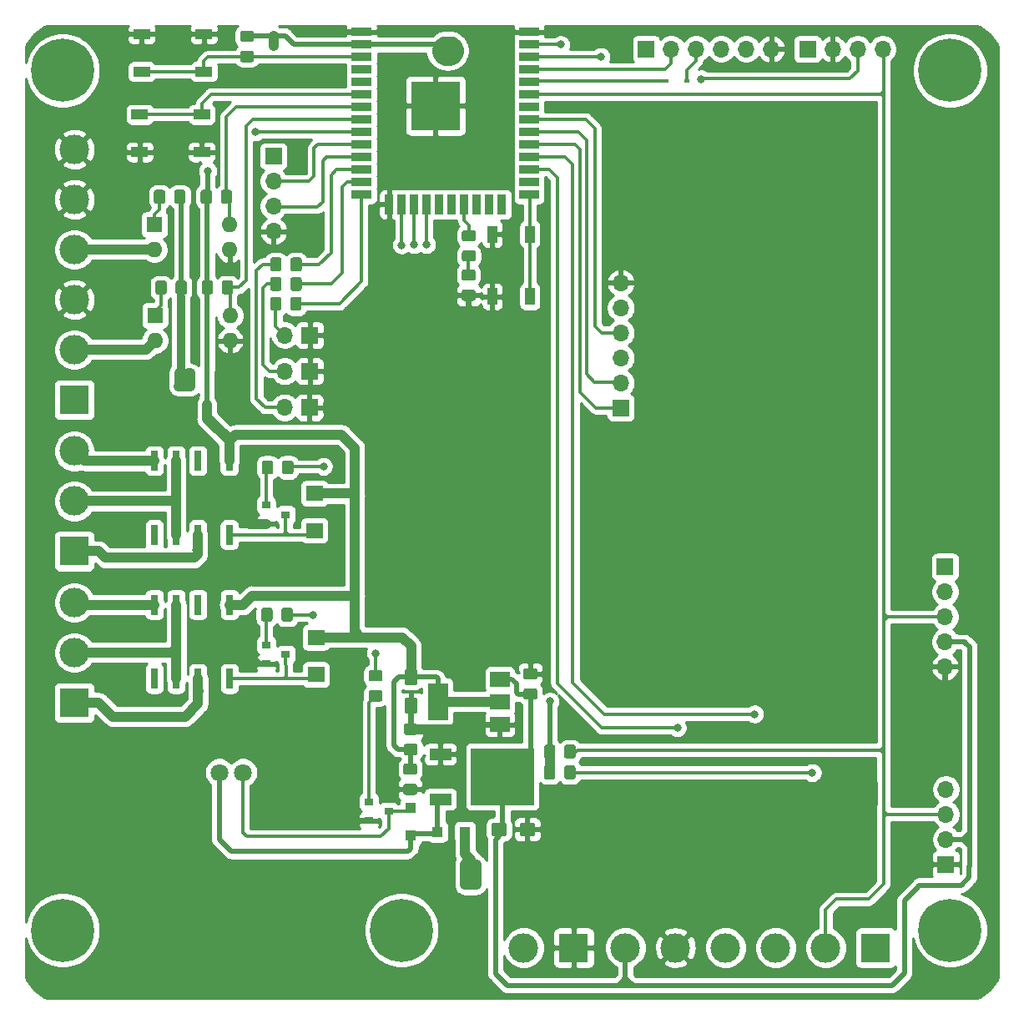
<source format=gbr>
G04 #@! TF.GenerationSoftware,KiCad,Pcbnew,(5.1.5)-3*
G04 #@! TF.CreationDate,2020-07-15T20:50:44-05:00*
G04 #@! TF.ProjectId,MaquinaCovid,4d617175-696e-4614-936f-7669642e6b69,rev?*
G04 #@! TF.SameCoordinates,Original*
G04 #@! TF.FileFunction,Copper,L1,Top*
G04 #@! TF.FilePolarity,Positive*
%FSLAX46Y46*%
G04 Gerber Fmt 4.6, Leading zero omitted, Abs format (unit mm)*
G04 Created by KiCad (PCBNEW (5.1.5)-3) date 2020-07-15 20:50:44*
%MOMM*%
%LPD*%
G04 APERTURE LIST*
%ADD10C,0.800000*%
%ADD11C,6.400000*%
%ADD12O,1.700000X1.700000*%
%ADD13R,1.700000X1.700000*%
%ADD14C,0.100000*%
%ADD15R,0.800000X2.000000*%
%ADD16O,1.600000X1.600000*%
%ADD17R,1.600000X1.600000*%
%ADD18R,2.000000X0.900000*%
%ADD19R,0.900000X2.000000*%
%ADD20R,5.000000X5.000000*%
%ADD21R,2.000000X1.500000*%
%ADD22R,2.000000X3.800000*%
%ADD23R,6.400000X5.800000*%
%ADD24R,2.200000X1.200000*%
%ADD25R,1.700000X1.000000*%
%ADD26R,1.000000X1.700000*%
%ADD27R,0.900000X0.800000*%
%ADD28C,3.000000*%
%ADD29R,3.000000X3.000000*%
%ADD30R,1.700000X1.600000*%
%ADD31R,1.100000X1.100000*%
%ADD32R,0.600000X0.450000*%
%ADD33C,1.800000*%
%ADD34C,0.300000*%
%ADD35C,0.500000*%
%ADD36C,1.000000*%
%ADD37C,0.250000*%
%ADD38C,0.254000*%
G04 APERTURE END LIST*
D10*
X135987056Y-125478944D03*
X134290000Y-124776000D03*
X132592944Y-125478944D03*
X131890000Y-127176000D03*
X132592944Y-128873056D03*
X134290000Y-129576000D03*
X135987056Y-128873056D03*
X136690000Y-127176000D03*
D11*
X134290000Y-127176000D03*
D10*
X101613056Y-125478944D03*
X99916000Y-124776000D03*
X98218944Y-125478944D03*
X97516000Y-127176000D03*
X98218944Y-128873056D03*
X99916000Y-129576000D03*
X101613056Y-128873056D03*
X102316000Y-127176000D03*
D11*
X99916000Y-127176000D03*
D12*
X122457000Y-66805000D03*
D13*
X124997000Y-66805000D03*
D12*
X122446000Y-70475000D03*
D13*
X124986000Y-70475000D03*
D12*
X122427000Y-74131000D03*
D13*
X124967000Y-74131000D03*
D10*
X101613056Y-38252944D03*
X99916000Y-37550000D03*
X98218944Y-38252944D03*
X97516000Y-39950000D03*
X98218944Y-41647056D03*
X99916000Y-42350000D03*
X101613056Y-41647056D03*
X102316000Y-39950000D03*
D11*
X99916000Y-39950000D03*
D10*
X191637056Y-125478944D03*
X189940000Y-124776000D03*
X188242944Y-125478944D03*
X187540000Y-127176000D03*
X188242944Y-128873056D03*
X189940000Y-129576000D03*
X191637056Y-128873056D03*
X192340000Y-127176000D03*
D11*
X189940000Y-127176000D03*
D10*
X191637056Y-38252944D03*
X189940000Y-37550000D03*
X188242944Y-38252944D03*
X187540000Y-39950000D03*
X188242944Y-41647056D03*
X189940000Y-42350000D03*
X191637056Y-41647056D03*
X192340000Y-39950000D03*
D11*
X189940000Y-39950000D03*
D12*
X189442000Y-100452000D03*
X189442000Y-97912000D03*
X189442000Y-95372000D03*
X189442000Y-92832000D03*
D13*
X189442000Y-90292000D03*
G04 #@! TA.AperFunction,SMDPad,CuDef*
D14*
G36*
X141567505Y-60132204D02*
G01*
X141591773Y-60135804D01*
X141615572Y-60141765D01*
X141638671Y-60150030D01*
X141660850Y-60160520D01*
X141681893Y-60173132D01*
X141701599Y-60187747D01*
X141719777Y-60204223D01*
X141736253Y-60222401D01*
X141750868Y-60242107D01*
X141763480Y-60263150D01*
X141773970Y-60285329D01*
X141782235Y-60308428D01*
X141788196Y-60332227D01*
X141791796Y-60356495D01*
X141793000Y-60380999D01*
X141793000Y-61031001D01*
X141791796Y-61055505D01*
X141788196Y-61079773D01*
X141782235Y-61103572D01*
X141773970Y-61126671D01*
X141763480Y-61148850D01*
X141750868Y-61169893D01*
X141736253Y-61189599D01*
X141719777Y-61207777D01*
X141701599Y-61224253D01*
X141681893Y-61238868D01*
X141660850Y-61251480D01*
X141638671Y-61261970D01*
X141615572Y-61270235D01*
X141591773Y-61276196D01*
X141567505Y-61279796D01*
X141543001Y-61281000D01*
X140642999Y-61281000D01*
X140618495Y-61279796D01*
X140594227Y-61276196D01*
X140570428Y-61270235D01*
X140547329Y-61261970D01*
X140525150Y-61251480D01*
X140504107Y-61238868D01*
X140484401Y-61224253D01*
X140466223Y-61207777D01*
X140449747Y-61189599D01*
X140435132Y-61169893D01*
X140422520Y-61148850D01*
X140412030Y-61126671D01*
X140403765Y-61103572D01*
X140397804Y-61079773D01*
X140394204Y-61055505D01*
X140393000Y-61031001D01*
X140393000Y-60380999D01*
X140394204Y-60356495D01*
X140397804Y-60332227D01*
X140403765Y-60308428D01*
X140412030Y-60285329D01*
X140422520Y-60263150D01*
X140435132Y-60242107D01*
X140449747Y-60222401D01*
X140466223Y-60204223D01*
X140484401Y-60187747D01*
X140504107Y-60173132D01*
X140525150Y-60160520D01*
X140547329Y-60150030D01*
X140570428Y-60141765D01*
X140594227Y-60135804D01*
X140618495Y-60132204D01*
X140642999Y-60131000D01*
X141543001Y-60131000D01*
X141567505Y-60132204D01*
G37*
G04 #@! TD.AperFunction*
G04 #@! TA.AperFunction,SMDPad,CuDef*
G36*
X141567505Y-62182204D02*
G01*
X141591773Y-62185804D01*
X141615572Y-62191765D01*
X141638671Y-62200030D01*
X141660850Y-62210520D01*
X141681893Y-62223132D01*
X141701599Y-62237747D01*
X141719777Y-62254223D01*
X141736253Y-62272401D01*
X141750868Y-62292107D01*
X141763480Y-62313150D01*
X141773970Y-62335329D01*
X141782235Y-62358428D01*
X141788196Y-62382227D01*
X141791796Y-62406495D01*
X141793000Y-62430999D01*
X141793000Y-63081001D01*
X141791796Y-63105505D01*
X141788196Y-63129773D01*
X141782235Y-63153572D01*
X141773970Y-63176671D01*
X141763480Y-63198850D01*
X141750868Y-63219893D01*
X141736253Y-63239599D01*
X141719777Y-63257777D01*
X141701599Y-63274253D01*
X141681893Y-63288868D01*
X141660850Y-63301480D01*
X141638671Y-63311970D01*
X141615572Y-63320235D01*
X141591773Y-63326196D01*
X141567505Y-63329796D01*
X141543001Y-63331000D01*
X140642999Y-63331000D01*
X140618495Y-63329796D01*
X140594227Y-63326196D01*
X140570428Y-63320235D01*
X140547329Y-63311970D01*
X140525150Y-63301480D01*
X140504107Y-63288868D01*
X140484401Y-63274253D01*
X140466223Y-63257777D01*
X140449747Y-63239599D01*
X140435132Y-63219893D01*
X140422520Y-63198850D01*
X140412030Y-63176671D01*
X140403765Y-63153572D01*
X140397804Y-63129773D01*
X140394204Y-63105505D01*
X140393000Y-63081001D01*
X140393000Y-62430999D01*
X140394204Y-62406495D01*
X140397804Y-62382227D01*
X140403765Y-62358428D01*
X140412030Y-62335329D01*
X140422520Y-62313150D01*
X140435132Y-62292107D01*
X140449747Y-62272401D01*
X140466223Y-62254223D01*
X140484401Y-62237747D01*
X140504107Y-62223132D01*
X140525150Y-62210520D01*
X140547329Y-62200030D01*
X140570428Y-62191765D01*
X140594227Y-62185804D01*
X140618495Y-62182204D01*
X140642999Y-62181000D01*
X141543001Y-62181000D01*
X141567505Y-62182204D01*
G37*
G04 #@! TD.AperFunction*
D15*
X109218000Y-87050000D03*
X111418000Y-87050000D03*
X113618000Y-87050000D03*
X116818000Y-87050000D03*
X109218000Y-79550000D03*
X111418000Y-79550000D03*
X113618000Y-79550000D03*
X116818000Y-79550000D03*
X109235000Y-101652000D03*
X111435000Y-101652000D03*
X113635000Y-101652000D03*
X116835000Y-101652000D03*
X109235000Y-94152000D03*
X111435000Y-94152000D03*
X113635000Y-94152000D03*
X116835000Y-94152000D03*
D16*
X116897000Y-64814000D03*
X109277000Y-67354000D03*
X116897000Y-67354000D03*
D17*
X109277000Y-64814000D03*
D16*
X116856000Y-55596000D03*
X109236000Y-58136000D03*
X116856000Y-58136000D03*
D17*
X109236000Y-55596000D03*
D18*
X147248000Y-36029000D03*
X147248000Y-37299000D03*
X147248000Y-38569000D03*
X147248000Y-39839000D03*
X147248000Y-41109000D03*
X147248000Y-42379000D03*
X147248000Y-43649000D03*
X147248000Y-44919000D03*
X147248000Y-46189000D03*
X147248000Y-47459000D03*
X147248000Y-48729000D03*
X147248000Y-49999000D03*
X147248000Y-51269000D03*
X147248000Y-52539000D03*
D19*
X144463000Y-53539000D03*
X143193000Y-53539000D03*
X141923000Y-53539000D03*
X140653000Y-53539000D03*
X139383000Y-53539000D03*
X138113000Y-53539000D03*
X136843000Y-53539000D03*
X135573000Y-53539000D03*
X134303000Y-53539000D03*
X133033000Y-53539000D03*
D18*
X130248000Y-52539000D03*
X130248000Y-51269000D03*
X130248000Y-49999000D03*
X130248000Y-48729000D03*
X130248000Y-47459000D03*
X130248000Y-46189000D03*
X130248000Y-44919000D03*
X130248000Y-43649000D03*
X130248000Y-42379000D03*
X130248000Y-41109000D03*
X130248000Y-39839000D03*
X130248000Y-38569000D03*
X130248000Y-37299000D03*
X130248000Y-36029000D03*
D20*
X137748000Y-43529000D03*
D21*
X144272000Y-106301000D03*
X144272000Y-101701000D03*
X144272000Y-104001000D03*
D22*
X137972000Y-104001000D03*
D23*
X144534000Y-111601000D03*
D24*
X138234000Y-113881000D03*
X138234000Y-109321000D03*
D25*
X107737000Y-44423000D03*
X114037000Y-44423000D03*
X107737000Y-48223000D03*
X114037000Y-48223000D03*
D26*
X147306000Y-56574000D03*
X147306000Y-62874000D03*
X143506000Y-56574000D03*
X143506000Y-62874000D03*
D25*
X114240000Y-40065000D03*
X107940000Y-40065000D03*
X114240000Y-36265000D03*
X107940000Y-36265000D03*
G04 #@! TA.AperFunction,SMDPad,CuDef*
D14*
G36*
X123099505Y-79529204D02*
G01*
X123123773Y-79532804D01*
X123147572Y-79538765D01*
X123170671Y-79547030D01*
X123192850Y-79557520D01*
X123213893Y-79570132D01*
X123233599Y-79584747D01*
X123251777Y-79601223D01*
X123268253Y-79619401D01*
X123282868Y-79639107D01*
X123295480Y-79660150D01*
X123305970Y-79682329D01*
X123314235Y-79705428D01*
X123320196Y-79729227D01*
X123323796Y-79753495D01*
X123325000Y-79777999D01*
X123325000Y-80678001D01*
X123323796Y-80702505D01*
X123320196Y-80726773D01*
X123314235Y-80750572D01*
X123305970Y-80773671D01*
X123295480Y-80795850D01*
X123282868Y-80816893D01*
X123268253Y-80836599D01*
X123251777Y-80854777D01*
X123233599Y-80871253D01*
X123213893Y-80885868D01*
X123192850Y-80898480D01*
X123170671Y-80908970D01*
X123147572Y-80917235D01*
X123123773Y-80923196D01*
X123099505Y-80926796D01*
X123075001Y-80928000D01*
X122424999Y-80928000D01*
X122400495Y-80926796D01*
X122376227Y-80923196D01*
X122352428Y-80917235D01*
X122329329Y-80908970D01*
X122307150Y-80898480D01*
X122286107Y-80885868D01*
X122266401Y-80871253D01*
X122248223Y-80854777D01*
X122231747Y-80836599D01*
X122217132Y-80816893D01*
X122204520Y-80795850D01*
X122194030Y-80773671D01*
X122185765Y-80750572D01*
X122179804Y-80726773D01*
X122176204Y-80702505D01*
X122175000Y-80678001D01*
X122175000Y-79777999D01*
X122176204Y-79753495D01*
X122179804Y-79729227D01*
X122185765Y-79705428D01*
X122194030Y-79682329D01*
X122204520Y-79660150D01*
X122217132Y-79639107D01*
X122231747Y-79619401D01*
X122248223Y-79601223D01*
X122266401Y-79584747D01*
X122286107Y-79570132D01*
X122307150Y-79557520D01*
X122329329Y-79547030D01*
X122352428Y-79538765D01*
X122376227Y-79532804D01*
X122400495Y-79529204D01*
X122424999Y-79528000D01*
X123075001Y-79528000D01*
X123099505Y-79529204D01*
G37*
G04 #@! TD.AperFunction*
G04 #@! TA.AperFunction,SMDPad,CuDef*
G36*
X121049505Y-79529204D02*
G01*
X121073773Y-79532804D01*
X121097572Y-79538765D01*
X121120671Y-79547030D01*
X121142850Y-79557520D01*
X121163893Y-79570132D01*
X121183599Y-79584747D01*
X121201777Y-79601223D01*
X121218253Y-79619401D01*
X121232868Y-79639107D01*
X121245480Y-79660150D01*
X121255970Y-79682329D01*
X121264235Y-79705428D01*
X121270196Y-79729227D01*
X121273796Y-79753495D01*
X121275000Y-79777999D01*
X121275000Y-80678001D01*
X121273796Y-80702505D01*
X121270196Y-80726773D01*
X121264235Y-80750572D01*
X121255970Y-80773671D01*
X121245480Y-80795850D01*
X121232868Y-80816893D01*
X121218253Y-80836599D01*
X121201777Y-80854777D01*
X121183599Y-80871253D01*
X121163893Y-80885868D01*
X121142850Y-80898480D01*
X121120671Y-80908970D01*
X121097572Y-80917235D01*
X121073773Y-80923196D01*
X121049505Y-80926796D01*
X121025001Y-80928000D01*
X120374999Y-80928000D01*
X120350495Y-80926796D01*
X120326227Y-80923196D01*
X120302428Y-80917235D01*
X120279329Y-80908970D01*
X120257150Y-80898480D01*
X120236107Y-80885868D01*
X120216401Y-80871253D01*
X120198223Y-80854777D01*
X120181747Y-80836599D01*
X120167132Y-80816893D01*
X120154520Y-80795850D01*
X120144030Y-80773671D01*
X120135765Y-80750572D01*
X120129804Y-80726773D01*
X120126204Y-80702505D01*
X120125000Y-80678001D01*
X120125000Y-79777999D01*
X120126204Y-79753495D01*
X120129804Y-79729227D01*
X120135765Y-79705428D01*
X120144030Y-79682329D01*
X120154520Y-79660150D01*
X120167132Y-79639107D01*
X120181747Y-79619401D01*
X120198223Y-79601223D01*
X120216401Y-79584747D01*
X120236107Y-79570132D01*
X120257150Y-79557520D01*
X120279329Y-79547030D01*
X120302428Y-79538765D01*
X120326227Y-79532804D01*
X120350495Y-79529204D01*
X120374999Y-79528000D01*
X121025001Y-79528000D01*
X121049505Y-79529204D01*
G37*
G04 #@! TD.AperFunction*
G04 #@! TA.AperFunction,SMDPad,CuDef*
G36*
X123029505Y-94466204D02*
G01*
X123053773Y-94469804D01*
X123077572Y-94475765D01*
X123100671Y-94484030D01*
X123122850Y-94494520D01*
X123143893Y-94507132D01*
X123163599Y-94521747D01*
X123181777Y-94538223D01*
X123198253Y-94556401D01*
X123212868Y-94576107D01*
X123225480Y-94597150D01*
X123235970Y-94619329D01*
X123244235Y-94642428D01*
X123250196Y-94666227D01*
X123253796Y-94690495D01*
X123255000Y-94714999D01*
X123255000Y-95615001D01*
X123253796Y-95639505D01*
X123250196Y-95663773D01*
X123244235Y-95687572D01*
X123235970Y-95710671D01*
X123225480Y-95732850D01*
X123212868Y-95753893D01*
X123198253Y-95773599D01*
X123181777Y-95791777D01*
X123163599Y-95808253D01*
X123143893Y-95822868D01*
X123122850Y-95835480D01*
X123100671Y-95845970D01*
X123077572Y-95854235D01*
X123053773Y-95860196D01*
X123029505Y-95863796D01*
X123005001Y-95865000D01*
X122354999Y-95865000D01*
X122330495Y-95863796D01*
X122306227Y-95860196D01*
X122282428Y-95854235D01*
X122259329Y-95845970D01*
X122237150Y-95835480D01*
X122216107Y-95822868D01*
X122196401Y-95808253D01*
X122178223Y-95791777D01*
X122161747Y-95773599D01*
X122147132Y-95753893D01*
X122134520Y-95732850D01*
X122124030Y-95710671D01*
X122115765Y-95687572D01*
X122109804Y-95663773D01*
X122106204Y-95639505D01*
X122105000Y-95615001D01*
X122105000Y-94714999D01*
X122106204Y-94690495D01*
X122109804Y-94666227D01*
X122115765Y-94642428D01*
X122124030Y-94619329D01*
X122134520Y-94597150D01*
X122147132Y-94576107D01*
X122161747Y-94556401D01*
X122178223Y-94538223D01*
X122196401Y-94521747D01*
X122216107Y-94507132D01*
X122237150Y-94494520D01*
X122259329Y-94484030D01*
X122282428Y-94475765D01*
X122306227Y-94469804D01*
X122330495Y-94466204D01*
X122354999Y-94465000D01*
X123005001Y-94465000D01*
X123029505Y-94466204D01*
G37*
G04 #@! TD.AperFunction*
G04 #@! TA.AperFunction,SMDPad,CuDef*
G36*
X120979505Y-94466204D02*
G01*
X121003773Y-94469804D01*
X121027572Y-94475765D01*
X121050671Y-94484030D01*
X121072850Y-94494520D01*
X121093893Y-94507132D01*
X121113599Y-94521747D01*
X121131777Y-94538223D01*
X121148253Y-94556401D01*
X121162868Y-94576107D01*
X121175480Y-94597150D01*
X121185970Y-94619329D01*
X121194235Y-94642428D01*
X121200196Y-94666227D01*
X121203796Y-94690495D01*
X121205000Y-94714999D01*
X121205000Y-95615001D01*
X121203796Y-95639505D01*
X121200196Y-95663773D01*
X121194235Y-95687572D01*
X121185970Y-95710671D01*
X121175480Y-95732850D01*
X121162868Y-95753893D01*
X121148253Y-95773599D01*
X121131777Y-95791777D01*
X121113599Y-95808253D01*
X121093893Y-95822868D01*
X121072850Y-95835480D01*
X121050671Y-95845970D01*
X121027572Y-95854235D01*
X121003773Y-95860196D01*
X120979505Y-95863796D01*
X120955001Y-95865000D01*
X120304999Y-95865000D01*
X120280495Y-95863796D01*
X120256227Y-95860196D01*
X120232428Y-95854235D01*
X120209329Y-95845970D01*
X120187150Y-95835480D01*
X120166107Y-95822868D01*
X120146401Y-95808253D01*
X120128223Y-95791777D01*
X120111747Y-95773599D01*
X120097132Y-95753893D01*
X120084520Y-95732850D01*
X120074030Y-95710671D01*
X120065765Y-95687572D01*
X120059804Y-95663773D01*
X120056204Y-95639505D01*
X120055000Y-95615001D01*
X120055000Y-94714999D01*
X120056204Y-94690495D01*
X120059804Y-94666227D01*
X120065765Y-94642428D01*
X120074030Y-94619329D01*
X120084520Y-94597150D01*
X120097132Y-94576107D01*
X120111747Y-94556401D01*
X120128223Y-94538223D01*
X120146401Y-94521747D01*
X120166107Y-94507132D01*
X120187150Y-94494520D01*
X120209329Y-94484030D01*
X120232428Y-94475765D01*
X120256227Y-94469804D01*
X120280495Y-94466204D01*
X120304999Y-94465000D01*
X120955001Y-94465000D01*
X120979505Y-94466204D01*
G37*
G04 #@! TD.AperFunction*
G04 #@! TA.AperFunction,SMDPad,CuDef*
G36*
X114936505Y-61260204D02*
G01*
X114960773Y-61263804D01*
X114984572Y-61269765D01*
X115007671Y-61278030D01*
X115029850Y-61288520D01*
X115050893Y-61301132D01*
X115070599Y-61315747D01*
X115088777Y-61332223D01*
X115105253Y-61350401D01*
X115119868Y-61370107D01*
X115132480Y-61391150D01*
X115142970Y-61413329D01*
X115151235Y-61436428D01*
X115157196Y-61460227D01*
X115160796Y-61484495D01*
X115162000Y-61508999D01*
X115162000Y-62409001D01*
X115160796Y-62433505D01*
X115157196Y-62457773D01*
X115151235Y-62481572D01*
X115142970Y-62504671D01*
X115132480Y-62526850D01*
X115119868Y-62547893D01*
X115105253Y-62567599D01*
X115088777Y-62585777D01*
X115070599Y-62602253D01*
X115050893Y-62616868D01*
X115029850Y-62629480D01*
X115007671Y-62639970D01*
X114984572Y-62648235D01*
X114960773Y-62654196D01*
X114936505Y-62657796D01*
X114912001Y-62659000D01*
X114261999Y-62659000D01*
X114237495Y-62657796D01*
X114213227Y-62654196D01*
X114189428Y-62648235D01*
X114166329Y-62639970D01*
X114144150Y-62629480D01*
X114123107Y-62616868D01*
X114103401Y-62602253D01*
X114085223Y-62585777D01*
X114068747Y-62567599D01*
X114054132Y-62547893D01*
X114041520Y-62526850D01*
X114031030Y-62504671D01*
X114022765Y-62481572D01*
X114016804Y-62457773D01*
X114013204Y-62433505D01*
X114012000Y-62409001D01*
X114012000Y-61508999D01*
X114013204Y-61484495D01*
X114016804Y-61460227D01*
X114022765Y-61436428D01*
X114031030Y-61413329D01*
X114041520Y-61391150D01*
X114054132Y-61370107D01*
X114068747Y-61350401D01*
X114085223Y-61332223D01*
X114103401Y-61315747D01*
X114123107Y-61301132D01*
X114144150Y-61288520D01*
X114166329Y-61278030D01*
X114189428Y-61269765D01*
X114213227Y-61263804D01*
X114237495Y-61260204D01*
X114261999Y-61259000D01*
X114912001Y-61259000D01*
X114936505Y-61260204D01*
G37*
G04 #@! TD.AperFunction*
G04 #@! TA.AperFunction,SMDPad,CuDef*
G36*
X116986505Y-61260204D02*
G01*
X117010773Y-61263804D01*
X117034572Y-61269765D01*
X117057671Y-61278030D01*
X117079850Y-61288520D01*
X117100893Y-61301132D01*
X117120599Y-61315747D01*
X117138777Y-61332223D01*
X117155253Y-61350401D01*
X117169868Y-61370107D01*
X117182480Y-61391150D01*
X117192970Y-61413329D01*
X117201235Y-61436428D01*
X117207196Y-61460227D01*
X117210796Y-61484495D01*
X117212000Y-61508999D01*
X117212000Y-62409001D01*
X117210796Y-62433505D01*
X117207196Y-62457773D01*
X117201235Y-62481572D01*
X117192970Y-62504671D01*
X117182480Y-62526850D01*
X117169868Y-62547893D01*
X117155253Y-62567599D01*
X117138777Y-62585777D01*
X117120599Y-62602253D01*
X117100893Y-62616868D01*
X117079850Y-62629480D01*
X117057671Y-62639970D01*
X117034572Y-62648235D01*
X117010773Y-62654196D01*
X116986505Y-62657796D01*
X116962001Y-62659000D01*
X116311999Y-62659000D01*
X116287495Y-62657796D01*
X116263227Y-62654196D01*
X116239428Y-62648235D01*
X116216329Y-62639970D01*
X116194150Y-62629480D01*
X116173107Y-62616868D01*
X116153401Y-62602253D01*
X116135223Y-62585777D01*
X116118747Y-62567599D01*
X116104132Y-62547893D01*
X116091520Y-62526850D01*
X116081030Y-62504671D01*
X116072765Y-62481572D01*
X116066804Y-62457773D01*
X116063204Y-62433505D01*
X116062000Y-62409001D01*
X116062000Y-61508999D01*
X116063204Y-61484495D01*
X116066804Y-61460227D01*
X116072765Y-61436428D01*
X116081030Y-61413329D01*
X116091520Y-61391150D01*
X116104132Y-61370107D01*
X116118747Y-61350401D01*
X116135223Y-61332223D01*
X116153401Y-61315747D01*
X116173107Y-61301132D01*
X116194150Y-61288520D01*
X116216329Y-61278030D01*
X116239428Y-61269765D01*
X116263227Y-61263804D01*
X116287495Y-61260204D01*
X116311999Y-61259000D01*
X116962001Y-61259000D01*
X116986505Y-61260204D01*
G37*
G04 #@! TD.AperFunction*
G04 #@! TA.AperFunction,SMDPad,CuDef*
G36*
X114828505Y-52066204D02*
G01*
X114852773Y-52069804D01*
X114876572Y-52075765D01*
X114899671Y-52084030D01*
X114921850Y-52094520D01*
X114942893Y-52107132D01*
X114962599Y-52121747D01*
X114980777Y-52138223D01*
X114997253Y-52156401D01*
X115011868Y-52176107D01*
X115024480Y-52197150D01*
X115034970Y-52219329D01*
X115043235Y-52242428D01*
X115049196Y-52266227D01*
X115052796Y-52290495D01*
X115054000Y-52314999D01*
X115054000Y-53215001D01*
X115052796Y-53239505D01*
X115049196Y-53263773D01*
X115043235Y-53287572D01*
X115034970Y-53310671D01*
X115024480Y-53332850D01*
X115011868Y-53353893D01*
X114997253Y-53373599D01*
X114980777Y-53391777D01*
X114962599Y-53408253D01*
X114942893Y-53422868D01*
X114921850Y-53435480D01*
X114899671Y-53445970D01*
X114876572Y-53454235D01*
X114852773Y-53460196D01*
X114828505Y-53463796D01*
X114804001Y-53465000D01*
X114153999Y-53465000D01*
X114129495Y-53463796D01*
X114105227Y-53460196D01*
X114081428Y-53454235D01*
X114058329Y-53445970D01*
X114036150Y-53435480D01*
X114015107Y-53422868D01*
X113995401Y-53408253D01*
X113977223Y-53391777D01*
X113960747Y-53373599D01*
X113946132Y-53353893D01*
X113933520Y-53332850D01*
X113923030Y-53310671D01*
X113914765Y-53287572D01*
X113908804Y-53263773D01*
X113905204Y-53239505D01*
X113904000Y-53215001D01*
X113904000Y-52314999D01*
X113905204Y-52290495D01*
X113908804Y-52266227D01*
X113914765Y-52242428D01*
X113923030Y-52219329D01*
X113933520Y-52197150D01*
X113946132Y-52176107D01*
X113960747Y-52156401D01*
X113977223Y-52138223D01*
X113995401Y-52121747D01*
X114015107Y-52107132D01*
X114036150Y-52094520D01*
X114058329Y-52084030D01*
X114081428Y-52075765D01*
X114105227Y-52069804D01*
X114129495Y-52066204D01*
X114153999Y-52065000D01*
X114804001Y-52065000D01*
X114828505Y-52066204D01*
G37*
G04 #@! TD.AperFunction*
G04 #@! TA.AperFunction,SMDPad,CuDef*
G36*
X116878505Y-52066204D02*
G01*
X116902773Y-52069804D01*
X116926572Y-52075765D01*
X116949671Y-52084030D01*
X116971850Y-52094520D01*
X116992893Y-52107132D01*
X117012599Y-52121747D01*
X117030777Y-52138223D01*
X117047253Y-52156401D01*
X117061868Y-52176107D01*
X117074480Y-52197150D01*
X117084970Y-52219329D01*
X117093235Y-52242428D01*
X117099196Y-52266227D01*
X117102796Y-52290495D01*
X117104000Y-52314999D01*
X117104000Y-53215001D01*
X117102796Y-53239505D01*
X117099196Y-53263773D01*
X117093235Y-53287572D01*
X117084970Y-53310671D01*
X117074480Y-53332850D01*
X117061868Y-53353893D01*
X117047253Y-53373599D01*
X117030777Y-53391777D01*
X117012599Y-53408253D01*
X116992893Y-53422868D01*
X116971850Y-53435480D01*
X116949671Y-53445970D01*
X116926572Y-53454235D01*
X116902773Y-53460196D01*
X116878505Y-53463796D01*
X116854001Y-53465000D01*
X116203999Y-53465000D01*
X116179495Y-53463796D01*
X116155227Y-53460196D01*
X116131428Y-53454235D01*
X116108329Y-53445970D01*
X116086150Y-53435480D01*
X116065107Y-53422868D01*
X116045401Y-53408253D01*
X116027223Y-53391777D01*
X116010747Y-53373599D01*
X115996132Y-53353893D01*
X115983520Y-53332850D01*
X115973030Y-53310671D01*
X115964765Y-53287572D01*
X115958804Y-53263773D01*
X115955204Y-53239505D01*
X115954000Y-53215001D01*
X115954000Y-52314999D01*
X115955204Y-52290495D01*
X115958804Y-52266227D01*
X115964765Y-52242428D01*
X115973030Y-52219329D01*
X115983520Y-52197150D01*
X115996132Y-52176107D01*
X116010747Y-52156401D01*
X116027223Y-52138223D01*
X116045401Y-52121747D01*
X116065107Y-52107132D01*
X116086150Y-52094520D01*
X116108329Y-52084030D01*
X116131428Y-52075765D01*
X116155227Y-52069804D01*
X116179495Y-52066204D01*
X116203999Y-52065000D01*
X116854001Y-52065000D01*
X116878505Y-52066204D01*
G37*
G04 #@! TD.AperFunction*
G04 #@! TA.AperFunction,SMDPad,CuDef*
G36*
X112144505Y-52066204D02*
G01*
X112168773Y-52069804D01*
X112192572Y-52075765D01*
X112215671Y-52084030D01*
X112237850Y-52094520D01*
X112258893Y-52107132D01*
X112278599Y-52121747D01*
X112296777Y-52138223D01*
X112313253Y-52156401D01*
X112327868Y-52176107D01*
X112340480Y-52197150D01*
X112350970Y-52219329D01*
X112359235Y-52242428D01*
X112365196Y-52266227D01*
X112368796Y-52290495D01*
X112370000Y-52314999D01*
X112370000Y-53215001D01*
X112368796Y-53239505D01*
X112365196Y-53263773D01*
X112359235Y-53287572D01*
X112350970Y-53310671D01*
X112340480Y-53332850D01*
X112327868Y-53353893D01*
X112313253Y-53373599D01*
X112296777Y-53391777D01*
X112278599Y-53408253D01*
X112258893Y-53422868D01*
X112237850Y-53435480D01*
X112215671Y-53445970D01*
X112192572Y-53454235D01*
X112168773Y-53460196D01*
X112144505Y-53463796D01*
X112120001Y-53465000D01*
X111469999Y-53465000D01*
X111445495Y-53463796D01*
X111421227Y-53460196D01*
X111397428Y-53454235D01*
X111374329Y-53445970D01*
X111352150Y-53435480D01*
X111331107Y-53422868D01*
X111311401Y-53408253D01*
X111293223Y-53391777D01*
X111276747Y-53373599D01*
X111262132Y-53353893D01*
X111249520Y-53332850D01*
X111239030Y-53310671D01*
X111230765Y-53287572D01*
X111224804Y-53263773D01*
X111221204Y-53239505D01*
X111220000Y-53215001D01*
X111220000Y-52314999D01*
X111221204Y-52290495D01*
X111224804Y-52266227D01*
X111230765Y-52242428D01*
X111239030Y-52219329D01*
X111249520Y-52197150D01*
X111262132Y-52176107D01*
X111276747Y-52156401D01*
X111293223Y-52138223D01*
X111311401Y-52121747D01*
X111331107Y-52107132D01*
X111352150Y-52094520D01*
X111374329Y-52084030D01*
X111397428Y-52075765D01*
X111421227Y-52069804D01*
X111445495Y-52066204D01*
X111469999Y-52065000D01*
X112120001Y-52065000D01*
X112144505Y-52066204D01*
G37*
G04 #@! TD.AperFunction*
G04 #@! TA.AperFunction,SMDPad,CuDef*
G36*
X110094505Y-52066204D02*
G01*
X110118773Y-52069804D01*
X110142572Y-52075765D01*
X110165671Y-52084030D01*
X110187850Y-52094520D01*
X110208893Y-52107132D01*
X110228599Y-52121747D01*
X110246777Y-52138223D01*
X110263253Y-52156401D01*
X110277868Y-52176107D01*
X110290480Y-52197150D01*
X110300970Y-52219329D01*
X110309235Y-52242428D01*
X110315196Y-52266227D01*
X110318796Y-52290495D01*
X110320000Y-52314999D01*
X110320000Y-53215001D01*
X110318796Y-53239505D01*
X110315196Y-53263773D01*
X110309235Y-53287572D01*
X110300970Y-53310671D01*
X110290480Y-53332850D01*
X110277868Y-53353893D01*
X110263253Y-53373599D01*
X110246777Y-53391777D01*
X110228599Y-53408253D01*
X110208893Y-53422868D01*
X110187850Y-53435480D01*
X110165671Y-53445970D01*
X110142572Y-53454235D01*
X110118773Y-53460196D01*
X110094505Y-53463796D01*
X110070001Y-53465000D01*
X109419999Y-53465000D01*
X109395495Y-53463796D01*
X109371227Y-53460196D01*
X109347428Y-53454235D01*
X109324329Y-53445970D01*
X109302150Y-53435480D01*
X109281107Y-53422868D01*
X109261401Y-53408253D01*
X109243223Y-53391777D01*
X109226747Y-53373599D01*
X109212132Y-53353893D01*
X109199520Y-53332850D01*
X109189030Y-53310671D01*
X109180765Y-53287572D01*
X109174804Y-53263773D01*
X109171204Y-53239505D01*
X109170000Y-53215001D01*
X109170000Y-52314999D01*
X109171204Y-52290495D01*
X109174804Y-52266227D01*
X109180765Y-52242428D01*
X109189030Y-52219329D01*
X109199520Y-52197150D01*
X109212132Y-52176107D01*
X109226747Y-52156401D01*
X109243223Y-52138223D01*
X109261401Y-52121747D01*
X109281107Y-52107132D01*
X109302150Y-52094520D01*
X109324329Y-52084030D01*
X109347428Y-52075765D01*
X109371227Y-52069804D01*
X109395495Y-52066204D01*
X109419999Y-52065000D01*
X110070001Y-52065000D01*
X110094505Y-52066204D01*
G37*
G04 #@! TD.AperFunction*
G04 #@! TA.AperFunction,SMDPad,CuDef*
G36*
X112295505Y-61281204D02*
G01*
X112319773Y-61284804D01*
X112343572Y-61290765D01*
X112366671Y-61299030D01*
X112388850Y-61309520D01*
X112409893Y-61322132D01*
X112429599Y-61336747D01*
X112447777Y-61353223D01*
X112464253Y-61371401D01*
X112478868Y-61391107D01*
X112491480Y-61412150D01*
X112501970Y-61434329D01*
X112510235Y-61457428D01*
X112516196Y-61481227D01*
X112519796Y-61505495D01*
X112521000Y-61529999D01*
X112521000Y-62430001D01*
X112519796Y-62454505D01*
X112516196Y-62478773D01*
X112510235Y-62502572D01*
X112501970Y-62525671D01*
X112491480Y-62547850D01*
X112478868Y-62568893D01*
X112464253Y-62588599D01*
X112447777Y-62606777D01*
X112429599Y-62623253D01*
X112409893Y-62637868D01*
X112388850Y-62650480D01*
X112366671Y-62660970D01*
X112343572Y-62669235D01*
X112319773Y-62675196D01*
X112295505Y-62678796D01*
X112271001Y-62680000D01*
X111620999Y-62680000D01*
X111596495Y-62678796D01*
X111572227Y-62675196D01*
X111548428Y-62669235D01*
X111525329Y-62660970D01*
X111503150Y-62650480D01*
X111482107Y-62637868D01*
X111462401Y-62623253D01*
X111444223Y-62606777D01*
X111427747Y-62588599D01*
X111413132Y-62568893D01*
X111400520Y-62547850D01*
X111390030Y-62525671D01*
X111381765Y-62502572D01*
X111375804Y-62478773D01*
X111372204Y-62454505D01*
X111371000Y-62430001D01*
X111371000Y-61529999D01*
X111372204Y-61505495D01*
X111375804Y-61481227D01*
X111381765Y-61457428D01*
X111390030Y-61434329D01*
X111400520Y-61412150D01*
X111413132Y-61391107D01*
X111427747Y-61371401D01*
X111444223Y-61353223D01*
X111462401Y-61336747D01*
X111482107Y-61322132D01*
X111503150Y-61309520D01*
X111525329Y-61299030D01*
X111548428Y-61290765D01*
X111572227Y-61284804D01*
X111596495Y-61281204D01*
X111620999Y-61280000D01*
X112271001Y-61280000D01*
X112295505Y-61281204D01*
G37*
G04 #@! TD.AperFunction*
G04 #@! TA.AperFunction,SMDPad,CuDef*
G36*
X110245505Y-61281204D02*
G01*
X110269773Y-61284804D01*
X110293572Y-61290765D01*
X110316671Y-61299030D01*
X110338850Y-61309520D01*
X110359893Y-61322132D01*
X110379599Y-61336747D01*
X110397777Y-61353223D01*
X110414253Y-61371401D01*
X110428868Y-61391107D01*
X110441480Y-61412150D01*
X110451970Y-61434329D01*
X110460235Y-61457428D01*
X110466196Y-61481227D01*
X110469796Y-61505495D01*
X110471000Y-61529999D01*
X110471000Y-62430001D01*
X110469796Y-62454505D01*
X110466196Y-62478773D01*
X110460235Y-62502572D01*
X110451970Y-62525671D01*
X110441480Y-62547850D01*
X110428868Y-62568893D01*
X110414253Y-62588599D01*
X110397777Y-62606777D01*
X110379599Y-62623253D01*
X110359893Y-62637868D01*
X110338850Y-62650480D01*
X110316671Y-62660970D01*
X110293572Y-62669235D01*
X110269773Y-62675196D01*
X110245505Y-62678796D01*
X110221001Y-62680000D01*
X109570999Y-62680000D01*
X109546495Y-62678796D01*
X109522227Y-62675196D01*
X109498428Y-62669235D01*
X109475329Y-62660970D01*
X109453150Y-62650480D01*
X109432107Y-62637868D01*
X109412401Y-62623253D01*
X109394223Y-62606777D01*
X109377747Y-62588599D01*
X109363132Y-62568893D01*
X109350520Y-62547850D01*
X109340030Y-62525671D01*
X109331765Y-62502572D01*
X109325804Y-62478773D01*
X109322204Y-62454505D01*
X109321000Y-62430001D01*
X109321000Y-61529999D01*
X109322204Y-61505495D01*
X109325804Y-61481227D01*
X109331765Y-61457428D01*
X109340030Y-61434329D01*
X109350520Y-61412150D01*
X109363132Y-61391107D01*
X109377747Y-61371401D01*
X109394223Y-61353223D01*
X109412401Y-61336747D01*
X109432107Y-61322132D01*
X109453150Y-61309520D01*
X109475329Y-61299030D01*
X109498428Y-61290765D01*
X109522227Y-61284804D01*
X109546495Y-61281204D01*
X109570999Y-61280000D01*
X110221001Y-61280000D01*
X110245505Y-61281204D01*
G37*
G04 #@! TD.AperFunction*
G04 #@! TA.AperFunction,SMDPad,CuDef*
G36*
X151725505Y-108354204D02*
G01*
X151749773Y-108357804D01*
X151773572Y-108363765D01*
X151796671Y-108372030D01*
X151818850Y-108382520D01*
X151839893Y-108395132D01*
X151859599Y-108409747D01*
X151877777Y-108426223D01*
X151894253Y-108444401D01*
X151908868Y-108464107D01*
X151921480Y-108485150D01*
X151931970Y-108507329D01*
X151940235Y-108530428D01*
X151946196Y-108554227D01*
X151949796Y-108578495D01*
X151951000Y-108602999D01*
X151951000Y-109503001D01*
X151949796Y-109527505D01*
X151946196Y-109551773D01*
X151940235Y-109575572D01*
X151931970Y-109598671D01*
X151921480Y-109620850D01*
X151908868Y-109641893D01*
X151894253Y-109661599D01*
X151877777Y-109679777D01*
X151859599Y-109696253D01*
X151839893Y-109710868D01*
X151818850Y-109723480D01*
X151796671Y-109733970D01*
X151773572Y-109742235D01*
X151749773Y-109748196D01*
X151725505Y-109751796D01*
X151701001Y-109753000D01*
X151050999Y-109753000D01*
X151026495Y-109751796D01*
X151002227Y-109748196D01*
X150978428Y-109742235D01*
X150955329Y-109733970D01*
X150933150Y-109723480D01*
X150912107Y-109710868D01*
X150892401Y-109696253D01*
X150874223Y-109679777D01*
X150857747Y-109661599D01*
X150843132Y-109641893D01*
X150830520Y-109620850D01*
X150820030Y-109598671D01*
X150811765Y-109575572D01*
X150805804Y-109551773D01*
X150802204Y-109527505D01*
X150801000Y-109503001D01*
X150801000Y-108602999D01*
X150802204Y-108578495D01*
X150805804Y-108554227D01*
X150811765Y-108530428D01*
X150820030Y-108507329D01*
X150830520Y-108485150D01*
X150843132Y-108464107D01*
X150857747Y-108444401D01*
X150874223Y-108426223D01*
X150892401Y-108409747D01*
X150912107Y-108395132D01*
X150933150Y-108382520D01*
X150955329Y-108372030D01*
X150978428Y-108363765D01*
X151002227Y-108357804D01*
X151026495Y-108354204D01*
X151050999Y-108353000D01*
X151701001Y-108353000D01*
X151725505Y-108354204D01*
G37*
G04 #@! TD.AperFunction*
G04 #@! TA.AperFunction,SMDPad,CuDef*
G36*
X149675505Y-108354204D02*
G01*
X149699773Y-108357804D01*
X149723572Y-108363765D01*
X149746671Y-108372030D01*
X149768850Y-108382520D01*
X149789893Y-108395132D01*
X149809599Y-108409747D01*
X149827777Y-108426223D01*
X149844253Y-108444401D01*
X149858868Y-108464107D01*
X149871480Y-108485150D01*
X149881970Y-108507329D01*
X149890235Y-108530428D01*
X149896196Y-108554227D01*
X149899796Y-108578495D01*
X149901000Y-108602999D01*
X149901000Y-109503001D01*
X149899796Y-109527505D01*
X149896196Y-109551773D01*
X149890235Y-109575572D01*
X149881970Y-109598671D01*
X149871480Y-109620850D01*
X149858868Y-109641893D01*
X149844253Y-109661599D01*
X149827777Y-109679777D01*
X149809599Y-109696253D01*
X149789893Y-109710868D01*
X149768850Y-109723480D01*
X149746671Y-109733970D01*
X149723572Y-109742235D01*
X149699773Y-109748196D01*
X149675505Y-109751796D01*
X149651001Y-109753000D01*
X149000999Y-109753000D01*
X148976495Y-109751796D01*
X148952227Y-109748196D01*
X148928428Y-109742235D01*
X148905329Y-109733970D01*
X148883150Y-109723480D01*
X148862107Y-109710868D01*
X148842401Y-109696253D01*
X148824223Y-109679777D01*
X148807747Y-109661599D01*
X148793132Y-109641893D01*
X148780520Y-109620850D01*
X148770030Y-109598671D01*
X148761765Y-109575572D01*
X148755804Y-109551773D01*
X148752204Y-109527505D01*
X148751000Y-109503001D01*
X148751000Y-108602999D01*
X148752204Y-108578495D01*
X148755804Y-108554227D01*
X148761765Y-108530428D01*
X148770030Y-108507329D01*
X148780520Y-108485150D01*
X148793132Y-108464107D01*
X148807747Y-108444401D01*
X148824223Y-108426223D01*
X148842401Y-108409747D01*
X148862107Y-108395132D01*
X148883150Y-108382520D01*
X148905329Y-108372030D01*
X148928428Y-108363765D01*
X148952227Y-108357804D01*
X148976495Y-108354204D01*
X149000999Y-108353000D01*
X149651001Y-108353000D01*
X149675505Y-108354204D01*
G37*
G04 #@! TD.AperFunction*
G04 #@! TA.AperFunction,SMDPad,CuDef*
G36*
X151718505Y-110467204D02*
G01*
X151742773Y-110470804D01*
X151766572Y-110476765D01*
X151789671Y-110485030D01*
X151811850Y-110495520D01*
X151832893Y-110508132D01*
X151852599Y-110522747D01*
X151870777Y-110539223D01*
X151887253Y-110557401D01*
X151901868Y-110577107D01*
X151914480Y-110598150D01*
X151924970Y-110620329D01*
X151933235Y-110643428D01*
X151939196Y-110667227D01*
X151942796Y-110691495D01*
X151944000Y-110715999D01*
X151944000Y-111616001D01*
X151942796Y-111640505D01*
X151939196Y-111664773D01*
X151933235Y-111688572D01*
X151924970Y-111711671D01*
X151914480Y-111733850D01*
X151901868Y-111754893D01*
X151887253Y-111774599D01*
X151870777Y-111792777D01*
X151852599Y-111809253D01*
X151832893Y-111823868D01*
X151811850Y-111836480D01*
X151789671Y-111846970D01*
X151766572Y-111855235D01*
X151742773Y-111861196D01*
X151718505Y-111864796D01*
X151694001Y-111866000D01*
X151043999Y-111866000D01*
X151019495Y-111864796D01*
X150995227Y-111861196D01*
X150971428Y-111855235D01*
X150948329Y-111846970D01*
X150926150Y-111836480D01*
X150905107Y-111823868D01*
X150885401Y-111809253D01*
X150867223Y-111792777D01*
X150850747Y-111774599D01*
X150836132Y-111754893D01*
X150823520Y-111733850D01*
X150813030Y-111711671D01*
X150804765Y-111688572D01*
X150798804Y-111664773D01*
X150795204Y-111640505D01*
X150794000Y-111616001D01*
X150794000Y-110715999D01*
X150795204Y-110691495D01*
X150798804Y-110667227D01*
X150804765Y-110643428D01*
X150813030Y-110620329D01*
X150823520Y-110598150D01*
X150836132Y-110577107D01*
X150850747Y-110557401D01*
X150867223Y-110539223D01*
X150885401Y-110522747D01*
X150905107Y-110508132D01*
X150926150Y-110495520D01*
X150948329Y-110485030D01*
X150971428Y-110476765D01*
X150995227Y-110470804D01*
X151019495Y-110467204D01*
X151043999Y-110466000D01*
X151694001Y-110466000D01*
X151718505Y-110467204D01*
G37*
G04 #@! TD.AperFunction*
G04 #@! TA.AperFunction,SMDPad,CuDef*
G36*
X149668505Y-110467204D02*
G01*
X149692773Y-110470804D01*
X149716572Y-110476765D01*
X149739671Y-110485030D01*
X149761850Y-110495520D01*
X149782893Y-110508132D01*
X149802599Y-110522747D01*
X149820777Y-110539223D01*
X149837253Y-110557401D01*
X149851868Y-110577107D01*
X149864480Y-110598150D01*
X149874970Y-110620329D01*
X149883235Y-110643428D01*
X149889196Y-110667227D01*
X149892796Y-110691495D01*
X149894000Y-110715999D01*
X149894000Y-111616001D01*
X149892796Y-111640505D01*
X149889196Y-111664773D01*
X149883235Y-111688572D01*
X149874970Y-111711671D01*
X149864480Y-111733850D01*
X149851868Y-111754893D01*
X149837253Y-111774599D01*
X149820777Y-111792777D01*
X149802599Y-111809253D01*
X149782893Y-111823868D01*
X149761850Y-111836480D01*
X149739671Y-111846970D01*
X149716572Y-111855235D01*
X149692773Y-111861196D01*
X149668505Y-111864796D01*
X149644001Y-111866000D01*
X148993999Y-111866000D01*
X148969495Y-111864796D01*
X148945227Y-111861196D01*
X148921428Y-111855235D01*
X148898329Y-111846970D01*
X148876150Y-111836480D01*
X148855107Y-111823868D01*
X148835401Y-111809253D01*
X148817223Y-111792777D01*
X148800747Y-111774599D01*
X148786132Y-111754893D01*
X148773520Y-111733850D01*
X148763030Y-111711671D01*
X148754765Y-111688572D01*
X148748804Y-111664773D01*
X148745204Y-111640505D01*
X148744000Y-111616001D01*
X148744000Y-110715999D01*
X148745204Y-110691495D01*
X148748804Y-110667227D01*
X148754765Y-110643428D01*
X148763030Y-110620329D01*
X148773520Y-110598150D01*
X148786132Y-110577107D01*
X148800747Y-110557401D01*
X148817223Y-110539223D01*
X148835401Y-110522747D01*
X148855107Y-110508132D01*
X148876150Y-110495520D01*
X148898329Y-110485030D01*
X148921428Y-110476765D01*
X148945227Y-110470804D01*
X148969495Y-110467204D01*
X148993999Y-110466000D01*
X149644001Y-110466000D01*
X149668505Y-110467204D01*
G37*
G04 #@! TD.AperFunction*
G04 #@! TA.AperFunction,SMDPad,CuDef*
G36*
X141592505Y-58197204D02*
G01*
X141616773Y-58200804D01*
X141640572Y-58206765D01*
X141663671Y-58215030D01*
X141685850Y-58225520D01*
X141706893Y-58238132D01*
X141726599Y-58252747D01*
X141744777Y-58269223D01*
X141761253Y-58287401D01*
X141775868Y-58307107D01*
X141788480Y-58328150D01*
X141798970Y-58350329D01*
X141807235Y-58373428D01*
X141813196Y-58397227D01*
X141816796Y-58421495D01*
X141818000Y-58445999D01*
X141818000Y-59096001D01*
X141816796Y-59120505D01*
X141813196Y-59144773D01*
X141807235Y-59168572D01*
X141798970Y-59191671D01*
X141788480Y-59213850D01*
X141775868Y-59234893D01*
X141761253Y-59254599D01*
X141744777Y-59272777D01*
X141726599Y-59289253D01*
X141706893Y-59303868D01*
X141685850Y-59316480D01*
X141663671Y-59326970D01*
X141640572Y-59335235D01*
X141616773Y-59341196D01*
X141592505Y-59344796D01*
X141568001Y-59346000D01*
X140667999Y-59346000D01*
X140643495Y-59344796D01*
X140619227Y-59341196D01*
X140595428Y-59335235D01*
X140572329Y-59326970D01*
X140550150Y-59316480D01*
X140529107Y-59303868D01*
X140509401Y-59289253D01*
X140491223Y-59272777D01*
X140474747Y-59254599D01*
X140460132Y-59234893D01*
X140447520Y-59213850D01*
X140437030Y-59191671D01*
X140428765Y-59168572D01*
X140422804Y-59144773D01*
X140419204Y-59120505D01*
X140418000Y-59096001D01*
X140418000Y-58445999D01*
X140419204Y-58421495D01*
X140422804Y-58397227D01*
X140428765Y-58373428D01*
X140437030Y-58350329D01*
X140447520Y-58328150D01*
X140460132Y-58307107D01*
X140474747Y-58287401D01*
X140491223Y-58269223D01*
X140509401Y-58252747D01*
X140529107Y-58238132D01*
X140550150Y-58225520D01*
X140572329Y-58215030D01*
X140595428Y-58206765D01*
X140619227Y-58200804D01*
X140643495Y-58197204D01*
X140667999Y-58196000D01*
X141568001Y-58196000D01*
X141592505Y-58197204D01*
G37*
G04 #@! TD.AperFunction*
G04 #@! TA.AperFunction,SMDPad,CuDef*
G36*
X141592505Y-56147204D02*
G01*
X141616773Y-56150804D01*
X141640572Y-56156765D01*
X141663671Y-56165030D01*
X141685850Y-56175520D01*
X141706893Y-56188132D01*
X141726599Y-56202747D01*
X141744777Y-56219223D01*
X141761253Y-56237401D01*
X141775868Y-56257107D01*
X141788480Y-56278150D01*
X141798970Y-56300329D01*
X141807235Y-56323428D01*
X141813196Y-56347227D01*
X141816796Y-56371495D01*
X141818000Y-56395999D01*
X141818000Y-57046001D01*
X141816796Y-57070505D01*
X141813196Y-57094773D01*
X141807235Y-57118572D01*
X141798970Y-57141671D01*
X141788480Y-57163850D01*
X141775868Y-57184893D01*
X141761253Y-57204599D01*
X141744777Y-57222777D01*
X141726599Y-57239253D01*
X141706893Y-57253868D01*
X141685850Y-57266480D01*
X141663671Y-57276970D01*
X141640572Y-57285235D01*
X141616773Y-57291196D01*
X141592505Y-57294796D01*
X141568001Y-57296000D01*
X140667999Y-57296000D01*
X140643495Y-57294796D01*
X140619227Y-57291196D01*
X140595428Y-57285235D01*
X140572329Y-57276970D01*
X140550150Y-57266480D01*
X140529107Y-57253868D01*
X140509401Y-57239253D01*
X140491223Y-57222777D01*
X140474747Y-57204599D01*
X140460132Y-57184893D01*
X140447520Y-57163850D01*
X140437030Y-57141671D01*
X140428765Y-57118572D01*
X140422804Y-57094773D01*
X140419204Y-57070505D01*
X140418000Y-57046001D01*
X140418000Y-56395999D01*
X140419204Y-56371495D01*
X140422804Y-56347227D01*
X140428765Y-56323428D01*
X140437030Y-56300329D01*
X140447520Y-56278150D01*
X140460132Y-56257107D01*
X140474747Y-56237401D01*
X140491223Y-56219223D01*
X140509401Y-56202747D01*
X140529107Y-56188132D01*
X140550150Y-56175520D01*
X140572329Y-56165030D01*
X140595428Y-56156765D01*
X140619227Y-56150804D01*
X140643495Y-56147204D01*
X140667999Y-56146000D01*
X141568001Y-56146000D01*
X141592505Y-56147204D01*
G37*
G04 #@! TD.AperFunction*
G04 #@! TA.AperFunction,SMDPad,CuDef*
G36*
X119095505Y-35914204D02*
G01*
X119119773Y-35917804D01*
X119143572Y-35923765D01*
X119166671Y-35932030D01*
X119188850Y-35942520D01*
X119209893Y-35955132D01*
X119229599Y-35969747D01*
X119247777Y-35986223D01*
X119264253Y-36004401D01*
X119278868Y-36024107D01*
X119291480Y-36045150D01*
X119301970Y-36067329D01*
X119310235Y-36090428D01*
X119316196Y-36114227D01*
X119319796Y-36138495D01*
X119321000Y-36162999D01*
X119321000Y-36813001D01*
X119319796Y-36837505D01*
X119316196Y-36861773D01*
X119310235Y-36885572D01*
X119301970Y-36908671D01*
X119291480Y-36930850D01*
X119278868Y-36951893D01*
X119264253Y-36971599D01*
X119247777Y-36989777D01*
X119229599Y-37006253D01*
X119209893Y-37020868D01*
X119188850Y-37033480D01*
X119166671Y-37043970D01*
X119143572Y-37052235D01*
X119119773Y-37058196D01*
X119095505Y-37061796D01*
X119071001Y-37063000D01*
X118170999Y-37063000D01*
X118146495Y-37061796D01*
X118122227Y-37058196D01*
X118098428Y-37052235D01*
X118075329Y-37043970D01*
X118053150Y-37033480D01*
X118032107Y-37020868D01*
X118012401Y-37006253D01*
X117994223Y-36989777D01*
X117977747Y-36971599D01*
X117963132Y-36951893D01*
X117950520Y-36930850D01*
X117940030Y-36908671D01*
X117931765Y-36885572D01*
X117925804Y-36861773D01*
X117922204Y-36837505D01*
X117921000Y-36813001D01*
X117921000Y-36162999D01*
X117922204Y-36138495D01*
X117925804Y-36114227D01*
X117931765Y-36090428D01*
X117940030Y-36067329D01*
X117950520Y-36045150D01*
X117963132Y-36024107D01*
X117977747Y-36004401D01*
X117994223Y-35986223D01*
X118012401Y-35969747D01*
X118032107Y-35955132D01*
X118053150Y-35942520D01*
X118075329Y-35932030D01*
X118098428Y-35923765D01*
X118122227Y-35917804D01*
X118146495Y-35914204D01*
X118170999Y-35913000D01*
X119071001Y-35913000D01*
X119095505Y-35914204D01*
G37*
G04 #@! TD.AperFunction*
G04 #@! TA.AperFunction,SMDPad,CuDef*
G36*
X119095505Y-37964204D02*
G01*
X119119773Y-37967804D01*
X119143572Y-37973765D01*
X119166671Y-37982030D01*
X119188850Y-37992520D01*
X119209893Y-38005132D01*
X119229599Y-38019747D01*
X119247777Y-38036223D01*
X119264253Y-38054401D01*
X119278868Y-38074107D01*
X119291480Y-38095150D01*
X119301970Y-38117329D01*
X119310235Y-38140428D01*
X119316196Y-38164227D01*
X119319796Y-38188495D01*
X119321000Y-38212999D01*
X119321000Y-38863001D01*
X119319796Y-38887505D01*
X119316196Y-38911773D01*
X119310235Y-38935572D01*
X119301970Y-38958671D01*
X119291480Y-38980850D01*
X119278868Y-39001893D01*
X119264253Y-39021599D01*
X119247777Y-39039777D01*
X119229599Y-39056253D01*
X119209893Y-39070868D01*
X119188850Y-39083480D01*
X119166671Y-39093970D01*
X119143572Y-39102235D01*
X119119773Y-39108196D01*
X119095505Y-39111796D01*
X119071001Y-39113000D01*
X118170999Y-39113000D01*
X118146495Y-39111796D01*
X118122227Y-39108196D01*
X118098428Y-39102235D01*
X118075329Y-39093970D01*
X118053150Y-39083480D01*
X118032107Y-39070868D01*
X118012401Y-39056253D01*
X117994223Y-39039777D01*
X117977747Y-39021599D01*
X117963132Y-39001893D01*
X117950520Y-38980850D01*
X117940030Y-38958671D01*
X117931765Y-38935572D01*
X117925804Y-38911773D01*
X117922204Y-38887505D01*
X117921000Y-38863001D01*
X117921000Y-38212999D01*
X117922204Y-38188495D01*
X117925804Y-38164227D01*
X117931765Y-38140428D01*
X117940030Y-38117329D01*
X117950520Y-38095150D01*
X117963132Y-38074107D01*
X117977747Y-38054401D01*
X117994223Y-38036223D01*
X118012401Y-38019747D01*
X118032107Y-38005132D01*
X118053150Y-37992520D01*
X118075329Y-37982030D01*
X118098428Y-37973765D01*
X118122227Y-37967804D01*
X118146495Y-37964204D01*
X118170999Y-37963000D01*
X119071001Y-37963000D01*
X119095505Y-37964204D01*
G37*
G04 #@! TD.AperFunction*
G04 #@! TA.AperFunction,SMDPad,CuDef*
G36*
X121885505Y-62916204D02*
G01*
X121909773Y-62919804D01*
X121933572Y-62925765D01*
X121956671Y-62934030D01*
X121978850Y-62944520D01*
X121999893Y-62957132D01*
X122019599Y-62971747D01*
X122037777Y-62988223D01*
X122054253Y-63006401D01*
X122068868Y-63026107D01*
X122081480Y-63047150D01*
X122091970Y-63069329D01*
X122100235Y-63092428D01*
X122106196Y-63116227D01*
X122109796Y-63140495D01*
X122111000Y-63164999D01*
X122111000Y-64065001D01*
X122109796Y-64089505D01*
X122106196Y-64113773D01*
X122100235Y-64137572D01*
X122091970Y-64160671D01*
X122081480Y-64182850D01*
X122068868Y-64203893D01*
X122054253Y-64223599D01*
X122037777Y-64241777D01*
X122019599Y-64258253D01*
X121999893Y-64272868D01*
X121978850Y-64285480D01*
X121956671Y-64295970D01*
X121933572Y-64304235D01*
X121909773Y-64310196D01*
X121885505Y-64313796D01*
X121861001Y-64315000D01*
X121210999Y-64315000D01*
X121186495Y-64313796D01*
X121162227Y-64310196D01*
X121138428Y-64304235D01*
X121115329Y-64295970D01*
X121093150Y-64285480D01*
X121072107Y-64272868D01*
X121052401Y-64258253D01*
X121034223Y-64241777D01*
X121017747Y-64223599D01*
X121003132Y-64203893D01*
X120990520Y-64182850D01*
X120980030Y-64160671D01*
X120971765Y-64137572D01*
X120965804Y-64113773D01*
X120962204Y-64089505D01*
X120961000Y-64065001D01*
X120961000Y-63164999D01*
X120962204Y-63140495D01*
X120965804Y-63116227D01*
X120971765Y-63092428D01*
X120980030Y-63069329D01*
X120990520Y-63047150D01*
X121003132Y-63026107D01*
X121017747Y-63006401D01*
X121034223Y-62988223D01*
X121052401Y-62971747D01*
X121072107Y-62957132D01*
X121093150Y-62944520D01*
X121115329Y-62934030D01*
X121138428Y-62925765D01*
X121162227Y-62919804D01*
X121186495Y-62916204D01*
X121210999Y-62915000D01*
X121861001Y-62915000D01*
X121885505Y-62916204D01*
G37*
G04 #@! TD.AperFunction*
G04 #@! TA.AperFunction,SMDPad,CuDef*
G36*
X123935505Y-62916204D02*
G01*
X123959773Y-62919804D01*
X123983572Y-62925765D01*
X124006671Y-62934030D01*
X124028850Y-62944520D01*
X124049893Y-62957132D01*
X124069599Y-62971747D01*
X124087777Y-62988223D01*
X124104253Y-63006401D01*
X124118868Y-63026107D01*
X124131480Y-63047150D01*
X124141970Y-63069329D01*
X124150235Y-63092428D01*
X124156196Y-63116227D01*
X124159796Y-63140495D01*
X124161000Y-63164999D01*
X124161000Y-64065001D01*
X124159796Y-64089505D01*
X124156196Y-64113773D01*
X124150235Y-64137572D01*
X124141970Y-64160671D01*
X124131480Y-64182850D01*
X124118868Y-64203893D01*
X124104253Y-64223599D01*
X124087777Y-64241777D01*
X124069599Y-64258253D01*
X124049893Y-64272868D01*
X124028850Y-64285480D01*
X124006671Y-64295970D01*
X123983572Y-64304235D01*
X123959773Y-64310196D01*
X123935505Y-64313796D01*
X123911001Y-64315000D01*
X123260999Y-64315000D01*
X123236495Y-64313796D01*
X123212227Y-64310196D01*
X123188428Y-64304235D01*
X123165329Y-64295970D01*
X123143150Y-64285480D01*
X123122107Y-64272868D01*
X123102401Y-64258253D01*
X123084223Y-64241777D01*
X123067747Y-64223599D01*
X123053132Y-64203893D01*
X123040520Y-64182850D01*
X123030030Y-64160671D01*
X123021765Y-64137572D01*
X123015804Y-64113773D01*
X123012204Y-64089505D01*
X123011000Y-64065001D01*
X123011000Y-63164999D01*
X123012204Y-63140495D01*
X123015804Y-63116227D01*
X123021765Y-63092428D01*
X123030030Y-63069329D01*
X123040520Y-63047150D01*
X123053132Y-63026107D01*
X123067747Y-63006401D01*
X123084223Y-62988223D01*
X123102401Y-62971747D01*
X123122107Y-62957132D01*
X123143150Y-62944520D01*
X123165329Y-62934030D01*
X123188428Y-62925765D01*
X123212227Y-62919804D01*
X123236495Y-62916204D01*
X123260999Y-62915000D01*
X123911001Y-62915000D01*
X123935505Y-62916204D01*
G37*
G04 #@! TD.AperFunction*
G04 #@! TA.AperFunction,SMDPad,CuDef*
G36*
X121892505Y-60917204D02*
G01*
X121916773Y-60920804D01*
X121940572Y-60926765D01*
X121963671Y-60935030D01*
X121985850Y-60945520D01*
X122006893Y-60958132D01*
X122026599Y-60972747D01*
X122044777Y-60989223D01*
X122061253Y-61007401D01*
X122075868Y-61027107D01*
X122088480Y-61048150D01*
X122098970Y-61070329D01*
X122107235Y-61093428D01*
X122113196Y-61117227D01*
X122116796Y-61141495D01*
X122118000Y-61165999D01*
X122118000Y-62066001D01*
X122116796Y-62090505D01*
X122113196Y-62114773D01*
X122107235Y-62138572D01*
X122098970Y-62161671D01*
X122088480Y-62183850D01*
X122075868Y-62204893D01*
X122061253Y-62224599D01*
X122044777Y-62242777D01*
X122026599Y-62259253D01*
X122006893Y-62273868D01*
X121985850Y-62286480D01*
X121963671Y-62296970D01*
X121940572Y-62305235D01*
X121916773Y-62311196D01*
X121892505Y-62314796D01*
X121868001Y-62316000D01*
X121217999Y-62316000D01*
X121193495Y-62314796D01*
X121169227Y-62311196D01*
X121145428Y-62305235D01*
X121122329Y-62296970D01*
X121100150Y-62286480D01*
X121079107Y-62273868D01*
X121059401Y-62259253D01*
X121041223Y-62242777D01*
X121024747Y-62224599D01*
X121010132Y-62204893D01*
X120997520Y-62183850D01*
X120987030Y-62161671D01*
X120978765Y-62138572D01*
X120972804Y-62114773D01*
X120969204Y-62090505D01*
X120968000Y-62066001D01*
X120968000Y-61165999D01*
X120969204Y-61141495D01*
X120972804Y-61117227D01*
X120978765Y-61093428D01*
X120987030Y-61070329D01*
X120997520Y-61048150D01*
X121010132Y-61027107D01*
X121024747Y-61007401D01*
X121041223Y-60989223D01*
X121059401Y-60972747D01*
X121079107Y-60958132D01*
X121100150Y-60945520D01*
X121122329Y-60935030D01*
X121145428Y-60926765D01*
X121169227Y-60920804D01*
X121193495Y-60917204D01*
X121217999Y-60916000D01*
X121868001Y-60916000D01*
X121892505Y-60917204D01*
G37*
G04 #@! TD.AperFunction*
G04 #@! TA.AperFunction,SMDPad,CuDef*
G36*
X123942505Y-60917204D02*
G01*
X123966773Y-60920804D01*
X123990572Y-60926765D01*
X124013671Y-60935030D01*
X124035850Y-60945520D01*
X124056893Y-60958132D01*
X124076599Y-60972747D01*
X124094777Y-60989223D01*
X124111253Y-61007401D01*
X124125868Y-61027107D01*
X124138480Y-61048150D01*
X124148970Y-61070329D01*
X124157235Y-61093428D01*
X124163196Y-61117227D01*
X124166796Y-61141495D01*
X124168000Y-61165999D01*
X124168000Y-62066001D01*
X124166796Y-62090505D01*
X124163196Y-62114773D01*
X124157235Y-62138572D01*
X124148970Y-62161671D01*
X124138480Y-62183850D01*
X124125868Y-62204893D01*
X124111253Y-62224599D01*
X124094777Y-62242777D01*
X124076599Y-62259253D01*
X124056893Y-62273868D01*
X124035850Y-62286480D01*
X124013671Y-62296970D01*
X123990572Y-62305235D01*
X123966773Y-62311196D01*
X123942505Y-62314796D01*
X123918001Y-62316000D01*
X123267999Y-62316000D01*
X123243495Y-62314796D01*
X123219227Y-62311196D01*
X123195428Y-62305235D01*
X123172329Y-62296970D01*
X123150150Y-62286480D01*
X123129107Y-62273868D01*
X123109401Y-62259253D01*
X123091223Y-62242777D01*
X123074747Y-62224599D01*
X123060132Y-62204893D01*
X123047520Y-62183850D01*
X123037030Y-62161671D01*
X123028765Y-62138572D01*
X123022804Y-62114773D01*
X123019204Y-62090505D01*
X123018000Y-62066001D01*
X123018000Y-61165999D01*
X123019204Y-61141495D01*
X123022804Y-61117227D01*
X123028765Y-61093428D01*
X123037030Y-61070329D01*
X123047520Y-61048150D01*
X123060132Y-61027107D01*
X123074747Y-61007401D01*
X123091223Y-60989223D01*
X123109401Y-60972747D01*
X123129107Y-60958132D01*
X123150150Y-60945520D01*
X123172329Y-60935030D01*
X123195428Y-60926765D01*
X123219227Y-60920804D01*
X123243495Y-60917204D01*
X123267999Y-60916000D01*
X123918001Y-60916000D01*
X123942505Y-60917204D01*
G37*
G04 #@! TD.AperFunction*
G04 #@! TA.AperFunction,SMDPad,CuDef*
G36*
X121897505Y-58923204D02*
G01*
X121921773Y-58926804D01*
X121945572Y-58932765D01*
X121968671Y-58941030D01*
X121990850Y-58951520D01*
X122011893Y-58964132D01*
X122031599Y-58978747D01*
X122049777Y-58995223D01*
X122066253Y-59013401D01*
X122080868Y-59033107D01*
X122093480Y-59054150D01*
X122103970Y-59076329D01*
X122112235Y-59099428D01*
X122118196Y-59123227D01*
X122121796Y-59147495D01*
X122123000Y-59171999D01*
X122123000Y-60072001D01*
X122121796Y-60096505D01*
X122118196Y-60120773D01*
X122112235Y-60144572D01*
X122103970Y-60167671D01*
X122093480Y-60189850D01*
X122080868Y-60210893D01*
X122066253Y-60230599D01*
X122049777Y-60248777D01*
X122031599Y-60265253D01*
X122011893Y-60279868D01*
X121990850Y-60292480D01*
X121968671Y-60302970D01*
X121945572Y-60311235D01*
X121921773Y-60317196D01*
X121897505Y-60320796D01*
X121873001Y-60322000D01*
X121222999Y-60322000D01*
X121198495Y-60320796D01*
X121174227Y-60317196D01*
X121150428Y-60311235D01*
X121127329Y-60302970D01*
X121105150Y-60292480D01*
X121084107Y-60279868D01*
X121064401Y-60265253D01*
X121046223Y-60248777D01*
X121029747Y-60230599D01*
X121015132Y-60210893D01*
X121002520Y-60189850D01*
X120992030Y-60167671D01*
X120983765Y-60144572D01*
X120977804Y-60120773D01*
X120974204Y-60096505D01*
X120973000Y-60072001D01*
X120973000Y-59171999D01*
X120974204Y-59147495D01*
X120977804Y-59123227D01*
X120983765Y-59099428D01*
X120992030Y-59076329D01*
X121002520Y-59054150D01*
X121015132Y-59033107D01*
X121029747Y-59013401D01*
X121046223Y-58995223D01*
X121064401Y-58978747D01*
X121084107Y-58964132D01*
X121105150Y-58951520D01*
X121127329Y-58941030D01*
X121150428Y-58932765D01*
X121174227Y-58926804D01*
X121198495Y-58923204D01*
X121222999Y-58922000D01*
X121873001Y-58922000D01*
X121897505Y-58923204D01*
G37*
G04 #@! TD.AperFunction*
G04 #@! TA.AperFunction,SMDPad,CuDef*
G36*
X123947505Y-58923204D02*
G01*
X123971773Y-58926804D01*
X123995572Y-58932765D01*
X124018671Y-58941030D01*
X124040850Y-58951520D01*
X124061893Y-58964132D01*
X124081599Y-58978747D01*
X124099777Y-58995223D01*
X124116253Y-59013401D01*
X124130868Y-59033107D01*
X124143480Y-59054150D01*
X124153970Y-59076329D01*
X124162235Y-59099428D01*
X124168196Y-59123227D01*
X124171796Y-59147495D01*
X124173000Y-59171999D01*
X124173000Y-60072001D01*
X124171796Y-60096505D01*
X124168196Y-60120773D01*
X124162235Y-60144572D01*
X124153970Y-60167671D01*
X124143480Y-60189850D01*
X124130868Y-60210893D01*
X124116253Y-60230599D01*
X124099777Y-60248777D01*
X124081599Y-60265253D01*
X124061893Y-60279868D01*
X124040850Y-60292480D01*
X124018671Y-60302970D01*
X123995572Y-60311235D01*
X123971773Y-60317196D01*
X123947505Y-60320796D01*
X123923001Y-60322000D01*
X123272999Y-60322000D01*
X123248495Y-60320796D01*
X123224227Y-60317196D01*
X123200428Y-60311235D01*
X123177329Y-60302970D01*
X123155150Y-60292480D01*
X123134107Y-60279868D01*
X123114401Y-60265253D01*
X123096223Y-60248777D01*
X123079747Y-60230599D01*
X123065132Y-60210893D01*
X123052520Y-60189850D01*
X123042030Y-60167671D01*
X123033765Y-60144572D01*
X123027804Y-60120773D01*
X123024204Y-60096505D01*
X123023000Y-60072001D01*
X123023000Y-59171999D01*
X123024204Y-59147495D01*
X123027804Y-59123227D01*
X123033765Y-59099428D01*
X123042030Y-59076329D01*
X123052520Y-59054150D01*
X123065132Y-59033107D01*
X123079747Y-59013401D01*
X123096223Y-58995223D01*
X123114401Y-58978747D01*
X123134107Y-58964132D01*
X123155150Y-58951520D01*
X123177329Y-58941030D01*
X123200428Y-58932765D01*
X123224227Y-58926804D01*
X123248495Y-58923204D01*
X123272999Y-58922000D01*
X123923001Y-58922000D01*
X123947505Y-58923204D01*
G37*
G04 #@! TD.AperFunction*
G04 #@! TA.AperFunction,SMDPad,CuDef*
G36*
X132127505Y-100776204D02*
G01*
X132151773Y-100779804D01*
X132175572Y-100785765D01*
X132198671Y-100794030D01*
X132220850Y-100804520D01*
X132241893Y-100817132D01*
X132261599Y-100831747D01*
X132279777Y-100848223D01*
X132296253Y-100866401D01*
X132310868Y-100886107D01*
X132323480Y-100907150D01*
X132333970Y-100929329D01*
X132342235Y-100952428D01*
X132348196Y-100976227D01*
X132351796Y-101000495D01*
X132353000Y-101024999D01*
X132353000Y-101675001D01*
X132351796Y-101699505D01*
X132348196Y-101723773D01*
X132342235Y-101747572D01*
X132333970Y-101770671D01*
X132323480Y-101792850D01*
X132310868Y-101813893D01*
X132296253Y-101833599D01*
X132279777Y-101851777D01*
X132261599Y-101868253D01*
X132241893Y-101882868D01*
X132220850Y-101895480D01*
X132198671Y-101905970D01*
X132175572Y-101914235D01*
X132151773Y-101920196D01*
X132127505Y-101923796D01*
X132103001Y-101925000D01*
X131202999Y-101925000D01*
X131178495Y-101923796D01*
X131154227Y-101920196D01*
X131130428Y-101914235D01*
X131107329Y-101905970D01*
X131085150Y-101895480D01*
X131064107Y-101882868D01*
X131044401Y-101868253D01*
X131026223Y-101851777D01*
X131009747Y-101833599D01*
X130995132Y-101813893D01*
X130982520Y-101792850D01*
X130972030Y-101770671D01*
X130963765Y-101747572D01*
X130957804Y-101723773D01*
X130954204Y-101699505D01*
X130953000Y-101675001D01*
X130953000Y-101024999D01*
X130954204Y-101000495D01*
X130957804Y-100976227D01*
X130963765Y-100952428D01*
X130972030Y-100929329D01*
X130982520Y-100907150D01*
X130995132Y-100886107D01*
X131009747Y-100866401D01*
X131026223Y-100848223D01*
X131044401Y-100831747D01*
X131064107Y-100817132D01*
X131085150Y-100804520D01*
X131107329Y-100794030D01*
X131130428Y-100785765D01*
X131154227Y-100779804D01*
X131178495Y-100776204D01*
X131202999Y-100775000D01*
X132103001Y-100775000D01*
X132127505Y-100776204D01*
G37*
G04 #@! TD.AperFunction*
G04 #@! TA.AperFunction,SMDPad,CuDef*
G36*
X132127505Y-102826204D02*
G01*
X132151773Y-102829804D01*
X132175572Y-102835765D01*
X132198671Y-102844030D01*
X132220850Y-102854520D01*
X132241893Y-102867132D01*
X132261599Y-102881747D01*
X132279777Y-102898223D01*
X132296253Y-102916401D01*
X132310868Y-102936107D01*
X132323480Y-102957150D01*
X132333970Y-102979329D01*
X132342235Y-103002428D01*
X132348196Y-103026227D01*
X132351796Y-103050495D01*
X132353000Y-103074999D01*
X132353000Y-103725001D01*
X132351796Y-103749505D01*
X132348196Y-103773773D01*
X132342235Y-103797572D01*
X132333970Y-103820671D01*
X132323480Y-103842850D01*
X132310868Y-103863893D01*
X132296253Y-103883599D01*
X132279777Y-103901777D01*
X132261599Y-103918253D01*
X132241893Y-103932868D01*
X132220850Y-103945480D01*
X132198671Y-103955970D01*
X132175572Y-103964235D01*
X132151773Y-103970196D01*
X132127505Y-103973796D01*
X132103001Y-103975000D01*
X131202999Y-103975000D01*
X131178495Y-103973796D01*
X131154227Y-103970196D01*
X131130428Y-103964235D01*
X131107329Y-103955970D01*
X131085150Y-103945480D01*
X131064107Y-103932868D01*
X131044401Y-103918253D01*
X131026223Y-103901777D01*
X131009747Y-103883599D01*
X130995132Y-103863893D01*
X130982520Y-103842850D01*
X130972030Y-103820671D01*
X130963765Y-103797572D01*
X130957804Y-103773773D01*
X130954204Y-103749505D01*
X130953000Y-103725001D01*
X130953000Y-103074999D01*
X130954204Y-103050495D01*
X130957804Y-103026227D01*
X130963765Y-103002428D01*
X130972030Y-102979329D01*
X130982520Y-102957150D01*
X130995132Y-102936107D01*
X131009747Y-102916401D01*
X131026223Y-102898223D01*
X131044401Y-102881747D01*
X131064107Y-102867132D01*
X131085150Y-102854520D01*
X131107329Y-102844030D01*
X131130428Y-102835765D01*
X131154227Y-102829804D01*
X131178495Y-102826204D01*
X131202999Y-102825000D01*
X132103001Y-102825000D01*
X132127505Y-102826204D01*
G37*
G04 #@! TD.AperFunction*
D27*
X122549000Y-85003000D03*
X120549000Y-85953000D03*
X120549000Y-84053000D03*
X122557000Y-99188000D03*
X120557000Y-100138000D03*
X120557000Y-98238000D03*
X132991000Y-115097000D03*
X130991000Y-116047000D03*
X130991000Y-114147000D03*
D28*
X101087000Y-93924000D03*
X101087000Y-99004000D03*
D29*
X101087000Y-104084000D03*
D28*
X101087000Y-78563000D03*
X101087000Y-83643000D03*
D29*
X101087000Y-88723000D03*
D28*
X101100000Y-47950000D03*
X101100000Y-53030000D03*
X101100000Y-58110000D03*
D29*
X101100000Y-73350000D03*
D28*
X101100000Y-63190000D03*
X101100000Y-68270000D03*
X157005000Y-128952000D03*
X162085000Y-128952000D03*
X167165000Y-128952000D03*
D29*
X182405000Y-128952000D03*
D28*
X172245000Y-128952000D03*
X177325000Y-128952000D03*
X146687000Y-128957000D03*
D29*
X151767000Y-128957000D03*
D12*
X156544000Y-61484000D03*
X156544000Y-64024000D03*
X156544000Y-66564000D03*
X156544000Y-69104000D03*
X156544000Y-71644000D03*
D13*
X156544000Y-74184000D03*
D12*
X183105000Y-37787000D03*
X180565000Y-37787000D03*
X178025000Y-37787000D03*
D13*
X175485000Y-37787000D03*
D12*
X189518000Y-112879000D03*
X189518000Y-115419000D03*
X189518000Y-117959000D03*
D13*
X189518000Y-120499000D03*
D12*
X171808000Y-37767000D03*
X169268000Y-37767000D03*
X166728000Y-37767000D03*
X164188000Y-37767000D03*
X161648000Y-37767000D03*
D13*
X159108000Y-37767000D03*
D12*
X121307000Y-56266000D03*
X121307000Y-53726000D03*
X121307000Y-51186000D03*
D13*
X121307000Y-48646000D03*
D30*
X125609000Y-101240000D03*
X125609000Y-97480000D03*
X125462000Y-86611000D03*
X125462000Y-82851000D03*
D31*
X135229000Y-114756000D03*
X135229000Y-117556000D03*
D32*
X161151000Y-40992000D03*
X163251000Y-40992000D03*
D31*
X140730000Y-117195000D03*
X137930000Y-117195000D03*
G04 #@! TA.AperFunction,SMDPad,CuDef*
D14*
G36*
X135647505Y-112302204D02*
G01*
X135671773Y-112305804D01*
X135695572Y-112311765D01*
X135718671Y-112320030D01*
X135740850Y-112330520D01*
X135761893Y-112343132D01*
X135781599Y-112357747D01*
X135799777Y-112374223D01*
X135816253Y-112392401D01*
X135830868Y-112412107D01*
X135843480Y-112433150D01*
X135853970Y-112455329D01*
X135862235Y-112478428D01*
X135868196Y-112502227D01*
X135871796Y-112526495D01*
X135873000Y-112550999D01*
X135873000Y-113201001D01*
X135871796Y-113225505D01*
X135868196Y-113249773D01*
X135862235Y-113273572D01*
X135853970Y-113296671D01*
X135843480Y-113318850D01*
X135830868Y-113339893D01*
X135816253Y-113359599D01*
X135799777Y-113377777D01*
X135781599Y-113394253D01*
X135761893Y-113408868D01*
X135740850Y-113421480D01*
X135718671Y-113431970D01*
X135695572Y-113440235D01*
X135671773Y-113446196D01*
X135647505Y-113449796D01*
X135623001Y-113451000D01*
X134722999Y-113451000D01*
X134698495Y-113449796D01*
X134674227Y-113446196D01*
X134650428Y-113440235D01*
X134627329Y-113431970D01*
X134605150Y-113421480D01*
X134584107Y-113408868D01*
X134564401Y-113394253D01*
X134546223Y-113377777D01*
X134529747Y-113359599D01*
X134515132Y-113339893D01*
X134502520Y-113318850D01*
X134492030Y-113296671D01*
X134483765Y-113273572D01*
X134477804Y-113249773D01*
X134474204Y-113225505D01*
X134473000Y-113201001D01*
X134473000Y-112550999D01*
X134474204Y-112526495D01*
X134477804Y-112502227D01*
X134483765Y-112478428D01*
X134492030Y-112455329D01*
X134502520Y-112433150D01*
X134515132Y-112412107D01*
X134529747Y-112392401D01*
X134546223Y-112374223D01*
X134564401Y-112357747D01*
X134584107Y-112343132D01*
X134605150Y-112330520D01*
X134627329Y-112320030D01*
X134650428Y-112311765D01*
X134674227Y-112305804D01*
X134698495Y-112302204D01*
X134722999Y-112301000D01*
X135623001Y-112301000D01*
X135647505Y-112302204D01*
G37*
G04 #@! TD.AperFunction*
G04 #@! TA.AperFunction,SMDPad,CuDef*
G36*
X135647505Y-110252204D02*
G01*
X135671773Y-110255804D01*
X135695572Y-110261765D01*
X135718671Y-110270030D01*
X135740850Y-110280520D01*
X135761893Y-110293132D01*
X135781599Y-110307747D01*
X135799777Y-110324223D01*
X135816253Y-110342401D01*
X135830868Y-110362107D01*
X135843480Y-110383150D01*
X135853970Y-110405329D01*
X135862235Y-110428428D01*
X135868196Y-110452227D01*
X135871796Y-110476495D01*
X135873000Y-110500999D01*
X135873000Y-111151001D01*
X135871796Y-111175505D01*
X135868196Y-111199773D01*
X135862235Y-111223572D01*
X135853970Y-111246671D01*
X135843480Y-111268850D01*
X135830868Y-111289893D01*
X135816253Y-111309599D01*
X135799777Y-111327777D01*
X135781599Y-111344253D01*
X135761893Y-111358868D01*
X135740850Y-111371480D01*
X135718671Y-111381970D01*
X135695572Y-111390235D01*
X135671773Y-111396196D01*
X135647505Y-111399796D01*
X135623001Y-111401000D01*
X134722999Y-111401000D01*
X134698495Y-111399796D01*
X134674227Y-111396196D01*
X134650428Y-111390235D01*
X134627329Y-111381970D01*
X134605150Y-111371480D01*
X134584107Y-111358868D01*
X134564401Y-111344253D01*
X134546223Y-111327777D01*
X134529747Y-111309599D01*
X134515132Y-111289893D01*
X134502520Y-111268850D01*
X134492030Y-111246671D01*
X134483765Y-111223572D01*
X134477804Y-111199773D01*
X134474204Y-111175505D01*
X134473000Y-111151001D01*
X134473000Y-110500999D01*
X134474204Y-110476495D01*
X134477804Y-110452227D01*
X134483765Y-110428428D01*
X134492030Y-110405329D01*
X134502520Y-110383150D01*
X134515132Y-110362107D01*
X134529747Y-110342401D01*
X134546223Y-110324223D01*
X134564401Y-110307747D01*
X134584107Y-110293132D01*
X134605150Y-110280520D01*
X134627329Y-110270030D01*
X134650428Y-110261765D01*
X134674227Y-110255804D01*
X134698495Y-110252204D01*
X134722999Y-110251000D01*
X135623001Y-110251000D01*
X135647505Y-110252204D01*
G37*
G04 #@! TD.AperFunction*
G04 #@! TA.AperFunction,SMDPad,CuDef*
G36*
X135708505Y-103592204D02*
G01*
X135732773Y-103595804D01*
X135756572Y-103601765D01*
X135779671Y-103610030D01*
X135801850Y-103620520D01*
X135822893Y-103633132D01*
X135842599Y-103647747D01*
X135860777Y-103664223D01*
X135877253Y-103682401D01*
X135891868Y-103702107D01*
X135904480Y-103723150D01*
X135914970Y-103745329D01*
X135923235Y-103768428D01*
X135929196Y-103792227D01*
X135932796Y-103816495D01*
X135934000Y-103840999D01*
X135934000Y-104916001D01*
X135932796Y-104940505D01*
X135929196Y-104964773D01*
X135923235Y-104988572D01*
X135914970Y-105011671D01*
X135904480Y-105033850D01*
X135891868Y-105054893D01*
X135877253Y-105074599D01*
X135860777Y-105092777D01*
X135842599Y-105109253D01*
X135822893Y-105123868D01*
X135801850Y-105136480D01*
X135779671Y-105146970D01*
X135756572Y-105155235D01*
X135732773Y-105161196D01*
X135708505Y-105164796D01*
X135684001Y-105166000D01*
X134833999Y-105166000D01*
X134809495Y-105164796D01*
X134785227Y-105161196D01*
X134761428Y-105155235D01*
X134738329Y-105146970D01*
X134716150Y-105136480D01*
X134695107Y-105123868D01*
X134675401Y-105109253D01*
X134657223Y-105092777D01*
X134640747Y-105074599D01*
X134626132Y-105054893D01*
X134613520Y-105033850D01*
X134603030Y-105011671D01*
X134594765Y-104988572D01*
X134588804Y-104964773D01*
X134585204Y-104940505D01*
X134584000Y-104916001D01*
X134584000Y-103840999D01*
X134585204Y-103816495D01*
X134588804Y-103792227D01*
X134594765Y-103768428D01*
X134603030Y-103745329D01*
X134613520Y-103723150D01*
X134626132Y-103702107D01*
X134640747Y-103682401D01*
X134657223Y-103664223D01*
X134675401Y-103647747D01*
X134695107Y-103633132D01*
X134716150Y-103620520D01*
X134738329Y-103610030D01*
X134761428Y-103601765D01*
X134785227Y-103595804D01*
X134809495Y-103592204D01*
X134833999Y-103591000D01*
X135684001Y-103591000D01*
X135708505Y-103592204D01*
G37*
G04 #@! TD.AperFunction*
G04 #@! TA.AperFunction,SMDPad,CuDef*
G36*
X135708505Y-100717204D02*
G01*
X135732773Y-100720804D01*
X135756572Y-100726765D01*
X135779671Y-100735030D01*
X135801850Y-100745520D01*
X135822893Y-100758132D01*
X135842599Y-100772747D01*
X135860777Y-100789223D01*
X135877253Y-100807401D01*
X135891868Y-100827107D01*
X135904480Y-100848150D01*
X135914970Y-100870329D01*
X135923235Y-100893428D01*
X135929196Y-100917227D01*
X135932796Y-100941495D01*
X135934000Y-100965999D01*
X135934000Y-102041001D01*
X135932796Y-102065505D01*
X135929196Y-102089773D01*
X135923235Y-102113572D01*
X135914970Y-102136671D01*
X135904480Y-102158850D01*
X135891868Y-102179893D01*
X135877253Y-102199599D01*
X135860777Y-102217777D01*
X135842599Y-102234253D01*
X135822893Y-102248868D01*
X135801850Y-102261480D01*
X135779671Y-102271970D01*
X135756572Y-102280235D01*
X135732773Y-102286196D01*
X135708505Y-102289796D01*
X135684001Y-102291000D01*
X134833999Y-102291000D01*
X134809495Y-102289796D01*
X134785227Y-102286196D01*
X134761428Y-102280235D01*
X134738329Y-102271970D01*
X134716150Y-102261480D01*
X134695107Y-102248868D01*
X134675401Y-102234253D01*
X134657223Y-102217777D01*
X134640747Y-102199599D01*
X134626132Y-102179893D01*
X134613520Y-102158850D01*
X134603030Y-102136671D01*
X134594765Y-102113572D01*
X134588804Y-102089773D01*
X134585204Y-102065505D01*
X134584000Y-102041001D01*
X134584000Y-100965999D01*
X134585204Y-100941495D01*
X134588804Y-100917227D01*
X134594765Y-100893428D01*
X134603030Y-100870329D01*
X134613520Y-100848150D01*
X134626132Y-100827107D01*
X134640747Y-100807401D01*
X134657223Y-100789223D01*
X134675401Y-100772747D01*
X134695107Y-100758132D01*
X134716150Y-100745520D01*
X134738329Y-100735030D01*
X134761428Y-100726765D01*
X134785227Y-100720804D01*
X134809495Y-100717204D01*
X134833999Y-100716000D01*
X135684001Y-100716000D01*
X135708505Y-100717204D01*
G37*
G04 #@! TD.AperFunction*
G04 #@! TA.AperFunction,SMDPad,CuDef*
G36*
X135701505Y-106207204D02*
G01*
X135725773Y-106210804D01*
X135749572Y-106216765D01*
X135772671Y-106225030D01*
X135794850Y-106235520D01*
X135815893Y-106248132D01*
X135835599Y-106262747D01*
X135853777Y-106279223D01*
X135870253Y-106297401D01*
X135884868Y-106317107D01*
X135897480Y-106338150D01*
X135907970Y-106360329D01*
X135916235Y-106383428D01*
X135922196Y-106407227D01*
X135925796Y-106431495D01*
X135927000Y-106455999D01*
X135927000Y-107106001D01*
X135925796Y-107130505D01*
X135922196Y-107154773D01*
X135916235Y-107178572D01*
X135907970Y-107201671D01*
X135897480Y-107223850D01*
X135884868Y-107244893D01*
X135870253Y-107264599D01*
X135853777Y-107282777D01*
X135835599Y-107299253D01*
X135815893Y-107313868D01*
X135794850Y-107326480D01*
X135772671Y-107336970D01*
X135749572Y-107345235D01*
X135725773Y-107351196D01*
X135701505Y-107354796D01*
X135677001Y-107356000D01*
X134776999Y-107356000D01*
X134752495Y-107354796D01*
X134728227Y-107351196D01*
X134704428Y-107345235D01*
X134681329Y-107336970D01*
X134659150Y-107326480D01*
X134638107Y-107313868D01*
X134618401Y-107299253D01*
X134600223Y-107282777D01*
X134583747Y-107264599D01*
X134569132Y-107244893D01*
X134556520Y-107223850D01*
X134546030Y-107201671D01*
X134537765Y-107178572D01*
X134531804Y-107154773D01*
X134528204Y-107130505D01*
X134527000Y-107106001D01*
X134527000Y-106455999D01*
X134528204Y-106431495D01*
X134531804Y-106407227D01*
X134537765Y-106383428D01*
X134546030Y-106360329D01*
X134556520Y-106338150D01*
X134569132Y-106317107D01*
X134583747Y-106297401D01*
X134600223Y-106279223D01*
X134618401Y-106262747D01*
X134638107Y-106248132D01*
X134659150Y-106235520D01*
X134681329Y-106225030D01*
X134704428Y-106216765D01*
X134728227Y-106210804D01*
X134752495Y-106207204D01*
X134776999Y-106206000D01*
X135677001Y-106206000D01*
X135701505Y-106207204D01*
G37*
G04 #@! TD.AperFunction*
G04 #@! TA.AperFunction,SMDPad,CuDef*
G36*
X135701505Y-108257204D02*
G01*
X135725773Y-108260804D01*
X135749572Y-108266765D01*
X135772671Y-108275030D01*
X135794850Y-108285520D01*
X135815893Y-108298132D01*
X135835599Y-108312747D01*
X135853777Y-108329223D01*
X135870253Y-108347401D01*
X135884868Y-108367107D01*
X135897480Y-108388150D01*
X135907970Y-108410329D01*
X135916235Y-108433428D01*
X135922196Y-108457227D01*
X135925796Y-108481495D01*
X135927000Y-108505999D01*
X135927000Y-109156001D01*
X135925796Y-109180505D01*
X135922196Y-109204773D01*
X135916235Y-109228572D01*
X135907970Y-109251671D01*
X135897480Y-109273850D01*
X135884868Y-109294893D01*
X135870253Y-109314599D01*
X135853777Y-109332777D01*
X135835599Y-109349253D01*
X135815893Y-109363868D01*
X135794850Y-109376480D01*
X135772671Y-109386970D01*
X135749572Y-109395235D01*
X135725773Y-109401196D01*
X135701505Y-109404796D01*
X135677001Y-109406000D01*
X134776999Y-109406000D01*
X134752495Y-109404796D01*
X134728227Y-109401196D01*
X134704428Y-109395235D01*
X134681329Y-109386970D01*
X134659150Y-109376480D01*
X134638107Y-109363868D01*
X134618401Y-109349253D01*
X134600223Y-109332777D01*
X134583747Y-109314599D01*
X134569132Y-109294893D01*
X134556520Y-109273850D01*
X134546030Y-109251671D01*
X134537765Y-109228572D01*
X134531804Y-109204773D01*
X134528204Y-109180505D01*
X134527000Y-109156001D01*
X134527000Y-108505999D01*
X134528204Y-108481495D01*
X134531804Y-108457227D01*
X134537765Y-108433428D01*
X134546030Y-108410329D01*
X134556520Y-108388150D01*
X134569132Y-108367107D01*
X134583747Y-108347401D01*
X134600223Y-108329223D01*
X134618401Y-108312747D01*
X134638107Y-108298132D01*
X134659150Y-108285520D01*
X134681329Y-108275030D01*
X134704428Y-108266765D01*
X134728227Y-108260804D01*
X134752495Y-108257204D01*
X134776999Y-108256000D01*
X135677001Y-108256000D01*
X135701505Y-108257204D01*
G37*
G04 #@! TD.AperFunction*
G04 #@! TA.AperFunction,SMDPad,CuDef*
G36*
X147620005Y-116277204D02*
G01*
X147644273Y-116280804D01*
X147668072Y-116286765D01*
X147691171Y-116295030D01*
X147713350Y-116305520D01*
X147734393Y-116318132D01*
X147754099Y-116332747D01*
X147772277Y-116349223D01*
X147788753Y-116367401D01*
X147803368Y-116387107D01*
X147815980Y-116408150D01*
X147826470Y-116430329D01*
X147834735Y-116453428D01*
X147840696Y-116477227D01*
X147844296Y-116501495D01*
X147845500Y-116525999D01*
X147845500Y-117376001D01*
X147844296Y-117400505D01*
X147840696Y-117424773D01*
X147834735Y-117448572D01*
X147826470Y-117471671D01*
X147815980Y-117493850D01*
X147803368Y-117514893D01*
X147788753Y-117534599D01*
X147772277Y-117552777D01*
X147754099Y-117569253D01*
X147734393Y-117583868D01*
X147713350Y-117596480D01*
X147691171Y-117606970D01*
X147668072Y-117615235D01*
X147644273Y-117621196D01*
X147620005Y-117624796D01*
X147595501Y-117626000D01*
X146520499Y-117626000D01*
X146495995Y-117624796D01*
X146471727Y-117621196D01*
X146447928Y-117615235D01*
X146424829Y-117606970D01*
X146402650Y-117596480D01*
X146381607Y-117583868D01*
X146361901Y-117569253D01*
X146343723Y-117552777D01*
X146327247Y-117534599D01*
X146312632Y-117514893D01*
X146300020Y-117493850D01*
X146289530Y-117471671D01*
X146281265Y-117448572D01*
X146275304Y-117424773D01*
X146271704Y-117400505D01*
X146270500Y-117376001D01*
X146270500Y-116525999D01*
X146271704Y-116501495D01*
X146275304Y-116477227D01*
X146281265Y-116453428D01*
X146289530Y-116430329D01*
X146300020Y-116408150D01*
X146312632Y-116387107D01*
X146327247Y-116367401D01*
X146343723Y-116349223D01*
X146361901Y-116332747D01*
X146381607Y-116318132D01*
X146402650Y-116305520D01*
X146424829Y-116295030D01*
X146447928Y-116286765D01*
X146471727Y-116280804D01*
X146495995Y-116277204D01*
X146520499Y-116276000D01*
X147595501Y-116276000D01*
X147620005Y-116277204D01*
G37*
G04 #@! TD.AperFunction*
G04 #@! TA.AperFunction,SMDPad,CuDef*
G36*
X144745005Y-116277204D02*
G01*
X144769273Y-116280804D01*
X144793072Y-116286765D01*
X144816171Y-116295030D01*
X144838350Y-116305520D01*
X144859393Y-116318132D01*
X144879099Y-116332747D01*
X144897277Y-116349223D01*
X144913753Y-116367401D01*
X144928368Y-116387107D01*
X144940980Y-116408150D01*
X144951470Y-116430329D01*
X144959735Y-116453428D01*
X144965696Y-116477227D01*
X144969296Y-116501495D01*
X144970500Y-116525999D01*
X144970500Y-117376001D01*
X144969296Y-117400505D01*
X144965696Y-117424773D01*
X144959735Y-117448572D01*
X144951470Y-117471671D01*
X144940980Y-117493850D01*
X144928368Y-117514893D01*
X144913753Y-117534599D01*
X144897277Y-117552777D01*
X144879099Y-117569253D01*
X144859393Y-117583868D01*
X144838350Y-117596480D01*
X144816171Y-117606970D01*
X144793072Y-117615235D01*
X144769273Y-117621196D01*
X144745005Y-117624796D01*
X144720501Y-117626000D01*
X143645499Y-117626000D01*
X143620995Y-117624796D01*
X143596727Y-117621196D01*
X143572928Y-117615235D01*
X143549829Y-117606970D01*
X143527650Y-117596480D01*
X143506607Y-117583868D01*
X143486901Y-117569253D01*
X143468723Y-117552777D01*
X143452247Y-117534599D01*
X143437632Y-117514893D01*
X143425020Y-117493850D01*
X143414530Y-117471671D01*
X143406265Y-117448572D01*
X143400304Y-117424773D01*
X143396704Y-117400505D01*
X143395500Y-117376001D01*
X143395500Y-116525999D01*
X143396704Y-116501495D01*
X143400304Y-116477227D01*
X143406265Y-116453428D01*
X143414530Y-116430329D01*
X143425020Y-116408150D01*
X143437632Y-116387107D01*
X143452247Y-116367401D01*
X143468723Y-116349223D01*
X143486901Y-116332747D01*
X143506607Y-116318132D01*
X143527650Y-116305520D01*
X143549829Y-116295030D01*
X143572928Y-116286765D01*
X143596727Y-116280804D01*
X143620995Y-116277204D01*
X143645499Y-116276000D01*
X144720501Y-116276000D01*
X144745005Y-116277204D01*
G37*
G04 #@! TD.AperFunction*
G04 #@! TA.AperFunction,SMDPad,CuDef*
G36*
X147842505Y-100583204D02*
G01*
X147866773Y-100586804D01*
X147890572Y-100592765D01*
X147913671Y-100601030D01*
X147935850Y-100611520D01*
X147956893Y-100624132D01*
X147976599Y-100638747D01*
X147994777Y-100655223D01*
X148011253Y-100673401D01*
X148025868Y-100693107D01*
X148038480Y-100714150D01*
X148048970Y-100736329D01*
X148057235Y-100759428D01*
X148063196Y-100783227D01*
X148066796Y-100807495D01*
X148068000Y-100831999D01*
X148068000Y-101482001D01*
X148066796Y-101506505D01*
X148063196Y-101530773D01*
X148057235Y-101554572D01*
X148048970Y-101577671D01*
X148038480Y-101599850D01*
X148025868Y-101620893D01*
X148011253Y-101640599D01*
X147994777Y-101658777D01*
X147976599Y-101675253D01*
X147956893Y-101689868D01*
X147935850Y-101702480D01*
X147913671Y-101712970D01*
X147890572Y-101721235D01*
X147866773Y-101727196D01*
X147842505Y-101730796D01*
X147818001Y-101732000D01*
X146917999Y-101732000D01*
X146893495Y-101730796D01*
X146869227Y-101727196D01*
X146845428Y-101721235D01*
X146822329Y-101712970D01*
X146800150Y-101702480D01*
X146779107Y-101689868D01*
X146759401Y-101675253D01*
X146741223Y-101658777D01*
X146724747Y-101640599D01*
X146710132Y-101620893D01*
X146697520Y-101599850D01*
X146687030Y-101577671D01*
X146678765Y-101554572D01*
X146672804Y-101530773D01*
X146669204Y-101506505D01*
X146668000Y-101482001D01*
X146668000Y-100831999D01*
X146669204Y-100807495D01*
X146672804Y-100783227D01*
X146678765Y-100759428D01*
X146687030Y-100736329D01*
X146697520Y-100714150D01*
X146710132Y-100693107D01*
X146724747Y-100673401D01*
X146741223Y-100655223D01*
X146759401Y-100638747D01*
X146779107Y-100624132D01*
X146800150Y-100611520D01*
X146822329Y-100601030D01*
X146845428Y-100592765D01*
X146869227Y-100586804D01*
X146893495Y-100583204D01*
X146917999Y-100582000D01*
X147818001Y-100582000D01*
X147842505Y-100583204D01*
G37*
G04 #@! TD.AperFunction*
G04 #@! TA.AperFunction,SMDPad,CuDef*
G36*
X147842505Y-102633204D02*
G01*
X147866773Y-102636804D01*
X147890572Y-102642765D01*
X147913671Y-102651030D01*
X147935850Y-102661520D01*
X147956893Y-102674132D01*
X147976599Y-102688747D01*
X147994777Y-102705223D01*
X148011253Y-102723401D01*
X148025868Y-102743107D01*
X148038480Y-102764150D01*
X148048970Y-102786329D01*
X148057235Y-102809428D01*
X148063196Y-102833227D01*
X148066796Y-102857495D01*
X148068000Y-102881999D01*
X148068000Y-103532001D01*
X148066796Y-103556505D01*
X148063196Y-103580773D01*
X148057235Y-103604572D01*
X148048970Y-103627671D01*
X148038480Y-103649850D01*
X148025868Y-103670893D01*
X148011253Y-103690599D01*
X147994777Y-103708777D01*
X147976599Y-103725253D01*
X147956893Y-103739868D01*
X147935850Y-103752480D01*
X147913671Y-103762970D01*
X147890572Y-103771235D01*
X147866773Y-103777196D01*
X147842505Y-103780796D01*
X147818001Y-103782000D01*
X146917999Y-103782000D01*
X146893495Y-103780796D01*
X146869227Y-103777196D01*
X146845428Y-103771235D01*
X146822329Y-103762970D01*
X146800150Y-103752480D01*
X146779107Y-103739868D01*
X146759401Y-103725253D01*
X146741223Y-103708777D01*
X146724747Y-103690599D01*
X146710132Y-103670893D01*
X146697520Y-103649850D01*
X146687030Y-103627671D01*
X146678765Y-103604572D01*
X146672804Y-103580773D01*
X146669204Y-103556505D01*
X146668000Y-103532001D01*
X146668000Y-102881999D01*
X146669204Y-102857495D01*
X146672804Y-102833227D01*
X146678765Y-102809428D01*
X146687030Y-102786329D01*
X146697520Y-102764150D01*
X146710132Y-102743107D01*
X146724747Y-102723401D01*
X146741223Y-102705223D01*
X146759401Y-102688747D01*
X146779107Y-102674132D01*
X146800150Y-102661520D01*
X146822329Y-102651030D01*
X146845428Y-102642765D01*
X146869227Y-102636804D01*
X146893495Y-102633204D01*
X146917999Y-102632000D01*
X147818001Y-102632000D01*
X147842505Y-102633204D01*
G37*
G04 #@! TD.AperFunction*
D33*
X118205000Y-111172000D03*
X115805000Y-111172000D03*
D10*
X111702000Y-71974000D03*
X111721000Y-70679000D03*
X112848000Y-70679000D03*
X112834000Y-72006000D03*
X147338000Y-99080000D03*
X142292000Y-106781000D03*
X133054000Y-112741000D03*
X133037000Y-111527000D03*
X189492000Y-104135000D03*
X189513000Y-105629000D03*
X189534000Y-107250000D03*
X188250000Y-107229000D03*
X188250000Y-105650000D03*
X188250000Y-104114000D03*
X186526000Y-120482000D03*
X185461000Y-120482000D03*
X185451000Y-119345000D03*
X186526000Y-119345000D03*
X186548000Y-118083000D03*
X185509000Y-118088000D03*
X118715000Y-98957000D03*
X118720000Y-97719000D03*
X118720000Y-96506000D03*
X117609000Y-96506000D03*
X117609000Y-97719000D03*
X117638000Y-98918000D03*
X118807000Y-85241000D03*
X118795000Y-83876000D03*
X117577000Y-83876000D03*
X137345000Y-106781000D03*
X139173000Y-106794000D03*
X140804000Y-106794000D03*
X127178000Y-116072000D03*
X127196000Y-114724000D03*
X128651000Y-116072000D03*
X128654000Y-114747000D03*
X137818000Y-47929000D03*
X139244000Y-47972000D03*
X139266000Y-49483000D03*
X137754000Y-49483000D03*
X136385000Y-49456000D03*
X136382000Y-47987000D03*
X127503000Y-35954000D03*
X126139000Y-35936000D03*
X124470000Y-35936000D03*
X141000000Y-67250000D03*
X142500000Y-67250000D03*
X144000000Y-67250000D03*
X144000000Y-68750000D03*
X142500000Y-68750000D03*
X141000000Y-68750000D03*
X141000000Y-70250000D03*
X142500000Y-70250000D03*
X144000000Y-70250000D03*
X144000000Y-71750000D03*
X142500000Y-71750000D03*
X141000000Y-71750000D03*
X145500000Y-71750000D03*
X145500000Y-70250000D03*
X145500000Y-68750000D03*
X145500000Y-67250000D03*
X163500000Y-48250000D03*
X165500000Y-48250000D03*
X164500000Y-49750000D03*
X164500000Y-48250000D03*
X166500000Y-48250000D03*
X166500000Y-51250000D03*
X165500000Y-49750000D03*
X163500000Y-51250000D03*
X166500000Y-49750000D03*
X165500000Y-51250000D03*
X164500000Y-51250000D03*
X163500000Y-49750000D03*
X167500000Y-48250000D03*
X167500000Y-49750000D03*
X167500000Y-51250000D03*
X157000000Y-85250000D03*
X158500000Y-85250000D03*
X160000000Y-85250000D03*
X161500000Y-85250000D03*
X161500000Y-86750000D03*
X160000000Y-86750000D03*
X158500000Y-86750000D03*
X157000000Y-86750000D03*
X157000000Y-88250000D03*
X158500000Y-88250000D03*
X160000000Y-88250000D03*
X161500000Y-88250000D03*
X161500000Y-89750000D03*
X160000000Y-89750000D03*
X158500000Y-89750000D03*
X157000000Y-89750000D03*
X163500000Y-46750000D03*
X164500000Y-46750000D03*
X165500000Y-46750000D03*
X166500000Y-46750000D03*
X167500000Y-46750000D03*
X121305000Y-36421000D03*
X121307000Y-37423000D03*
X114629000Y-50148000D03*
X138203000Y-37302000D03*
X139777000Y-37302000D03*
X138214000Y-38721000D03*
X139795000Y-38724000D03*
X140899000Y-104001000D03*
X149350000Y-103950000D03*
X140720000Y-121584000D03*
X140720000Y-120548000D03*
X141890000Y-120576000D03*
X141890000Y-121605000D03*
X140720000Y-122567000D03*
X141892000Y-122560000D03*
X164714000Y-40820000D03*
X154514000Y-38542000D03*
X175964000Y-111200000D03*
X150443000Y-37326000D03*
X170109000Y-105253000D03*
X162269000Y-106635000D03*
X119500000Y-46200000D03*
X131659000Y-99074000D03*
X136830000Y-57602000D03*
X125330000Y-95185000D03*
X135578000Y-57603000D03*
X126378000Y-80127000D03*
X134304000Y-57660000D03*
D34*
X132992000Y-115098000D02*
X132991000Y-115097000D01*
X135229000Y-114756000D02*
X134887000Y-115098000D01*
X134887000Y-115098000D02*
X132992000Y-115098000D01*
X132991000Y-116865000D02*
X132991000Y-115097000D01*
X117806000Y-111138000D02*
X118234000Y-111566000D01*
X132194000Y-117662000D02*
X132991000Y-116865000D01*
X119952000Y-117662000D02*
X118582000Y-117662000D01*
X119952000Y-117662000D02*
X132194000Y-117662000D01*
X118205000Y-117285000D02*
X118205000Y-111172000D01*
X118582000Y-117662000D02*
X118205000Y-117285000D01*
D35*
X111946000Y-52916000D02*
X111795000Y-52765000D01*
X111946000Y-61980000D02*
X111946000Y-52916000D01*
X112289999Y-71078999D02*
X112663000Y-71452000D01*
X112120999Y-71078999D02*
X112289999Y-71078999D01*
X111721000Y-70679000D02*
X112120999Y-71078999D01*
X112848000Y-70679000D02*
X112663000Y-71452000D01*
X112663000Y-71452000D02*
X112848000Y-71992000D01*
X112848000Y-71992000D02*
X112834000Y-72006000D01*
X112848000Y-70679000D02*
X112848000Y-71992000D01*
X111702000Y-71974000D02*
X111702000Y-71825000D01*
X111721000Y-71244685D02*
X112113315Y-71637000D01*
X111721000Y-70679000D02*
X111721000Y-71244685D01*
X112113315Y-71637000D02*
X112168000Y-71637000D01*
X111702000Y-71825000D02*
X112168000Y-71637000D01*
X112168000Y-71637000D02*
X112848000Y-70679000D01*
D36*
X111721000Y-71955000D02*
X111702000Y-71974000D01*
X111721000Y-70679000D02*
X111721000Y-71955000D01*
X111734000Y-72006000D02*
X111702000Y-71974000D01*
X112834000Y-72006000D02*
X111734000Y-72006000D01*
X112834000Y-70693000D02*
X112848000Y-70679000D01*
X112834000Y-72006000D02*
X112834000Y-70693000D01*
D35*
X111721000Y-62205000D02*
X111946000Y-61980000D01*
X111721000Y-70679000D02*
X111721000Y-62205000D01*
X137947000Y-117178000D02*
X137930000Y-117195000D01*
X138234000Y-113881000D02*
X137947000Y-114168000D01*
X137947000Y-114168000D02*
X137947000Y-117178000D01*
X137755000Y-117370000D02*
X137930000Y-117195000D01*
X135229000Y-117556000D02*
X135415000Y-117370000D01*
X135415000Y-117370000D02*
X137755000Y-117370000D01*
X134929000Y-119171000D02*
X117014000Y-119171000D01*
X135229000Y-117556000D02*
X135229000Y-118871000D01*
X117014000Y-119171000D02*
X115804000Y-117961000D01*
X135229000Y-118871000D02*
X134929000Y-119171000D01*
X115805000Y-117960000D02*
X115805000Y-111172000D01*
X115804000Y-117961000D02*
X115805000Y-117960000D01*
X111946000Y-62680000D02*
X112100000Y-62834000D01*
X111946000Y-61980000D02*
X111946000Y-62680000D01*
X112100000Y-70600000D02*
X112250000Y-70750000D01*
X112100000Y-62834000D02*
X112100000Y-70600000D01*
D36*
X111721000Y-70679000D02*
X112250000Y-70750000D01*
X112250000Y-70750000D02*
X112848000Y-70679000D01*
D35*
X147368000Y-101157000D02*
X147368000Y-99110000D01*
X147368000Y-99110000D02*
X147338000Y-99080000D01*
X142772000Y-106301000D02*
X144272000Y-106301000D01*
X142292000Y-106781000D02*
X142772000Y-106301000D01*
X138234000Y-106922000D02*
X138204000Y-106892000D01*
X138234000Y-109321000D02*
X138234000Y-106922000D01*
X135173000Y-112876000D02*
X133189000Y-112876000D01*
X133189000Y-112876000D02*
X133054000Y-112741000D01*
X189442000Y-100452000D02*
X189442000Y-104085000D01*
X189442000Y-104085000D02*
X189492000Y-104135000D01*
X189513000Y-105629000D02*
X189513000Y-107229000D01*
X189513000Y-107229000D02*
X189534000Y-107250000D01*
X188250000Y-107229000D02*
X188250000Y-105650000D01*
X189518000Y-120499000D02*
X186543000Y-120499000D01*
X186543000Y-120499000D02*
X186526000Y-120482000D01*
X185461000Y-120482000D02*
X185461000Y-119355000D01*
X185461000Y-119355000D02*
X185451000Y-119345000D01*
X186526000Y-119345000D02*
X186526000Y-118462000D01*
X186526000Y-118462000D02*
X186506000Y-118442000D01*
X186526000Y-119345000D02*
X186526000Y-118105000D01*
X186526000Y-118105000D02*
X186548000Y-118083000D01*
X120557000Y-100138000D02*
X119896000Y-100138000D01*
X119896000Y-100138000D02*
X118715000Y-98957000D01*
X118715000Y-97724000D02*
X118720000Y-97719000D01*
X118715000Y-98957000D02*
X118715000Y-97724000D01*
X118720000Y-97719000D02*
X118720000Y-96506000D01*
X117609000Y-96506000D02*
X117609000Y-97719000D01*
X117609000Y-97719000D02*
X117609000Y-98889000D01*
X117638000Y-98801000D02*
X118720000Y-97719000D01*
X117638000Y-98918000D02*
X117638000Y-98801000D01*
X117609000Y-97851000D02*
X118715000Y-98957000D01*
X117609000Y-97719000D02*
X117609000Y-97851000D01*
X117609000Y-96608000D02*
X118720000Y-97719000D01*
X117609000Y-96506000D02*
X117609000Y-96608000D01*
X118720000Y-96506000D02*
X118720000Y-96608000D01*
X117609000Y-97719000D02*
X118720000Y-97719000D01*
D36*
X118158500Y-97169500D02*
X118158500Y-97055500D01*
X118158500Y-97055500D02*
X117609000Y-96506000D01*
D35*
X118720000Y-96608000D02*
X118158500Y-97169500D01*
X118158500Y-97169500D02*
X117609000Y-97719000D01*
D36*
X117609000Y-98889000D02*
X117638000Y-98918000D01*
X117609000Y-96506000D02*
X117609000Y-98889000D01*
X118676000Y-98918000D02*
X118715000Y-98957000D01*
X117638000Y-98918000D02*
X118676000Y-98918000D01*
X118715000Y-96511000D02*
X118720000Y-96506000D01*
X118715000Y-98957000D02*
X118715000Y-96511000D01*
X118720000Y-96506000D02*
X117609000Y-96506000D01*
X133054000Y-111544000D02*
X133037000Y-111527000D01*
X133054000Y-112741000D02*
X133054000Y-111544000D01*
X120549000Y-85953000D02*
X119519000Y-85953000D01*
X119519000Y-85953000D02*
X118807000Y-85241000D01*
X118795000Y-83876000D02*
X117577000Y-83876000D01*
X117577000Y-84011000D02*
X118807000Y-85241000D01*
X117577000Y-83876000D02*
X117577000Y-84011000D01*
X118795000Y-85229000D02*
X118807000Y-85241000D01*
X118795000Y-83876000D02*
X118795000Y-85229000D01*
X135259000Y-106749000D02*
X135227000Y-106781000D01*
X135227000Y-106781000D02*
X137345000Y-106781000D01*
X137345000Y-106781000D02*
X139160000Y-106781000D01*
X139160000Y-106781000D02*
X139173000Y-106794000D01*
X139173000Y-106794000D02*
X140804000Y-106794000D01*
X142279000Y-106794000D02*
X142292000Y-106781000D01*
X140804000Y-106794000D02*
X142279000Y-106794000D01*
D35*
X135227000Y-104410500D02*
X135259000Y-104378500D01*
X135227000Y-106781000D02*
X135227000Y-104410500D01*
X130991000Y-116047000D02*
X128676000Y-116047000D01*
X128676000Y-116047000D02*
X128651000Y-116072000D01*
X128651000Y-116072000D02*
X127178000Y-116072000D01*
X127178000Y-116072000D02*
X127178000Y-114742000D01*
X127178000Y-114742000D02*
X127196000Y-114724000D01*
X128651000Y-114847000D02*
X128668000Y-114830000D01*
X128651000Y-114750000D02*
X128654000Y-114747000D01*
X128651000Y-116072000D02*
X128651000Y-114750000D01*
X128654000Y-114747000D02*
X128651000Y-114847000D01*
X137748000Y-43529000D02*
X137748000Y-47859000D01*
X137748000Y-47859000D02*
X137818000Y-47929000D01*
X139244000Y-47972000D02*
X139244000Y-49461000D01*
X139244000Y-49461000D02*
X139266000Y-49483000D01*
X137754000Y-49483000D02*
X136412000Y-49483000D01*
X136412000Y-49483000D02*
X136385000Y-49456000D01*
X130248000Y-36029000D02*
X127578000Y-36029000D01*
X127578000Y-36029000D02*
X127503000Y-35954000D01*
X126139000Y-35936000D02*
X124470000Y-35936000D01*
X141093000Y-62756000D02*
X141093000Y-67157000D01*
X141093000Y-67157000D02*
X141000000Y-67250000D01*
X142500000Y-67250000D02*
X144000000Y-67250000D01*
X144000000Y-68750000D02*
X142500000Y-68750000D01*
X141000000Y-68750000D02*
X141000000Y-70250000D01*
X142500000Y-70250000D02*
X144000000Y-70250000D01*
X144000000Y-71750000D02*
X142500000Y-71750000D01*
X141000000Y-71750000D02*
X145500000Y-71750000D01*
X145500000Y-70250000D02*
X145500000Y-68750000D01*
X163500000Y-48250000D02*
X165500000Y-48250000D01*
X165500000Y-48250000D02*
X168000000Y-48250000D01*
X163500000Y-49750000D02*
X165500000Y-49750000D01*
X165500000Y-51250000D02*
X163500000Y-51250000D01*
X167500000Y-49750000D02*
X167500000Y-51250000D01*
X157000000Y-85250000D02*
X158500000Y-85250000D01*
X160000000Y-85250000D02*
X161500000Y-85250000D01*
X161500000Y-86750000D02*
X160000000Y-86750000D01*
X158500000Y-86750000D02*
X157000000Y-86750000D01*
X157000000Y-88250000D02*
X158500000Y-88250000D01*
X160000000Y-88250000D02*
X161500000Y-88250000D01*
X161500000Y-89750000D02*
X160000000Y-89750000D01*
X158500000Y-89750000D02*
X157000000Y-89750000D01*
X163500000Y-48250000D02*
X163500000Y-46750000D01*
X164500000Y-46750000D02*
X165500000Y-46750000D01*
X166500000Y-46750000D02*
X167500000Y-46750000D01*
X144534000Y-116600000D02*
X144183000Y-116951000D01*
X144534000Y-111601000D02*
X144534000Y-116600000D01*
X145001000Y-101701000D02*
X144272000Y-101701000D01*
X146118000Y-103207000D02*
X147368000Y-103207000D01*
X145963000Y-102188000D02*
X145963000Y-103052000D01*
X144272000Y-101701000D02*
X145476000Y-101701000D01*
X145963000Y-103052000D02*
X146118000Y-103207000D01*
X145476000Y-101701000D02*
X145963000Y-102188000D01*
X147368000Y-103207000D02*
X147368000Y-105790000D01*
X147368000Y-109067000D02*
X147368000Y-103207000D01*
X144534000Y-111601000D02*
X144834000Y-111601000D01*
X144834000Y-111601000D02*
X147368000Y-109067000D01*
X144183000Y-117626000D02*
X143826000Y-117983000D01*
X144183000Y-116951000D02*
X144183000Y-117626000D01*
X143826000Y-117983000D02*
X143826000Y-131572000D01*
X143826000Y-131572000D02*
X145045000Y-132791000D01*
X157005000Y-132737000D02*
X156973000Y-132769000D01*
X156266592Y-132770408D02*
X157008000Y-132029000D01*
X156209408Y-132770408D02*
X156266592Y-132770408D01*
X156209408Y-132770408D02*
X156973000Y-132769000D01*
X145045000Y-132791000D02*
X156209408Y-132770408D01*
X157005000Y-128952000D02*
X157008000Y-132029000D01*
X157008000Y-132029000D02*
X157005000Y-132737000D01*
X157724403Y-132745403D02*
X157008000Y-132029000D01*
X157724403Y-132769597D02*
X157724403Y-132745403D01*
X156973000Y-132769000D02*
X157724403Y-132769597D01*
X191887000Y-117959000D02*
X191905000Y-117977000D01*
X191302000Y-117959000D02*
X191917000Y-117344000D01*
X191253000Y-117959000D02*
X191302000Y-117959000D01*
X191253000Y-117959000D02*
X191887000Y-117959000D01*
X189518000Y-117959000D02*
X191253000Y-117959000D01*
X191917000Y-117344000D02*
X191905000Y-117977000D01*
X191254000Y-117959000D02*
X191930000Y-118635000D01*
X191253000Y-117959000D02*
X191254000Y-117959000D01*
X191905000Y-117977000D02*
X191930000Y-118635000D01*
X190644081Y-97912000D02*
X190656081Y-97900000D01*
X191539000Y-98049000D02*
X191928000Y-98438000D01*
X191928000Y-98438000D02*
X191917000Y-117344000D01*
X186703000Y-122764000D02*
X185298000Y-124169000D01*
X186703000Y-122750000D02*
X186703000Y-122764000D01*
X184057403Y-132769597D02*
X157724403Y-132769597D01*
X186840000Y-122613000D02*
X186703000Y-122750000D01*
X191901000Y-120684000D02*
X191895000Y-120690000D01*
X191930000Y-118635000D02*
X191901000Y-120684000D01*
X191895000Y-120690000D02*
X191895000Y-121814000D01*
X185298000Y-131529000D02*
X184057403Y-132769597D01*
X191895000Y-121814000D02*
X191096000Y-122613000D01*
X185298000Y-124169000D02*
X185298000Y-131529000D01*
X191096000Y-122613000D02*
X186840000Y-122613000D01*
X189442000Y-97912000D02*
X190644081Y-97912000D01*
X191402000Y-97912000D02*
X189442000Y-97912000D01*
X191539000Y-98049000D02*
X191402000Y-97912000D01*
X114587000Y-52873000D02*
X114479000Y-52765000D01*
X114587000Y-61959000D02*
X114587000Y-52873000D01*
X114583000Y-61963000D02*
X114587000Y-61959000D01*
X121292000Y-36434000D02*
X121305000Y-36421000D01*
X118621000Y-36488000D02*
X118675000Y-36434000D01*
X118675000Y-36434000D02*
X121292000Y-36434000D01*
X135173000Y-108885000D02*
X135227000Y-108831000D01*
X135173000Y-110826000D02*
X135173000Y-108885000D01*
X137874500Y-101503500D02*
X137972000Y-101601000D01*
X135259000Y-101503500D02*
X137874500Y-101503500D01*
X137972000Y-101601000D02*
X137972000Y-104001000D01*
X135227000Y-108831000D02*
X133915000Y-108831000D01*
X134023500Y-101503500D02*
X135259000Y-101503500D01*
X133509000Y-102018000D02*
X134023500Y-101503500D01*
X133509000Y-108425000D02*
X133509000Y-102018000D01*
X133915000Y-108831000D02*
X133509000Y-108425000D01*
D36*
X121307000Y-36423000D02*
X121305000Y-36421000D01*
X121307000Y-37423000D02*
X121307000Y-36423000D01*
D35*
X116818000Y-79550000D02*
X116818000Y-77025000D01*
X116818000Y-77025000D02*
X114587000Y-74794000D01*
X114629000Y-52615000D02*
X114479000Y-52765000D01*
X114629000Y-50148000D02*
X114629000Y-52615000D01*
X137410000Y-37299000D02*
X137413000Y-37302000D01*
X137413000Y-37302000D02*
X138203000Y-37302000D01*
X138203000Y-37302000D02*
X139777000Y-37302000D01*
X130248000Y-37299000D02*
X137410000Y-37299000D01*
X123359000Y-37299000D02*
X130248000Y-37299000D01*
X121305000Y-36421000D02*
X122481000Y-36421000D01*
X122481000Y-36421000D02*
X123359000Y-37299000D01*
D37*
X138203000Y-37302000D02*
X138203000Y-38710000D01*
X138203000Y-38710000D02*
X138214000Y-38721000D01*
X138214000Y-38721000D02*
X139792000Y-38721000D01*
X139792000Y-38721000D02*
X139795000Y-38724000D01*
D36*
X116818000Y-77550000D02*
X117468000Y-76900000D01*
X117468000Y-76900000D02*
X128200000Y-76900000D01*
X128200000Y-76900000D02*
X129550000Y-78250000D01*
X129550000Y-96850000D02*
X130150000Y-97450000D01*
X130150000Y-97450000D02*
X134350000Y-97450000D01*
X135259000Y-98359000D02*
X135259000Y-101503500D01*
X134350000Y-97450000D02*
X135259000Y-98359000D01*
X144272000Y-104001000D02*
X137972000Y-104001000D01*
X130120000Y-97480000D02*
X125609000Y-97480000D01*
X130150000Y-97450000D02*
X130120000Y-97480000D01*
X118235000Y-94152000D02*
X119137000Y-93250000D01*
X116835000Y-94152000D02*
X118235000Y-94152000D01*
X129550000Y-93250000D02*
X119137000Y-93250000D01*
X129550000Y-93250000D02*
X129550000Y-96850000D01*
X129301000Y-82851000D02*
X125462000Y-82851000D01*
X129550000Y-83100000D02*
X129301000Y-82851000D01*
X129550000Y-78250000D02*
X129550000Y-83100000D01*
X129550000Y-83100000D02*
X129550000Y-93250000D01*
X116818000Y-79550000D02*
X116818000Y-77550000D01*
X114550000Y-75282000D02*
X114550000Y-73900000D01*
X116818000Y-77550000D02*
X114550000Y-75282000D01*
D35*
X114587000Y-74794000D02*
X114550000Y-73900000D01*
X114550000Y-73900000D02*
X114587000Y-61959000D01*
D36*
X149319000Y-109060000D02*
X149326000Y-109053000D01*
X149319000Y-111166000D02*
X149319000Y-109060000D01*
D34*
X149326000Y-103974000D02*
X149350000Y-103950000D01*
X149326000Y-106374000D02*
X149326000Y-103974000D01*
D35*
X149326000Y-109053000D02*
X149326000Y-106374000D01*
X149350000Y-109029000D02*
X149326000Y-109053000D01*
X149350000Y-103950000D02*
X149350000Y-109029000D01*
X140720000Y-117205000D02*
X140730000Y-117195000D01*
X140720000Y-120548000D02*
X140720000Y-117205000D01*
X141728000Y-120576000D02*
X140720000Y-121584000D01*
X141890000Y-120576000D02*
X141728000Y-120576000D01*
D36*
X141862000Y-120548000D02*
X141890000Y-120576000D01*
X141890000Y-120576000D02*
X141890000Y-121605000D01*
X140741000Y-121605000D02*
X140720000Y-121584000D01*
X141890000Y-121605000D02*
X140741000Y-121605000D01*
X140720000Y-121584000D02*
X140720000Y-120548000D01*
X140720000Y-121584000D02*
X140720000Y-122567000D01*
X141890000Y-121605000D02*
X141890000Y-122558000D01*
X141890000Y-122558000D02*
X141892000Y-122560000D01*
X141885000Y-122567000D02*
X141892000Y-122560000D01*
X140720000Y-122567000D02*
X141885000Y-122567000D01*
X140730000Y-117195000D02*
X140730000Y-119030000D01*
X140720000Y-119040000D02*
X140720000Y-119420000D01*
X140730000Y-119030000D02*
X140720000Y-119040000D01*
X141300000Y-120000000D02*
X141300000Y-120500000D01*
X140720000Y-119420000D02*
X141300000Y-120000000D01*
X140720000Y-120548000D02*
X141300000Y-120500000D01*
X141300000Y-120500000D02*
X141862000Y-120548000D01*
D34*
X147365000Y-40992000D02*
X147248000Y-41109000D01*
X161151000Y-40992000D02*
X147365000Y-40992000D01*
X163251000Y-39906081D02*
X163251000Y-40517000D01*
X163251000Y-40517000D02*
X163251000Y-40992000D01*
X164188000Y-38969081D02*
X163251000Y-39906081D01*
X164188000Y-37767000D02*
X164188000Y-38969081D01*
X119591000Y-60261000D02*
X120230000Y-59622000D01*
X119591000Y-73271000D02*
X119591000Y-60261000D01*
X120230000Y-59622000D02*
X121548000Y-59622000D01*
X122427000Y-74131000D02*
X120451000Y-74131000D01*
X120451000Y-74131000D02*
X119591000Y-73271000D01*
X120623000Y-61616000D02*
X121543000Y-61616000D01*
X122446000Y-70475000D02*
X122443000Y-70478000D01*
X122443000Y-70478000D02*
X120925000Y-70478000D01*
X120925000Y-70478000D02*
X120217000Y-69770000D01*
X120217000Y-69770000D02*
X120217000Y-62022000D01*
X120217000Y-62022000D02*
X120623000Y-61616000D01*
X121513000Y-63638000D02*
X121536000Y-63615000D01*
X121536000Y-65884000D02*
X121536000Y-63615000D01*
X122457000Y-66805000D02*
X121536000Y-65884000D01*
X141093000Y-58796000D02*
X141118000Y-58771000D01*
X141093000Y-60706000D02*
X141093000Y-58796000D01*
X125023000Y-87050000D02*
X125462000Y-86611000D01*
X122549000Y-85003000D02*
X122549000Y-85653000D01*
X122549000Y-86792000D02*
X122276000Y-87065000D01*
X122549000Y-86569000D02*
X122549000Y-86792000D01*
X122549000Y-86569000D02*
X122549000Y-87059000D01*
X116818000Y-87050000D02*
X122276000Y-87065000D01*
X122549000Y-85653000D02*
X122549000Y-86569000D01*
X122276000Y-87065000D02*
X122549000Y-87059000D01*
X122549000Y-86755000D02*
X122866000Y-87072000D01*
X122549000Y-86569000D02*
X122549000Y-86755000D01*
X122549000Y-87059000D02*
X122866000Y-87072000D01*
X122866000Y-87072000D02*
X125023000Y-87050000D01*
X125197000Y-101652000D02*
X125609000Y-101240000D01*
X122312000Y-101652000D02*
X122312000Y-101641000D01*
X122312000Y-101641000D02*
X122562000Y-101391000D01*
X116835000Y-101652000D02*
X122312000Y-101652000D01*
X122557000Y-99188000D02*
X122562000Y-101391000D01*
X122562000Y-101391000D02*
X122557000Y-101652000D01*
X122562000Y-101435000D02*
X122778000Y-101651000D01*
X122562000Y-101391000D02*
X122562000Y-101435000D01*
X122312000Y-101652000D02*
X122778000Y-101651000D01*
X122778000Y-101651000D02*
X125197000Y-101652000D01*
X121365000Y-53784000D02*
X125762000Y-53784000D01*
X125762000Y-53784000D02*
X126284000Y-53262000D01*
X121307000Y-53726000D02*
X121365000Y-53784000D01*
X126693000Y-48699000D02*
X130409000Y-48699000D01*
X126284000Y-53262000D02*
X126284000Y-49108000D01*
X126284000Y-49108000D02*
X126693000Y-48699000D01*
X125831000Y-47429000D02*
X130409000Y-47429000D01*
X125435000Y-47825000D02*
X125831000Y-47429000D01*
X125435000Y-50670000D02*
X125435000Y-47825000D01*
X121307000Y-51186000D02*
X124919000Y-51186000D01*
X124919000Y-51186000D02*
X125435000Y-50670000D01*
X161023000Y-39839000D02*
X147248000Y-39839000D01*
X161648000Y-37767000D02*
X161648000Y-39214000D01*
X161648000Y-39214000D02*
X161023000Y-39839000D01*
X147248000Y-38569000D02*
X154487000Y-38569000D01*
X154487000Y-38569000D02*
X154514000Y-38542000D01*
X180565000Y-39990000D02*
X180565000Y-37787000D01*
X179788000Y-40780000D02*
X180571500Y-39996500D01*
X180571500Y-39996500D02*
X180565000Y-39990000D01*
X164714000Y-40820000D02*
X164754000Y-40780000D01*
X164754000Y-40780000D02*
X179788000Y-40780000D01*
X151369000Y-111166000D02*
X175930000Y-111166000D01*
X175930000Y-111166000D02*
X175964000Y-111200000D01*
X183208000Y-42054000D02*
X183201000Y-41429000D01*
X182883000Y-42379000D02*
X183208000Y-42054000D01*
X147248000Y-42379000D02*
X182883000Y-42379000D01*
X182949000Y-42379000D02*
X183208000Y-42638000D01*
X182883000Y-42379000D02*
X182949000Y-42379000D01*
X183208000Y-42638000D02*
X183201000Y-41429000D01*
X183208000Y-95003000D02*
X183590000Y-95385000D01*
X183208000Y-94998000D02*
X183208000Y-95003000D01*
X183590000Y-95385000D02*
X183208000Y-95372000D01*
X183208000Y-94998000D02*
X183208000Y-94307000D01*
X189442000Y-95372000D02*
X183590000Y-95385000D01*
X183590000Y-95410000D02*
X183203000Y-95797000D01*
X183590000Y-95385000D02*
X183590000Y-95410000D01*
X183203000Y-95797000D02*
X183208000Y-94998000D01*
X151376000Y-109053000D02*
X151951000Y-109053000D01*
X151951000Y-109053000D02*
X152110000Y-108894000D01*
X182911000Y-108894000D02*
X183204000Y-108601000D01*
X182853000Y-108894000D02*
X182911000Y-108894000D01*
X182853000Y-108894000D02*
X183203000Y-108894000D01*
X183203000Y-108894000D02*
X183204000Y-108601000D01*
X152110000Y-108894000D02*
X182853000Y-108894000D01*
X183204000Y-108601000D02*
X183203000Y-95797000D01*
X182898000Y-108894000D02*
X183200000Y-109196000D01*
X182853000Y-108894000D02*
X182898000Y-108894000D01*
X183203000Y-114476000D02*
X183200000Y-109196000D01*
X183200000Y-109196000D02*
X183203000Y-108894000D01*
X183196000Y-114534000D02*
X183203000Y-114476000D01*
X183190000Y-115093000D02*
X183196000Y-114534000D01*
X183516000Y-115419000D02*
X183190000Y-115093000D01*
X183196000Y-115628000D02*
X183307000Y-115628000D01*
X183307000Y-115628000D02*
X183516000Y-115419000D01*
X183211000Y-115419000D02*
X183196000Y-115404000D01*
X183722000Y-115419000D02*
X183211000Y-115419000D01*
X183722000Y-115419000D02*
X183516000Y-115419000D01*
X183196000Y-115628000D02*
X183196000Y-115404000D01*
X189518000Y-115419000D02*
X183722000Y-115419000D01*
X183196000Y-115404000D02*
X183196000Y-114534000D01*
X181680000Y-124025000D02*
X183196000Y-122509000D01*
X178394000Y-124025000D02*
X181680000Y-124025000D01*
X177325000Y-128952000D02*
X177325000Y-125094000D01*
X183196000Y-122509000D02*
X183196000Y-115628000D01*
X177325000Y-125094000D02*
X178394000Y-124025000D01*
X183208000Y-65842000D02*
X183225000Y-65825000D01*
X183225000Y-42655000D02*
X183225000Y-62403000D01*
X183208000Y-42638000D02*
X183225000Y-42655000D01*
X183201000Y-37883000D02*
X183201000Y-41429000D01*
X183105000Y-37787000D02*
X183201000Y-37883000D01*
X183225000Y-67275000D02*
X183225000Y-62403000D01*
X183208000Y-67292000D02*
X183225000Y-67275000D01*
X183208000Y-94307000D02*
X183208000Y-67292000D01*
X183208000Y-67292000D02*
X183208000Y-65842000D01*
X156541000Y-66567000D02*
X154566000Y-66567000D01*
X152959000Y-44919000D02*
X147248000Y-44919000D01*
X156544000Y-66564000D02*
X156541000Y-66567000D01*
X153896000Y-65897000D02*
X153896000Y-45856000D01*
X154566000Y-66567000D02*
X153896000Y-65897000D01*
X153896000Y-45856000D02*
X152959000Y-44919000D01*
X147275000Y-37326000D02*
X147248000Y-37299000D01*
X150443000Y-37326000D02*
X147275000Y-37326000D01*
X148498000Y-46189000D02*
X147248000Y-46189000D01*
X152207000Y-46189000D02*
X148498000Y-46189000D01*
X156449000Y-71549000D02*
X153814000Y-71549000D01*
X156544000Y-71644000D02*
X156449000Y-71549000D01*
X153814000Y-71549000D02*
X153042000Y-70777000D01*
X153042000Y-70777000D02*
X153042000Y-47024000D01*
X153042000Y-47024000D02*
X152207000Y-46189000D01*
X152404000Y-47954000D02*
X151909000Y-47459000D01*
X152404000Y-72564000D02*
X152404000Y-47954000D01*
X156544000Y-74184000D02*
X154024000Y-74184000D01*
X151909000Y-47459000D02*
X147248000Y-47459000D01*
X154024000Y-74184000D02*
X152404000Y-72564000D01*
X151668000Y-102038000D02*
X154883000Y-105253000D01*
X154883000Y-105253000D02*
X170109000Y-105253000D01*
X151668000Y-49523000D02*
X151668000Y-102038000D01*
X147248000Y-48729000D02*
X150874000Y-48729000D01*
X150874000Y-48729000D02*
X151668000Y-49523000D01*
X162269000Y-106635000D02*
X154604000Y-106635000D01*
X154604000Y-106635000D02*
X150094000Y-102125000D01*
X150094000Y-102125000D02*
X150094000Y-50841000D01*
X149252000Y-49999000D02*
X147248000Y-49999000D01*
X150094000Y-50841000D02*
X149252000Y-49999000D01*
D36*
X109210000Y-58110000D02*
X109236000Y-58136000D01*
X101100000Y-58110000D02*
X109210000Y-58110000D01*
D34*
X119500000Y-46200000D02*
X130237000Y-46200000D01*
X130237000Y-46200000D02*
X130247000Y-46190000D01*
D36*
X108361000Y-68270000D02*
X109277000Y-67354000D01*
X101100000Y-68270000D02*
X108361000Y-68270000D01*
X102074000Y-79550000D02*
X101087000Y-78563000D01*
X109218000Y-79550000D02*
X102074000Y-79550000D01*
D34*
X111418000Y-79550000D02*
X111418000Y-83136000D01*
X111418000Y-83136000D02*
X111415000Y-83136000D01*
X111418000Y-83798000D02*
X111418000Y-87050000D01*
X111418000Y-83136000D02*
X111419000Y-83474000D01*
X103208320Y-83643000D02*
X103234320Y-83617000D01*
X101087000Y-83643000D02*
X103208320Y-83643000D01*
X111419000Y-83474000D02*
X111418000Y-83617000D01*
X111418000Y-83617000D02*
X111418000Y-83798000D01*
X111276000Y-83617000D02*
X111419000Y-83474000D01*
X111119000Y-83617000D02*
X111276000Y-83617000D01*
X103234320Y-83617000D02*
X111119000Y-83617000D01*
X111119000Y-83617000D02*
X111418000Y-83617000D01*
X111276000Y-83656000D02*
X111418000Y-83798000D01*
X111276000Y-83617000D02*
X111276000Y-83656000D01*
D36*
X111392000Y-83643000D02*
X111418000Y-83617000D01*
X101087000Y-83643000D02*
X111392000Y-83643000D01*
X111418000Y-87050000D02*
X111418000Y-79550000D01*
D34*
X113618000Y-87050000D02*
X113618000Y-88146000D01*
X113618000Y-88146000D02*
X113189000Y-88575000D01*
D36*
X113618000Y-89050000D02*
X113268000Y-89400000D01*
X113618000Y-87050000D02*
X113618000Y-89050000D01*
X103587000Y-88723000D02*
X101087000Y-88723000D01*
X104264000Y-89400000D02*
X103587000Y-88723000D01*
X113268000Y-89400000D02*
X104264000Y-89400000D01*
X101315000Y-94152000D02*
X101087000Y-93924000D01*
X109235000Y-94152000D02*
X101315000Y-94152000D01*
D34*
X111435000Y-99004000D02*
X111435000Y-101652000D01*
X111032000Y-99004000D02*
X111032000Y-98982000D01*
X111032000Y-99004000D02*
X111435000Y-99004000D01*
X111032000Y-98982000D02*
X111439000Y-98575000D01*
X101087000Y-99004000D02*
X111032000Y-99004000D01*
X111435000Y-94152000D02*
X111439000Y-98575000D01*
X111149000Y-99004000D02*
X111450000Y-99305000D01*
X111032000Y-99004000D02*
X111149000Y-99004000D01*
X111439000Y-98575000D02*
X111450000Y-99305000D01*
X111450000Y-99305000D02*
X111435000Y-101652000D01*
D36*
X111435000Y-101652000D02*
X111435000Y-94152000D01*
X111010000Y-99004000D02*
X101087000Y-99004000D01*
X111439000Y-98575000D02*
X111010000Y-99004000D01*
D34*
X113700000Y-102950000D02*
X113635000Y-101652000D01*
D36*
X103587000Y-104084000D02*
X105003000Y-105500000D01*
X101087000Y-104084000D02*
X103587000Y-104084000D01*
X105003000Y-105500000D02*
X112350000Y-105500000D01*
X113635000Y-104215000D02*
X113635000Y-103165000D01*
X112350000Y-105500000D02*
X113635000Y-104215000D01*
X113635000Y-103165000D02*
X113650000Y-103150000D01*
X113650000Y-103150000D02*
X113700000Y-102950000D01*
X113635000Y-101652000D02*
X113635000Y-104215000D01*
D34*
X130991000Y-104062000D02*
X131653000Y-103400000D01*
X130991000Y-114147000D02*
X130991000Y-104062000D01*
D37*
X120557000Y-95238000D02*
X120630000Y-95165000D01*
D34*
X120557000Y-98238000D02*
X120557000Y-95238000D01*
D37*
X120549000Y-80379000D02*
X120700000Y-80228000D01*
D34*
X120549000Y-84053000D02*
X120549000Y-80379000D01*
X131653000Y-101350000D02*
X131653000Y-99080000D01*
X131653000Y-99080000D02*
X131659000Y-99074000D01*
X136830000Y-53552000D02*
X136843000Y-53539000D01*
X136830000Y-57602000D02*
X136830000Y-53552000D01*
X127137000Y-50544000D02*
X127682000Y-49999000D01*
X127137000Y-58420000D02*
X127137000Y-50544000D01*
X123598000Y-59622000D02*
X125935000Y-59622000D01*
X127682000Y-49999000D02*
X130248000Y-49999000D01*
X125935000Y-59622000D02*
X127137000Y-58420000D01*
X128754000Y-51269000D02*
X130248000Y-51269000D01*
X128294000Y-51729000D02*
X128754000Y-51269000D01*
X123593000Y-61616000D02*
X124168000Y-61616000D01*
X124168000Y-61616000D02*
X124176000Y-61624000D01*
X124176000Y-61624000D02*
X127196000Y-61624000D01*
X127196000Y-61624000D02*
X128294000Y-60526000D01*
X128294000Y-60526000D02*
X128294000Y-51729000D01*
X127986000Y-63615000D02*
X123586000Y-63615000D01*
X130230000Y-53257000D02*
X130230000Y-61371000D01*
X130230000Y-61371000D02*
X127986000Y-63615000D01*
X130248000Y-52539000D02*
X130248000Y-53239000D01*
X130248000Y-53239000D02*
X130230000Y-53257000D01*
X107940000Y-40065000D02*
X114240000Y-40065000D01*
X130238000Y-38579000D02*
X130248000Y-38569000D01*
X119477000Y-38579000D02*
X130238000Y-38579000D01*
X114659000Y-38579000D02*
X119477000Y-38579000D01*
X114240000Y-40065000D02*
X114240000Y-38998000D01*
X114240000Y-38998000D02*
X114659000Y-38579000D01*
X141118000Y-56721000D02*
X141118000Y-55650000D01*
X140653000Y-55185000D02*
X140653000Y-53539000D01*
X141118000Y-55650000D02*
X140653000Y-55185000D01*
X109277000Y-64814000D02*
X109277000Y-64427000D01*
X109896000Y-63808000D02*
X109896000Y-61980000D01*
X109277000Y-64427000D02*
X109896000Y-63808000D01*
X109745000Y-54037000D02*
X109745000Y-52765000D01*
X109236000Y-55596000D02*
X109236000Y-54546000D01*
X109236000Y-54546000D02*
X109745000Y-54037000D01*
X116856000Y-53092000D02*
X116529000Y-52765000D01*
X116856000Y-55596000D02*
X116856000Y-53092000D01*
X117523000Y-43649000D02*
X130248000Y-43649000D01*
X116529000Y-52765000D02*
X116529000Y-44643000D01*
X116529000Y-44643000D02*
X117523000Y-43649000D01*
X116897000Y-62219000D02*
X116637000Y-61959000D01*
X116897000Y-64814000D02*
X116897000Y-62219000D01*
X118547000Y-45609000D02*
X119237000Y-44919000D01*
X118547000Y-61217000D02*
X118547000Y-45609000D01*
X116637000Y-61959000D02*
X117805000Y-61959000D01*
X119237000Y-44919000D02*
X130248000Y-44919000D01*
X117805000Y-61959000D02*
X118547000Y-61217000D01*
X122680000Y-95165000D02*
X125310000Y-95165000D01*
X125310000Y-95165000D02*
X125330000Y-95185000D01*
X135578000Y-53544000D02*
X135573000Y-53539000D01*
X135578000Y-57603000D02*
X135578000Y-53544000D01*
X134304000Y-53540000D02*
X134303000Y-53539000D01*
X134304000Y-57660000D02*
X134304000Y-53540000D01*
X126375000Y-80124000D02*
X126378000Y-80127000D01*
X122750000Y-80228000D02*
X122854000Y-80124000D01*
X122854000Y-80124000D02*
X126375000Y-80124000D01*
X147306000Y-52597000D02*
X147248000Y-52539000D01*
X147306000Y-56574000D02*
X147306000Y-52597000D01*
X147306000Y-62874000D02*
X147306000Y-56574000D01*
X107737000Y-44423000D02*
X114037000Y-44423000D01*
X114037000Y-43673000D02*
X114061000Y-43649000D01*
X114037000Y-44423000D02*
X114037000Y-43673000D01*
X114061000Y-43649000D02*
X114061000Y-43293000D01*
X114975000Y-42379000D02*
X130248000Y-42379000D01*
X114061000Y-43293000D02*
X114975000Y-42379000D01*
D38*
G36*
X106559463Y-35410506D02*
G01*
X106500498Y-35520820D01*
X106464188Y-35640518D01*
X106451928Y-35765000D01*
X106455000Y-35979250D01*
X106613750Y-36138000D01*
X107813000Y-36138000D01*
X107813000Y-36118000D01*
X108067000Y-36118000D01*
X108067000Y-36138000D01*
X109266250Y-36138000D01*
X109425000Y-35979250D01*
X109428072Y-35765000D01*
X109415812Y-35640518D01*
X109379502Y-35520820D01*
X109320537Y-35410506D01*
X109320122Y-35410000D01*
X112859878Y-35410000D01*
X112859463Y-35410506D01*
X112800498Y-35520820D01*
X112764188Y-35640518D01*
X112751928Y-35765000D01*
X112755000Y-35979250D01*
X112913750Y-36138000D01*
X114113000Y-36138000D01*
X114113000Y-36118000D01*
X114367000Y-36118000D01*
X114367000Y-36138000D01*
X115566250Y-36138000D01*
X115725000Y-35979250D01*
X115728072Y-35765000D01*
X115715812Y-35640518D01*
X115679502Y-35520820D01*
X115620537Y-35410506D01*
X115620122Y-35410000D01*
X117704918Y-35410000D01*
X117677613Y-35424595D01*
X117543038Y-35535038D01*
X117432595Y-35669613D01*
X117350528Y-35823149D01*
X117299992Y-35989745D01*
X117282928Y-36162999D01*
X117282928Y-36813001D01*
X117299992Y-36986255D01*
X117350528Y-37152851D01*
X117432595Y-37306387D01*
X117543038Y-37440962D01*
X117630816Y-37513000D01*
X117543038Y-37585038D01*
X117432595Y-37719613D01*
X117392834Y-37794000D01*
X114697552Y-37794000D01*
X114658999Y-37790203D01*
X114620446Y-37794000D01*
X114620439Y-37794000D01*
X114520992Y-37803795D01*
X114505112Y-37805359D01*
X114479113Y-37813246D01*
X114357140Y-37850246D01*
X114220767Y-37923138D01*
X114101236Y-38021236D01*
X114076655Y-38051188D01*
X113712185Y-38415658D01*
X113682237Y-38440236D01*
X113657659Y-38470184D01*
X113657655Y-38470188D01*
X113641059Y-38490411D01*
X113584139Y-38559767D01*
X113570652Y-38585000D01*
X113511246Y-38696141D01*
X113466359Y-38844114D01*
X113458203Y-38926928D01*
X113390000Y-38926928D01*
X113265518Y-38939188D01*
X113145820Y-38975498D01*
X113035506Y-39034463D01*
X112938815Y-39113815D01*
X112859463Y-39210506D01*
X112822317Y-39280000D01*
X109357683Y-39280000D01*
X109320537Y-39210506D01*
X109241185Y-39113815D01*
X109144494Y-39034463D01*
X109034180Y-38975498D01*
X108914482Y-38939188D01*
X108790000Y-38926928D01*
X107090000Y-38926928D01*
X106965518Y-38939188D01*
X106845820Y-38975498D01*
X106735506Y-39034463D01*
X106638815Y-39113815D01*
X106559463Y-39210506D01*
X106500498Y-39320820D01*
X106464188Y-39440518D01*
X106451928Y-39565000D01*
X106451928Y-40565000D01*
X106464188Y-40689482D01*
X106500498Y-40809180D01*
X106559463Y-40919494D01*
X106638815Y-41016185D01*
X106735506Y-41095537D01*
X106845820Y-41154502D01*
X106965518Y-41190812D01*
X107090000Y-41203072D01*
X108790000Y-41203072D01*
X108914482Y-41190812D01*
X109034180Y-41154502D01*
X109144494Y-41095537D01*
X109241185Y-41016185D01*
X109320537Y-40919494D01*
X109357683Y-40850000D01*
X112822317Y-40850000D01*
X112859463Y-40919494D01*
X112938815Y-41016185D01*
X113035506Y-41095537D01*
X113145820Y-41154502D01*
X113265518Y-41190812D01*
X113390000Y-41203072D01*
X115090000Y-41203072D01*
X115214482Y-41190812D01*
X115334180Y-41154502D01*
X115444494Y-41095537D01*
X115541185Y-41016185D01*
X115620537Y-40919494D01*
X115679502Y-40809180D01*
X115715812Y-40689482D01*
X115728072Y-40565000D01*
X115728072Y-39565000D01*
X115715812Y-39440518D01*
X115692601Y-39364000D01*
X117438843Y-39364000D01*
X117543038Y-39490962D01*
X117677613Y-39601405D01*
X117831149Y-39683472D01*
X117997745Y-39734008D01*
X118170999Y-39751072D01*
X119071001Y-39751072D01*
X119244255Y-39734008D01*
X119410851Y-39683472D01*
X119564387Y-39601405D01*
X119698962Y-39490962D01*
X119803157Y-39364000D01*
X128612390Y-39364000D01*
X128609928Y-39389000D01*
X128609928Y-40289000D01*
X128622188Y-40413482D01*
X128640546Y-40474000D01*
X128622188Y-40534518D01*
X128609928Y-40659000D01*
X128609928Y-41559000D01*
X128613375Y-41594000D01*
X115013552Y-41594000D01*
X114974999Y-41590203D01*
X114936446Y-41594000D01*
X114936439Y-41594000D01*
X114835490Y-41603943D01*
X114821112Y-41605359D01*
X114759869Y-41623937D01*
X114673140Y-41650246D01*
X114536767Y-41723138D01*
X114485928Y-41764861D01*
X114447187Y-41796655D01*
X114447184Y-41796658D01*
X114417236Y-41821236D01*
X114392657Y-41851185D01*
X113533188Y-42710655D01*
X113503236Y-42735236D01*
X113405138Y-42854767D01*
X113332246Y-42991140D01*
X113287359Y-43139113D01*
X113276000Y-43254439D01*
X113276000Y-43254447D01*
X113272998Y-43284928D01*
X113187000Y-43284928D01*
X113062518Y-43297188D01*
X112942820Y-43333498D01*
X112832506Y-43392463D01*
X112735815Y-43471815D01*
X112656463Y-43568506D01*
X112619317Y-43638000D01*
X109154683Y-43638000D01*
X109117537Y-43568506D01*
X109038185Y-43471815D01*
X108941494Y-43392463D01*
X108831180Y-43333498D01*
X108711482Y-43297188D01*
X108587000Y-43284928D01*
X106887000Y-43284928D01*
X106762518Y-43297188D01*
X106642820Y-43333498D01*
X106532506Y-43392463D01*
X106435815Y-43471815D01*
X106356463Y-43568506D01*
X106297498Y-43678820D01*
X106261188Y-43798518D01*
X106248928Y-43923000D01*
X106248928Y-44923000D01*
X106261188Y-45047482D01*
X106297498Y-45167180D01*
X106356463Y-45277494D01*
X106435815Y-45374185D01*
X106532506Y-45453537D01*
X106642820Y-45512502D01*
X106762518Y-45548812D01*
X106887000Y-45561072D01*
X108587000Y-45561072D01*
X108711482Y-45548812D01*
X108831180Y-45512502D01*
X108941494Y-45453537D01*
X109038185Y-45374185D01*
X109117537Y-45277494D01*
X109154683Y-45208000D01*
X112619317Y-45208000D01*
X112656463Y-45277494D01*
X112735815Y-45374185D01*
X112832506Y-45453537D01*
X112942820Y-45512502D01*
X113062518Y-45548812D01*
X113187000Y-45561072D01*
X114887000Y-45561072D01*
X115011482Y-45548812D01*
X115131180Y-45512502D01*
X115241494Y-45453537D01*
X115338185Y-45374185D01*
X115417537Y-45277494D01*
X115476502Y-45167180D01*
X115512812Y-45047482D01*
X115525072Y-44923000D01*
X115525072Y-43923000D01*
X115512812Y-43798518D01*
X115476502Y-43678820D01*
X115417537Y-43568506D01*
X115338185Y-43471815D01*
X115241494Y-43392463D01*
X115131180Y-43333498D01*
X115130781Y-43333377D01*
X115300158Y-43164000D01*
X116897842Y-43164000D01*
X116001185Y-44060658D01*
X115971237Y-44085236D01*
X115946659Y-44115184D01*
X115946655Y-44115188D01*
X115913690Y-44155356D01*
X115873139Y-44204767D01*
X115841939Y-44263139D01*
X115800246Y-44341141D01*
X115755359Y-44489114D01*
X115740203Y-44643000D01*
X115744001Y-44681563D01*
X115744000Y-51558749D01*
X115710613Y-51576595D01*
X115576038Y-51687038D01*
X115514000Y-51762631D01*
X115514000Y-50686454D01*
X115546205Y-50638256D01*
X115624226Y-50449898D01*
X115664000Y-50249939D01*
X115664000Y-50046061D01*
X115624226Y-49846102D01*
X115546205Y-49657744D01*
X115432937Y-49488226D01*
X115288774Y-49344063D01*
X115192492Y-49279730D01*
X115241494Y-49253537D01*
X115338185Y-49174185D01*
X115417537Y-49077494D01*
X115476502Y-48967180D01*
X115512812Y-48847482D01*
X115525072Y-48723000D01*
X115522000Y-48508750D01*
X115363250Y-48350000D01*
X114164000Y-48350000D01*
X114164000Y-48370000D01*
X113910000Y-48370000D01*
X113910000Y-48350000D01*
X112710750Y-48350000D01*
X112552000Y-48508750D01*
X112548928Y-48723000D01*
X112561188Y-48847482D01*
X112597498Y-48967180D01*
X112656463Y-49077494D01*
X112735815Y-49174185D01*
X112832506Y-49253537D01*
X112942820Y-49312502D01*
X113062518Y-49348812D01*
X113187000Y-49361072D01*
X113751250Y-49358000D01*
X113909998Y-49199252D01*
X113909998Y-49358000D01*
X113955289Y-49358000D01*
X113825063Y-49488226D01*
X113711795Y-49657744D01*
X113633774Y-49846102D01*
X113594000Y-50046061D01*
X113594000Y-50249939D01*
X113633774Y-50449898D01*
X113711795Y-50638256D01*
X113744000Y-50686455D01*
X113744001Y-51532023D01*
X113660613Y-51576595D01*
X113526038Y-51687038D01*
X113415595Y-51821613D01*
X113333528Y-51975149D01*
X113282992Y-52141745D01*
X113265928Y-52314999D01*
X113265928Y-53215001D01*
X113282992Y-53388255D01*
X113333528Y-53554851D01*
X113415595Y-53708387D01*
X113526038Y-53842962D01*
X113660613Y-53953405D01*
X113702001Y-53975527D01*
X113702000Y-60825263D01*
X113634038Y-60881038D01*
X113523595Y-61015613D01*
X113441528Y-61169149D01*
X113390992Y-61335745D01*
X113373928Y-61508999D01*
X113373928Y-62409001D01*
X113390992Y-62582255D01*
X113441528Y-62748851D01*
X113523595Y-62902387D01*
X113634038Y-63036962D01*
X113698492Y-63089858D01*
X113677389Y-69900505D01*
X113654448Y-69872552D01*
X113602356Y-69829801D01*
X113553743Y-69783095D01*
X113516129Y-69759036D01*
X113481622Y-69730717D01*
X113422181Y-69698945D01*
X113365399Y-69662626D01*
X113323820Y-69646370D01*
X113284446Y-69625324D01*
X113219942Y-69605757D01*
X113157173Y-69581216D01*
X113113226Y-69573384D01*
X113070498Y-69560423D01*
X113003417Y-69553816D01*
X112985000Y-69550534D01*
X112985000Y-62953125D01*
X113009405Y-62923387D01*
X113091472Y-62769851D01*
X113142008Y-62603255D01*
X113159072Y-62430001D01*
X113159072Y-61529999D01*
X113142008Y-61356745D01*
X113091472Y-61190149D01*
X113009405Y-61036613D01*
X112898962Y-60902038D01*
X112831000Y-60846263D01*
X112831000Y-53741780D01*
X112858405Y-53708387D01*
X112940472Y-53554851D01*
X112991008Y-53388255D01*
X113008072Y-53215001D01*
X113008072Y-52314999D01*
X112991008Y-52141745D01*
X112940472Y-51975149D01*
X112858405Y-51821613D01*
X112747962Y-51687038D01*
X112613387Y-51576595D01*
X112459851Y-51494528D01*
X112293255Y-51443992D01*
X112120001Y-51426928D01*
X111469999Y-51426928D01*
X111296745Y-51443992D01*
X111130149Y-51494528D01*
X110976613Y-51576595D01*
X110842038Y-51687038D01*
X110770000Y-51774816D01*
X110697962Y-51687038D01*
X110563387Y-51576595D01*
X110409851Y-51494528D01*
X110243255Y-51443992D01*
X110070001Y-51426928D01*
X109419999Y-51426928D01*
X109246745Y-51443992D01*
X109080149Y-51494528D01*
X108926613Y-51576595D01*
X108792038Y-51687038D01*
X108681595Y-51821613D01*
X108599528Y-51975149D01*
X108548992Y-52141745D01*
X108531928Y-52314999D01*
X108531928Y-53215001D01*
X108548992Y-53388255D01*
X108599528Y-53554851D01*
X108681595Y-53708387D01*
X108792038Y-53842962D01*
X108812274Y-53859569D01*
X108708186Y-53963657D01*
X108678237Y-53988236D01*
X108653659Y-54018184D01*
X108653655Y-54018188D01*
X108630997Y-54045797D01*
X108580139Y-54107767D01*
X108579072Y-54109764D01*
X108553328Y-54157928D01*
X108436000Y-54157928D01*
X108311518Y-54170188D01*
X108191820Y-54206498D01*
X108081506Y-54265463D01*
X107984815Y-54344815D01*
X107905463Y-54441506D01*
X107846498Y-54551820D01*
X107810188Y-54671518D01*
X107797928Y-54796000D01*
X107797928Y-56396000D01*
X107810188Y-56520482D01*
X107846498Y-56640180D01*
X107905463Y-56750494D01*
X107984815Y-56847185D01*
X108081506Y-56926537D01*
X108172172Y-56975000D01*
X102909360Y-56975000D01*
X102758363Y-56749017D01*
X102460983Y-56451637D01*
X102111302Y-56217988D01*
X101722756Y-56057047D01*
X101310279Y-55975000D01*
X100889721Y-55975000D01*
X100477244Y-56057047D01*
X100088698Y-56217988D01*
X99739017Y-56451637D01*
X99441637Y-56749017D01*
X99207988Y-57098698D01*
X99047047Y-57487244D01*
X98965000Y-57899721D01*
X98965000Y-58320279D01*
X99047047Y-58732756D01*
X99207988Y-59121302D01*
X99441637Y-59470983D01*
X99739017Y-59768363D01*
X100088698Y-60002012D01*
X100477244Y-60162953D01*
X100889721Y-60245000D01*
X101310279Y-60245000D01*
X101722756Y-60162953D01*
X102111302Y-60002012D01*
X102460983Y-59768363D01*
X102758363Y-59470983D01*
X102909360Y-59245000D01*
X108315604Y-59245000D01*
X108321241Y-59250637D01*
X108556273Y-59407680D01*
X108817426Y-59515853D01*
X109094665Y-59571000D01*
X109377335Y-59571000D01*
X109654574Y-59515853D01*
X109915727Y-59407680D01*
X110150759Y-59250637D01*
X110350637Y-59050759D01*
X110507680Y-58815727D01*
X110615853Y-58554574D01*
X110671000Y-58277335D01*
X110671000Y-57994665D01*
X110615853Y-57717426D01*
X110507680Y-57456273D01*
X110350637Y-57221241D01*
X110152039Y-57022643D01*
X110160482Y-57021812D01*
X110280180Y-56985502D01*
X110390494Y-56926537D01*
X110487185Y-56847185D01*
X110566537Y-56750494D01*
X110625502Y-56640180D01*
X110661812Y-56520482D01*
X110674072Y-56396000D01*
X110674072Y-54796000D01*
X110661812Y-54671518D01*
X110625502Y-54551820D01*
X110566537Y-54441506D01*
X110487185Y-54344815D01*
X110474985Y-54334803D01*
X110481404Y-54313641D01*
X110518642Y-54190887D01*
X110528971Y-54086008D01*
X110530000Y-54075561D01*
X110530000Y-54075556D01*
X110533797Y-54037000D01*
X110530000Y-53998444D01*
X110530000Y-53971251D01*
X110563387Y-53953405D01*
X110697962Y-53842962D01*
X110770000Y-53755184D01*
X110842038Y-53842962D01*
X110976613Y-53953405D01*
X111061001Y-53998511D01*
X111061000Y-60846263D01*
X110993038Y-60902038D01*
X110921000Y-60989816D01*
X110848962Y-60902038D01*
X110714387Y-60791595D01*
X110560851Y-60709528D01*
X110394255Y-60658992D01*
X110221001Y-60641928D01*
X109570999Y-60641928D01*
X109397745Y-60658992D01*
X109231149Y-60709528D01*
X109077613Y-60791595D01*
X108943038Y-60902038D01*
X108832595Y-61036613D01*
X108750528Y-61190149D01*
X108699992Y-61356745D01*
X108682928Y-61529999D01*
X108682928Y-62430001D01*
X108699992Y-62603255D01*
X108750528Y-62769851D01*
X108832595Y-62923387D01*
X108943038Y-63057962D01*
X109077613Y-63168405D01*
X109111000Y-63186251D01*
X109111000Y-63375928D01*
X108477000Y-63375928D01*
X108352518Y-63388188D01*
X108232820Y-63424498D01*
X108122506Y-63483463D01*
X108025815Y-63562815D01*
X107946463Y-63659506D01*
X107887498Y-63769820D01*
X107851188Y-63889518D01*
X107838928Y-64014000D01*
X107838928Y-65614000D01*
X107851188Y-65738482D01*
X107887498Y-65858180D01*
X107946463Y-65968494D01*
X108025815Y-66065185D01*
X108122506Y-66144537D01*
X108232820Y-66203502D01*
X108352518Y-66239812D01*
X108360961Y-66240643D01*
X108162363Y-66439241D01*
X108005320Y-66674273D01*
X107897147Y-66935426D01*
X107857449Y-67135000D01*
X102909360Y-67135000D01*
X102758363Y-66909017D01*
X102460983Y-66611637D01*
X102111302Y-66377988D01*
X101722756Y-66217047D01*
X101310279Y-66135000D01*
X100889721Y-66135000D01*
X100477244Y-66217047D01*
X100088698Y-66377988D01*
X99739017Y-66611637D01*
X99441637Y-66909017D01*
X99207988Y-67258698D01*
X99047047Y-67647244D01*
X98965000Y-68059721D01*
X98965000Y-68480279D01*
X99047047Y-68892756D01*
X99207988Y-69281302D01*
X99441637Y-69630983D01*
X99739017Y-69928363D01*
X100088698Y-70162012D01*
X100477244Y-70322953D01*
X100889721Y-70405000D01*
X101310279Y-70405000D01*
X101722756Y-70322953D01*
X102111302Y-70162012D01*
X102460983Y-69928363D01*
X102758363Y-69630983D01*
X102909360Y-69405000D01*
X108305249Y-69405000D01*
X108361000Y-69410491D01*
X108416751Y-69405000D01*
X108416752Y-69405000D01*
X108583499Y-69388577D01*
X108797447Y-69323676D01*
X108994623Y-69218284D01*
X109167449Y-69076449D01*
X109202995Y-69033136D01*
X109454282Y-68781850D01*
X109695574Y-68733853D01*
X109956727Y-68625680D01*
X110191759Y-68468637D01*
X110391637Y-68268759D01*
X110548680Y-68033727D01*
X110656853Y-67772574D01*
X110712000Y-67495335D01*
X110712000Y-67212665D01*
X110656853Y-66935426D01*
X110548680Y-66674273D01*
X110391637Y-66439241D01*
X110193039Y-66240643D01*
X110201482Y-66239812D01*
X110321180Y-66203502D01*
X110431494Y-66144537D01*
X110528185Y-66065185D01*
X110607537Y-65968494D01*
X110666502Y-65858180D01*
X110702812Y-65738482D01*
X110715072Y-65614000D01*
X110715072Y-64014000D01*
X110702812Y-63889518D01*
X110683152Y-63824707D01*
X110684797Y-63808001D01*
X110681000Y-63769448D01*
X110681000Y-63186251D01*
X110714387Y-63168405D01*
X110836001Y-63068599D01*
X110836000Y-69965717D01*
X110820976Y-69986573D01*
X110772716Y-70045377D01*
X110755761Y-70077097D01*
X110734746Y-70106269D01*
X110703183Y-70175465D01*
X110667324Y-70242554D01*
X110656885Y-70276967D01*
X110641962Y-70309683D01*
X110624505Y-70383708D01*
X110602423Y-70456502D01*
X110598898Y-70492293D01*
X110590645Y-70527289D01*
X110587965Y-70603297D01*
X110586000Y-70623249D01*
X110586000Y-70659031D01*
X110582767Y-70750725D01*
X110586000Y-70770618D01*
X110586000Y-71743007D01*
X110583423Y-71751502D01*
X110561509Y-71974000D01*
X110583423Y-72196498D01*
X110648324Y-72410446D01*
X110753717Y-72607622D01*
X110844209Y-72717886D01*
X110895552Y-72780448D01*
X110913122Y-72794868D01*
X110927551Y-72812449D01*
X111100377Y-72954284D01*
X111297553Y-73059676D01*
X111511501Y-73124577D01*
X111678248Y-73141000D01*
X111678249Y-73141000D01*
X111734000Y-73146491D01*
X111789752Y-73141000D01*
X112778248Y-73141000D01*
X112834000Y-73146491D01*
X112889751Y-73141000D01*
X112889752Y-73141000D01*
X113056499Y-73124577D01*
X113270447Y-73059676D01*
X113467623Y-72954284D01*
X113640449Y-72812449D01*
X113668472Y-72778303D01*
X113667207Y-73186578D01*
X113601717Y-73266377D01*
X113496324Y-73463553D01*
X113431423Y-73677501D01*
X113415000Y-73844248D01*
X113415000Y-75226249D01*
X113409509Y-75282000D01*
X113425759Y-75446990D01*
X113431423Y-75504498D01*
X113496324Y-75718446D01*
X113601716Y-75915623D01*
X113743551Y-76088449D01*
X113786865Y-76123996D01*
X115683001Y-78020133D01*
X115683000Y-79605751D01*
X115699423Y-79772498D01*
X115764324Y-79986446D01*
X115779928Y-80015639D01*
X115779928Y-80550000D01*
X115792188Y-80674482D01*
X115828498Y-80794180D01*
X115887463Y-80904494D01*
X115966815Y-81001185D01*
X116063506Y-81080537D01*
X116173820Y-81139502D01*
X116293518Y-81175812D01*
X116418000Y-81188072D01*
X117218000Y-81188072D01*
X117342482Y-81175812D01*
X117462180Y-81139502D01*
X117572494Y-81080537D01*
X117669185Y-81001185D01*
X117748537Y-80904494D01*
X117807502Y-80794180D01*
X117843812Y-80674482D01*
X117856072Y-80550000D01*
X117856072Y-80015640D01*
X117871676Y-79986447D01*
X117936577Y-79772499D01*
X117953000Y-79605752D01*
X117953000Y-78035000D01*
X127729869Y-78035000D01*
X128415000Y-78720132D01*
X128415001Y-81716000D01*
X126852957Y-81716000D01*
X126842537Y-81696506D01*
X126763185Y-81599815D01*
X126666494Y-81520463D01*
X126556180Y-81461498D01*
X126436482Y-81425188D01*
X126312000Y-81412928D01*
X124612000Y-81412928D01*
X124487518Y-81425188D01*
X124367820Y-81461498D01*
X124257506Y-81520463D01*
X124160815Y-81599815D01*
X124081463Y-81696506D01*
X124022498Y-81806820D01*
X123986188Y-81926518D01*
X123973928Y-82051000D01*
X123973928Y-83651000D01*
X123986188Y-83775482D01*
X124022498Y-83895180D01*
X124081463Y-84005494D01*
X124160815Y-84102185D01*
X124257506Y-84181537D01*
X124367820Y-84240502D01*
X124487518Y-84276812D01*
X124612000Y-84289072D01*
X126312000Y-84289072D01*
X126436482Y-84276812D01*
X126556180Y-84240502D01*
X126666494Y-84181537D01*
X126763185Y-84102185D01*
X126842537Y-84005494D01*
X126852957Y-83986000D01*
X128415000Y-83986000D01*
X128415001Y-92115000D01*
X119192752Y-92115000D01*
X119137000Y-92109509D01*
X118914501Y-92131423D01*
X118700553Y-92196324D01*
X118503377Y-92301716D01*
X118373856Y-92408011D01*
X118373854Y-92408013D01*
X118330551Y-92443551D01*
X118295013Y-92486855D01*
X117836034Y-92945835D01*
X117824502Y-92907820D01*
X117765537Y-92797506D01*
X117686185Y-92700815D01*
X117589494Y-92621463D01*
X117479180Y-92562498D01*
X117359482Y-92526188D01*
X117235000Y-92513928D01*
X116435000Y-92513928D01*
X116310518Y-92526188D01*
X116190820Y-92562498D01*
X116080506Y-92621463D01*
X115983815Y-92700815D01*
X115904463Y-92797506D01*
X115845498Y-92907820D01*
X115809188Y-93027518D01*
X115796928Y-93152000D01*
X115796928Y-93686360D01*
X115781324Y-93715553D01*
X115716423Y-93929501D01*
X115694509Y-94152000D01*
X115716423Y-94374499D01*
X115781324Y-94588447D01*
X115796928Y-94617640D01*
X115796928Y-95152000D01*
X115809188Y-95276482D01*
X115845498Y-95396180D01*
X115904463Y-95506494D01*
X115983815Y-95603185D01*
X116080506Y-95682537D01*
X116190820Y-95741502D01*
X116310518Y-95777812D01*
X116435000Y-95790072D01*
X117235000Y-95790072D01*
X117359482Y-95777812D01*
X117479180Y-95741502D01*
X117589494Y-95682537D01*
X117686185Y-95603185D01*
X117765537Y-95506494D01*
X117824502Y-95396180D01*
X117857621Y-95287000D01*
X118179249Y-95287000D01*
X118235000Y-95292491D01*
X118290751Y-95287000D01*
X118290752Y-95287000D01*
X118457499Y-95270577D01*
X118671447Y-95205676D01*
X118868623Y-95100284D01*
X119041449Y-94958449D01*
X119076995Y-94915136D01*
X119432201Y-94559931D01*
X119416928Y-94714999D01*
X119416928Y-95615001D01*
X119433992Y-95788255D01*
X119484528Y-95954851D01*
X119566595Y-96108387D01*
X119677038Y-96242962D01*
X119772001Y-96320896D01*
X119772000Y-97297043D01*
X119752506Y-97307463D01*
X119655815Y-97386815D01*
X119576463Y-97483506D01*
X119517498Y-97593820D01*
X119481188Y-97713518D01*
X119468928Y-97838000D01*
X119468928Y-98638000D01*
X119481188Y-98762482D01*
X119517498Y-98882180D01*
X119576463Y-98992494D01*
X119655815Y-99089185D01*
X119752506Y-99168537D01*
X119788918Y-99188000D01*
X119752506Y-99207463D01*
X119655815Y-99286815D01*
X119576463Y-99383506D01*
X119517498Y-99493820D01*
X119481188Y-99613518D01*
X119468928Y-99738000D01*
X119472000Y-99852250D01*
X119630750Y-100011000D01*
X120430000Y-100011000D01*
X120430000Y-99991000D01*
X120684000Y-99991000D01*
X120684000Y-100011000D01*
X121483250Y-100011000D01*
X121567857Y-99926393D01*
X121576463Y-99942494D01*
X121655815Y-100039185D01*
X121752506Y-100118537D01*
X121774137Y-100130099D01*
X121775809Y-100867000D01*
X121551164Y-100867000D01*
X121596502Y-100782180D01*
X121632812Y-100662482D01*
X121645072Y-100538000D01*
X121642000Y-100423750D01*
X121483250Y-100265000D01*
X120684000Y-100265000D01*
X120684000Y-100285000D01*
X120430000Y-100285000D01*
X120430000Y-100265000D01*
X119630750Y-100265000D01*
X119472000Y-100423750D01*
X119468928Y-100538000D01*
X119481188Y-100662482D01*
X119517498Y-100782180D01*
X119562836Y-100867000D01*
X117873072Y-100867000D01*
X117873072Y-100652000D01*
X117860812Y-100527518D01*
X117824502Y-100407820D01*
X117765537Y-100297506D01*
X117686185Y-100200815D01*
X117589494Y-100121463D01*
X117479180Y-100062498D01*
X117359482Y-100026188D01*
X117235000Y-100013928D01*
X116435000Y-100013928D01*
X116310518Y-100026188D01*
X116190820Y-100062498D01*
X116080506Y-100121463D01*
X115983815Y-100200815D01*
X115904463Y-100297506D01*
X115845498Y-100407820D01*
X115809188Y-100527518D01*
X115796928Y-100652000D01*
X115796928Y-102652000D01*
X115809188Y-102776482D01*
X115845498Y-102896180D01*
X115904463Y-103006494D01*
X115983815Y-103103185D01*
X116080506Y-103182537D01*
X116190820Y-103241502D01*
X116310518Y-103277812D01*
X116435000Y-103290072D01*
X117235000Y-103290072D01*
X117359482Y-103277812D01*
X117479180Y-103241502D01*
X117589494Y-103182537D01*
X117686185Y-103103185D01*
X117765537Y-103006494D01*
X117824502Y-102896180D01*
X117860812Y-102776482D01*
X117873072Y-102652000D01*
X117873072Y-102437000D01*
X122273439Y-102437000D01*
X122312000Y-102440798D01*
X122350560Y-102437000D01*
X122350561Y-102437000D01*
X122351410Y-102436916D01*
X122507355Y-102436582D01*
X122541892Y-102440653D01*
X122595695Y-102436392D01*
X122740281Y-102436082D01*
X122777999Y-102439797D01*
X122816400Y-102436015D01*
X124263029Y-102436613D01*
X124307815Y-102491185D01*
X124404506Y-102570537D01*
X124514820Y-102629502D01*
X124634518Y-102665812D01*
X124759000Y-102678072D01*
X126459000Y-102678072D01*
X126583482Y-102665812D01*
X126703180Y-102629502D01*
X126813494Y-102570537D01*
X126910185Y-102491185D01*
X126989537Y-102394494D01*
X127048502Y-102284180D01*
X127084812Y-102164482D01*
X127097072Y-102040000D01*
X127097072Y-100440000D01*
X127084812Y-100315518D01*
X127048502Y-100195820D01*
X126989537Y-100085506D01*
X126910185Y-99988815D01*
X126813494Y-99909463D01*
X126703180Y-99850498D01*
X126583482Y-99814188D01*
X126459000Y-99801928D01*
X124759000Y-99801928D01*
X124634518Y-99814188D01*
X124514820Y-99850498D01*
X124404506Y-99909463D01*
X124307815Y-99988815D01*
X124228463Y-100085506D01*
X124169498Y-100195820D01*
X124133188Y-100315518D01*
X124120928Y-100440000D01*
X124120928Y-100866556D01*
X123345811Y-100866236D01*
X123344135Y-100127816D01*
X123361494Y-100118537D01*
X123458185Y-100039185D01*
X123537537Y-99942494D01*
X123596502Y-99832180D01*
X123632812Y-99712482D01*
X123645072Y-99588000D01*
X123645072Y-98788000D01*
X123632812Y-98663518D01*
X123596502Y-98543820D01*
X123537537Y-98433506D01*
X123458185Y-98336815D01*
X123361494Y-98257463D01*
X123251180Y-98198498D01*
X123131482Y-98162188D01*
X123007000Y-98149928D01*
X122107000Y-98149928D01*
X121982518Y-98162188D01*
X121862820Y-98198498D01*
X121752506Y-98257463D01*
X121655815Y-98336815D01*
X121645072Y-98349905D01*
X121645072Y-97838000D01*
X121632812Y-97713518D01*
X121596502Y-97593820D01*
X121537537Y-97483506D01*
X121458185Y-97386815D01*
X121361494Y-97307463D01*
X121342000Y-97297043D01*
X121342000Y-96410270D01*
X121448387Y-96353405D01*
X121582962Y-96242962D01*
X121655000Y-96155184D01*
X121727038Y-96242962D01*
X121861613Y-96353405D01*
X122015149Y-96435472D01*
X122181745Y-96486008D01*
X122354999Y-96503072D01*
X123005001Y-96503072D01*
X123178255Y-96486008D01*
X123344851Y-96435472D01*
X123498387Y-96353405D01*
X123632962Y-96242962D01*
X123743405Y-96108387D01*
X123825472Y-95954851D01*
X123826944Y-95950000D01*
X124631289Y-95950000D01*
X124670226Y-95988937D01*
X124750749Y-96042741D01*
X124634518Y-96054188D01*
X124514820Y-96090498D01*
X124404506Y-96149463D01*
X124307815Y-96228815D01*
X124228463Y-96325506D01*
X124169498Y-96435820D01*
X124133188Y-96555518D01*
X124120928Y-96680000D01*
X124120928Y-98280000D01*
X124133188Y-98404482D01*
X124169498Y-98524180D01*
X124228463Y-98634494D01*
X124307815Y-98731185D01*
X124404506Y-98810537D01*
X124514820Y-98869502D01*
X124634518Y-98905812D01*
X124759000Y-98918072D01*
X126459000Y-98918072D01*
X126583482Y-98905812D01*
X126703180Y-98869502D01*
X126813494Y-98810537D01*
X126910185Y-98731185D01*
X126989537Y-98634494D01*
X126999957Y-98615000D01*
X130064249Y-98615000D01*
X130120000Y-98620491D01*
X130175751Y-98615000D01*
X130175752Y-98615000D01*
X130342499Y-98598577D01*
X130387256Y-98585000D01*
X130741275Y-98585000D01*
X130663774Y-98772102D01*
X130624000Y-98972061D01*
X130624000Y-99175939D01*
X130663774Y-99375898D01*
X130741795Y-99564256D01*
X130855063Y-99733774D01*
X130868001Y-99746712D01*
X130868001Y-100203056D01*
X130863149Y-100204528D01*
X130709613Y-100286595D01*
X130575038Y-100397038D01*
X130464595Y-100531613D01*
X130382528Y-100685149D01*
X130331992Y-100851745D01*
X130314928Y-101024999D01*
X130314928Y-101675001D01*
X130331992Y-101848255D01*
X130382528Y-102014851D01*
X130464595Y-102168387D01*
X130575038Y-102302962D01*
X130662816Y-102375000D01*
X130575038Y-102447038D01*
X130464595Y-102581613D01*
X130382528Y-102735149D01*
X130331992Y-102901745D01*
X130314928Y-103074999D01*
X130314928Y-103661580D01*
X130309283Y-103672141D01*
X130262246Y-103760141D01*
X130217359Y-103908114D01*
X130202203Y-104062000D01*
X130206001Y-104100563D01*
X130206000Y-113206043D01*
X130186506Y-113216463D01*
X130089815Y-113295815D01*
X130010463Y-113392506D01*
X129951498Y-113502820D01*
X129915188Y-113622518D01*
X129902928Y-113747000D01*
X129902928Y-114547000D01*
X129915188Y-114671482D01*
X129951498Y-114791180D01*
X130010463Y-114901494D01*
X130089815Y-114998185D01*
X130186506Y-115077537D01*
X130222918Y-115097000D01*
X130186506Y-115116463D01*
X130089815Y-115195815D01*
X130010463Y-115292506D01*
X129951498Y-115402820D01*
X129915188Y-115522518D01*
X129902928Y-115647000D01*
X129906000Y-115761250D01*
X130064750Y-115920000D01*
X130864000Y-115920000D01*
X130864000Y-115900000D01*
X131118000Y-115900000D01*
X131118000Y-115920000D01*
X131917250Y-115920000D01*
X132001857Y-115835393D01*
X132010463Y-115851494D01*
X132089815Y-115948185D01*
X132186506Y-116027537D01*
X132206000Y-116037957D01*
X132206000Y-116539842D01*
X132002758Y-116743085D01*
X132030502Y-116691180D01*
X132066812Y-116571482D01*
X132079072Y-116447000D01*
X132076000Y-116332750D01*
X131917250Y-116174000D01*
X131118000Y-116174000D01*
X131118000Y-116194000D01*
X130864000Y-116194000D01*
X130864000Y-116174000D01*
X130064750Y-116174000D01*
X129906000Y-116332750D01*
X129902928Y-116447000D01*
X129915188Y-116571482D01*
X129951498Y-116691180D01*
X130010463Y-116801494D01*
X130072429Y-116877000D01*
X118990000Y-116877000D01*
X118990000Y-112493608D01*
X119183505Y-112364312D01*
X119397312Y-112150505D01*
X119565299Y-111899095D01*
X119681011Y-111619743D01*
X119740000Y-111323184D01*
X119740000Y-111020816D01*
X119681011Y-110724257D01*
X119565299Y-110444905D01*
X119397312Y-110193495D01*
X119183505Y-109979688D01*
X118932095Y-109811701D01*
X118652743Y-109695989D01*
X118356184Y-109637000D01*
X118053816Y-109637000D01*
X117757257Y-109695989D01*
X117477905Y-109811701D01*
X117226495Y-109979688D01*
X117012688Y-110193495D01*
X117005000Y-110205001D01*
X116997312Y-110193495D01*
X116783505Y-109979688D01*
X116532095Y-109811701D01*
X116252743Y-109695989D01*
X115956184Y-109637000D01*
X115653816Y-109637000D01*
X115357257Y-109695989D01*
X115077905Y-109811701D01*
X114826495Y-109979688D01*
X114612688Y-110193495D01*
X114444701Y-110444905D01*
X114328989Y-110724257D01*
X114270000Y-111020816D01*
X114270000Y-111323184D01*
X114328989Y-111619743D01*
X114444701Y-111899095D01*
X114612688Y-112150505D01*
X114826495Y-112364312D01*
X114920001Y-112426791D01*
X114920000Y-117907377D01*
X114914719Y-117961000D01*
X114931805Y-118134490D01*
X114982412Y-118301313D01*
X115064590Y-118455059D01*
X115175183Y-118589817D01*
X115208954Y-118617532D01*
X116357470Y-119766049D01*
X116385183Y-119799817D01*
X116418951Y-119827530D01*
X116418953Y-119827532D01*
X116468764Y-119868411D01*
X116519941Y-119910411D01*
X116673687Y-119992589D01*
X116840510Y-120043195D01*
X116970523Y-120056000D01*
X116970533Y-120056000D01*
X117013999Y-120060281D01*
X117057465Y-120056000D01*
X134885531Y-120056000D01*
X134929000Y-120060281D01*
X134972469Y-120056000D01*
X134972477Y-120056000D01*
X135102490Y-120043195D01*
X135269313Y-119992589D01*
X135423059Y-119910411D01*
X135557817Y-119799817D01*
X135585534Y-119766044D01*
X135824044Y-119527534D01*
X135857817Y-119499817D01*
X135968411Y-119365059D01*
X136050589Y-119211313D01*
X136101195Y-119044490D01*
X136114000Y-118914477D01*
X136114000Y-118914467D01*
X136118281Y-118871001D01*
X136114000Y-118827534D01*
X136114000Y-118646957D01*
X136133494Y-118636537D01*
X136230185Y-118557185D01*
X136309537Y-118460494D01*
X136368502Y-118350180D01*
X136397375Y-118255000D01*
X137000482Y-118255000D01*
X137025506Y-118275537D01*
X137135820Y-118334502D01*
X137255518Y-118370812D01*
X137380000Y-118383072D01*
X138480000Y-118383072D01*
X138604482Y-118370812D01*
X138724180Y-118334502D01*
X138834494Y-118275537D01*
X138931185Y-118196185D01*
X139010537Y-118099494D01*
X139069502Y-117989180D01*
X139105812Y-117869482D01*
X139118072Y-117745000D01*
X139118072Y-116645000D01*
X139105812Y-116520518D01*
X139069502Y-116400820D01*
X139010537Y-116290506D01*
X138931185Y-116193815D01*
X138834494Y-116114463D01*
X138832000Y-116113130D01*
X138832000Y-115119072D01*
X139334000Y-115119072D01*
X139458482Y-115106812D01*
X139578180Y-115070502D01*
X139688494Y-115011537D01*
X139785185Y-114932185D01*
X139864537Y-114835494D01*
X139923502Y-114725180D01*
X139959812Y-114605482D01*
X139972072Y-114481000D01*
X139972072Y-113281000D01*
X139959812Y-113156518D01*
X139923502Y-113036820D01*
X139864537Y-112926506D01*
X139785185Y-112829815D01*
X139688494Y-112750463D01*
X139578180Y-112691498D01*
X139458482Y-112655188D01*
X139334000Y-112642928D01*
X137134000Y-112642928D01*
X137009518Y-112655188D01*
X136889820Y-112691498D01*
X136779506Y-112750463D01*
X136682815Y-112829815D01*
X136603463Y-112926506D01*
X136544498Y-113036820D01*
X136508188Y-113156518D01*
X136507702Y-113161452D01*
X136349250Y-113003000D01*
X135300000Y-113003000D01*
X135300000Y-113023000D01*
X135046000Y-113023000D01*
X135046000Y-113003000D01*
X133996750Y-113003000D01*
X133838000Y-113161750D01*
X133834928Y-113451000D01*
X133847188Y-113575482D01*
X133883498Y-113695180D01*
X133942463Y-113805494D01*
X134021815Y-113902185D01*
X134091017Y-113958978D01*
X134089498Y-113961820D01*
X134053188Y-114081518D01*
X134040928Y-114206000D01*
X134040928Y-114313000D01*
X133947322Y-114313000D01*
X133892185Y-114245815D01*
X133795494Y-114166463D01*
X133685180Y-114107498D01*
X133565482Y-114071188D01*
X133441000Y-114058928D01*
X132541000Y-114058928D01*
X132416518Y-114071188D01*
X132296820Y-114107498D01*
X132186506Y-114166463D01*
X132089815Y-114245815D01*
X132079072Y-114258905D01*
X132079072Y-113747000D01*
X132066812Y-113622518D01*
X132030502Y-113502820D01*
X131971537Y-113392506D01*
X131892185Y-113295815D01*
X131795494Y-113216463D01*
X131776000Y-113206043D01*
X131776000Y-104613072D01*
X132103001Y-104613072D01*
X132276255Y-104596008D01*
X132442851Y-104545472D01*
X132596387Y-104463405D01*
X132624001Y-104440743D01*
X132624000Y-108381531D01*
X132619719Y-108425000D01*
X132624000Y-108468469D01*
X132624000Y-108468476D01*
X132631034Y-108539890D01*
X132636805Y-108598490D01*
X132648766Y-108637920D01*
X132687411Y-108765312D01*
X132769589Y-108919058D01*
X132880183Y-109053817D01*
X132913956Y-109081534D01*
X133258466Y-109426044D01*
X133286183Y-109459817D01*
X133420941Y-109570411D01*
X133574687Y-109652589D01*
X133741510Y-109703195D01*
X133871523Y-109716000D01*
X133871531Y-109716000D01*
X133915000Y-109720281D01*
X133958469Y-109716000D01*
X134093263Y-109716000D01*
X134149038Y-109783962D01*
X134176308Y-109806342D01*
X134095038Y-109873038D01*
X133984595Y-110007613D01*
X133902528Y-110161149D01*
X133851992Y-110327745D01*
X133834928Y-110500999D01*
X133834928Y-111151001D01*
X133851992Y-111324255D01*
X133902528Y-111490851D01*
X133984595Y-111644387D01*
X134095038Y-111778962D01*
X134101594Y-111784342D01*
X134021815Y-111849815D01*
X133942463Y-111946506D01*
X133883498Y-112056820D01*
X133847188Y-112176518D01*
X133834928Y-112301000D01*
X133838000Y-112590250D01*
X133996750Y-112749000D01*
X135046000Y-112749000D01*
X135046000Y-112729000D01*
X135300000Y-112729000D01*
X135300000Y-112749000D01*
X136349250Y-112749000D01*
X136508000Y-112590250D01*
X136511072Y-112301000D01*
X136498812Y-112176518D01*
X136462502Y-112056820D01*
X136403537Y-111946506D01*
X136324185Y-111849815D01*
X136244406Y-111784342D01*
X136250962Y-111778962D01*
X136361405Y-111644387D01*
X136443472Y-111490851D01*
X136494008Y-111324255D01*
X136511072Y-111151001D01*
X136511072Y-110500999D01*
X136494008Y-110327745D01*
X136443472Y-110161149D01*
X136361405Y-110007613D01*
X136250962Y-109873038D01*
X136223692Y-109850658D01*
X136304962Y-109783962D01*
X136415405Y-109649387D01*
X136497472Y-109495851D01*
X136511987Y-109448002D01*
X136657748Y-109448002D01*
X136499000Y-109606750D01*
X136495928Y-109921000D01*
X136508188Y-110045482D01*
X136544498Y-110165180D01*
X136603463Y-110275494D01*
X136682815Y-110372185D01*
X136779506Y-110451537D01*
X136889820Y-110510502D01*
X137009518Y-110546812D01*
X137134000Y-110559072D01*
X137948250Y-110556000D01*
X138107000Y-110397250D01*
X138107000Y-109448000D01*
X138361000Y-109448000D01*
X138361000Y-110397250D01*
X138519750Y-110556000D01*
X139334000Y-110559072D01*
X139458482Y-110546812D01*
X139578180Y-110510502D01*
X139688494Y-110451537D01*
X139785185Y-110372185D01*
X139864537Y-110275494D01*
X139923502Y-110165180D01*
X139959812Y-110045482D01*
X139972072Y-109921000D01*
X139969000Y-109606750D01*
X139810250Y-109448000D01*
X138361000Y-109448000D01*
X138107000Y-109448000D01*
X138087000Y-109448000D01*
X138087000Y-109194000D01*
X138107000Y-109194000D01*
X138107000Y-108244750D01*
X138361000Y-108244750D01*
X138361000Y-109194000D01*
X139810250Y-109194000D01*
X139969000Y-109035250D01*
X139972072Y-108721000D01*
X139959812Y-108596518D01*
X139923502Y-108476820D01*
X139864537Y-108366506D01*
X139785185Y-108269815D01*
X139688494Y-108190463D01*
X139578180Y-108131498D01*
X139458482Y-108095188D01*
X139334000Y-108082928D01*
X138519750Y-108086000D01*
X138361000Y-108244750D01*
X138107000Y-108244750D01*
X137948250Y-108086000D01*
X137134000Y-108082928D01*
X137009518Y-108095188D01*
X136889820Y-108131498D01*
X136779506Y-108190463D01*
X136682815Y-108269815D01*
X136603463Y-108366506D01*
X136559444Y-108448858D01*
X136548008Y-108332745D01*
X136497472Y-108166149D01*
X136415405Y-108012613D01*
X136304962Y-107878038D01*
X136298406Y-107872658D01*
X136378185Y-107807185D01*
X136457537Y-107710494D01*
X136516502Y-107600180D01*
X136552812Y-107480482D01*
X136565072Y-107356000D01*
X136562000Y-107066750D01*
X136546250Y-107051000D01*
X142633928Y-107051000D01*
X142646188Y-107175482D01*
X142682498Y-107295180D01*
X142741463Y-107405494D01*
X142820815Y-107502185D01*
X142917506Y-107581537D01*
X143027820Y-107640502D01*
X143147518Y-107676812D01*
X143272000Y-107689072D01*
X143986250Y-107686000D01*
X144145000Y-107527250D01*
X144145000Y-106428000D01*
X144399000Y-106428000D01*
X144399000Y-107527250D01*
X144557750Y-107686000D01*
X145272000Y-107689072D01*
X145396482Y-107676812D01*
X145516180Y-107640502D01*
X145626494Y-107581537D01*
X145723185Y-107502185D01*
X145802537Y-107405494D01*
X145861502Y-107295180D01*
X145897812Y-107175482D01*
X145910072Y-107051000D01*
X145907000Y-106586750D01*
X145748250Y-106428000D01*
X144399000Y-106428000D01*
X144145000Y-106428000D01*
X142795750Y-106428000D01*
X142637000Y-106586750D01*
X142633928Y-107051000D01*
X136546250Y-107051000D01*
X136403250Y-106908000D01*
X135354000Y-106908000D01*
X135354000Y-106928000D01*
X135100000Y-106928000D01*
X135100000Y-106908000D01*
X135080000Y-106908000D01*
X135080000Y-106654000D01*
X135100000Y-106654000D01*
X135100000Y-105729750D01*
X135072250Y-105702000D01*
X135132000Y-105642250D01*
X135132000Y-104505500D01*
X135112000Y-104505500D01*
X135112000Y-104251500D01*
X135132000Y-104251500D01*
X135132000Y-103114750D01*
X134973250Y-102956000D01*
X134584000Y-102952928D01*
X134459518Y-102965188D01*
X134394000Y-102985063D01*
X134394000Y-102807941D01*
X134494149Y-102861472D01*
X134660745Y-102912008D01*
X134833999Y-102929072D01*
X135684001Y-102929072D01*
X135857255Y-102912008D01*
X136023851Y-102861472D01*
X136177387Y-102779405D01*
X136311962Y-102668962D01*
X136333928Y-102642196D01*
X136333928Y-103097750D01*
X136288494Y-103060463D01*
X136178180Y-103001498D01*
X136058482Y-102965188D01*
X135934000Y-102952928D01*
X135544750Y-102956000D01*
X135386000Y-103114750D01*
X135386000Y-104251500D01*
X135406000Y-104251500D01*
X135406000Y-104505500D01*
X135386000Y-104505500D01*
X135386000Y-105642250D01*
X135413750Y-105670000D01*
X135354000Y-105729750D01*
X135354000Y-106654000D01*
X136403250Y-106654000D01*
X136562000Y-106495250D01*
X136563150Y-106386929D01*
X136617506Y-106431537D01*
X136727820Y-106490502D01*
X136847518Y-106526812D01*
X136972000Y-106539072D01*
X138972000Y-106539072D01*
X139096482Y-106526812D01*
X139216180Y-106490502D01*
X139326494Y-106431537D01*
X139423185Y-106352185D01*
X139502537Y-106255494D01*
X139561502Y-106145180D01*
X139597812Y-106025482D01*
X139610072Y-105901000D01*
X139610072Y-105136000D01*
X142766499Y-105136000D01*
X142778809Y-105151000D01*
X142741463Y-105196506D01*
X142682498Y-105306820D01*
X142646188Y-105426518D01*
X142633928Y-105551000D01*
X142637000Y-106015250D01*
X142795750Y-106174000D01*
X144145000Y-106174000D01*
X144145000Y-106154000D01*
X144399000Y-106154000D01*
X144399000Y-106174000D01*
X145748250Y-106174000D01*
X145907000Y-106015250D01*
X145910072Y-105551000D01*
X145897812Y-105426518D01*
X145861502Y-105306820D01*
X145802537Y-105196506D01*
X145765191Y-105151000D01*
X145802537Y-105105494D01*
X145861502Y-104995180D01*
X145897812Y-104875482D01*
X145910072Y-104751000D01*
X145910072Y-104068748D01*
X145944510Y-104079195D01*
X146074523Y-104092000D01*
X146074533Y-104092000D01*
X146117999Y-104096281D01*
X146161465Y-104092000D01*
X146234263Y-104092000D01*
X146290038Y-104159962D01*
X146424613Y-104270405D01*
X146483000Y-104301614D01*
X146483001Y-104500232D01*
X146483000Y-108062928D01*
X141334000Y-108062928D01*
X141209518Y-108075188D01*
X141089820Y-108111498D01*
X140979506Y-108170463D01*
X140882815Y-108249815D01*
X140803463Y-108346506D01*
X140744498Y-108456820D01*
X140708188Y-108576518D01*
X140695928Y-108701000D01*
X140695928Y-114501000D01*
X140708188Y-114625482D01*
X140744498Y-114745180D01*
X140803463Y-114855494D01*
X140882815Y-114952185D01*
X140979506Y-115031537D01*
X141089820Y-115090502D01*
X141209518Y-115126812D01*
X141334000Y-115139072D01*
X143649001Y-115139072D01*
X143649001Y-115637928D01*
X143645499Y-115637928D01*
X143472245Y-115654992D01*
X143305649Y-115705528D01*
X143152113Y-115787595D01*
X143017538Y-115898038D01*
X142907095Y-116032613D01*
X142825028Y-116186149D01*
X142774492Y-116352745D01*
X142757428Y-116525999D01*
X142757428Y-117376001D01*
X142774492Y-117549255D01*
X142825028Y-117715851D01*
X142907095Y-117869387D01*
X142943535Y-117913789D01*
X142941000Y-117939524D01*
X142941000Y-117939531D01*
X142936719Y-117983000D01*
X142941000Y-118026469D01*
X142941000Y-120134547D01*
X142838284Y-119942377D01*
X142744224Y-119827764D01*
X142734151Y-119813105D01*
X142724377Y-119803581D01*
X142696449Y-119769551D01*
X142653135Y-119734004D01*
X142625143Y-119706012D01*
X142619439Y-119701331D01*
X142574022Y-119657077D01*
X142533223Y-119630575D01*
X142495622Y-119599717D01*
X142439704Y-119569828D01*
X142386530Y-119535288D01*
X142341350Y-119517257D01*
X142323963Y-119507963D01*
X142248284Y-119366377D01*
X142106449Y-119193551D01*
X142063135Y-119158004D01*
X141865000Y-118959869D01*
X141865000Y-117997603D01*
X141869502Y-117989180D01*
X141905812Y-117869482D01*
X141918072Y-117745000D01*
X141918072Y-116645000D01*
X141905812Y-116520518D01*
X141869502Y-116400820D01*
X141810537Y-116290506D01*
X141731185Y-116193815D01*
X141634494Y-116114463D01*
X141524180Y-116055498D01*
X141404482Y-116019188D01*
X141280000Y-116006928D01*
X140180000Y-116006928D01*
X140055518Y-116019188D01*
X139935820Y-116055498D01*
X139825506Y-116114463D01*
X139728815Y-116193815D01*
X139649463Y-116290506D01*
X139590498Y-116400820D01*
X139554188Y-116520518D01*
X139541928Y-116645000D01*
X139541928Y-117745000D01*
X139554188Y-117869482D01*
X139590498Y-117989180D01*
X139595000Y-117997603D01*
X139595000Y-118882716D01*
X139579509Y-119040000D01*
X139585000Y-119095751D01*
X139585000Y-119364249D01*
X139579509Y-119420000D01*
X139585000Y-119475751D01*
X139585000Y-119475752D01*
X139601423Y-119642499D01*
X139666324Y-119856447D01*
X139732589Y-119980420D01*
X139722688Y-119994748D01*
X139696920Y-120054312D01*
X139666324Y-120111553D01*
X139652635Y-120156678D01*
X139633918Y-120199944D01*
X139620267Y-120263380D01*
X139601423Y-120325501D01*
X139596801Y-120372432D01*
X139586884Y-120418516D01*
X139585871Y-120483401D01*
X139585000Y-120492248D01*
X139585000Y-120539228D01*
X139583395Y-120642063D01*
X139585000Y-120650846D01*
X139585000Y-121528248D01*
X139579509Y-121584000D01*
X139585000Y-121639751D01*
X139585000Y-122511248D01*
X139579509Y-122567000D01*
X139601423Y-122789499D01*
X139666324Y-123003447D01*
X139771716Y-123200623D01*
X139913551Y-123373449D01*
X140086377Y-123515284D01*
X140283553Y-123620676D01*
X140497501Y-123685577D01*
X140664248Y-123702000D01*
X140664249Y-123702000D01*
X140720000Y-123707491D01*
X140775752Y-123702000D01*
X141829249Y-123702000D01*
X141885000Y-123707491D01*
X141940751Y-123702000D01*
X141940752Y-123702000D01*
X142107499Y-123685577D01*
X142321447Y-123620676D01*
X142518623Y-123515284D01*
X142691449Y-123373449D01*
X142694609Y-123369599D01*
X142698448Y-123366448D01*
X142756061Y-123296247D01*
X142840283Y-123193623D01*
X142941000Y-123005193D01*
X142941001Y-131528521D01*
X142936719Y-131572000D01*
X142953805Y-131745490D01*
X143004412Y-131912313D01*
X143086590Y-132066059D01*
X143169468Y-132167046D01*
X143169471Y-132167049D01*
X143197184Y-132200817D01*
X143230951Y-132228529D01*
X144389054Y-133386633D01*
X144417344Y-133420975D01*
X144483770Y-133475285D01*
X144550940Y-133530410D01*
X144551671Y-133530801D01*
X144552306Y-133531320D01*
X144628413Y-133571820D01*
X144704686Y-133612588D01*
X144705474Y-133612827D01*
X144706203Y-133613215D01*
X144789021Y-133638171D01*
X144871509Y-133663194D01*
X144872328Y-133663275D01*
X144873119Y-133663513D01*
X144959211Y-133671832D01*
X145044999Y-133680281D01*
X145089286Y-133675919D01*
X156210058Y-133655408D01*
X156223123Y-133655408D01*
X156266592Y-133659689D01*
X156310061Y-133655408D01*
X156310069Y-133655408D01*
X156311980Y-133655220D01*
X156930341Y-133654080D01*
X156973000Y-133658281D01*
X157016120Y-133654034D01*
X157680573Y-133654562D01*
X157724403Y-133658879D01*
X157767879Y-133654597D01*
X184013934Y-133654597D01*
X184057403Y-133658878D01*
X184100872Y-133654597D01*
X184100880Y-133654597D01*
X184230893Y-133641792D01*
X184397716Y-133591186D01*
X184551462Y-133509008D01*
X184686220Y-133398414D01*
X184713937Y-133364641D01*
X185893049Y-132185530D01*
X185926817Y-132157817D01*
X185997564Y-132071613D01*
X186031642Y-132030088D01*
X186037411Y-132023059D01*
X186119589Y-131869313D01*
X186170195Y-131702490D01*
X186183000Y-131572477D01*
X186183000Y-131572467D01*
X186187281Y-131529001D01*
X186183000Y-131485535D01*
X186183000Y-127945847D01*
X186252377Y-128294628D01*
X186541467Y-128992554D01*
X186961161Y-129620670D01*
X187495330Y-130154839D01*
X188123446Y-130574533D01*
X188821372Y-130863623D01*
X189562285Y-131011000D01*
X190317715Y-131011000D01*
X191058628Y-130863623D01*
X191756554Y-130574533D01*
X192384670Y-130154839D01*
X192918839Y-129620670D01*
X193338533Y-128992554D01*
X193627623Y-128294628D01*
X193775000Y-127553715D01*
X193775000Y-126798285D01*
X193627623Y-126057372D01*
X193338533Y-125359446D01*
X192918839Y-124731330D01*
X192384670Y-124197161D01*
X191756554Y-123777467D01*
X191091008Y-123501789D01*
X191096000Y-123502281D01*
X191139469Y-123498000D01*
X191139477Y-123498000D01*
X191269490Y-123485195D01*
X191436313Y-123434589D01*
X191590059Y-123352411D01*
X191724817Y-123241817D01*
X191752534Y-123208044D01*
X192490049Y-122470530D01*
X192523817Y-122442817D01*
X192554371Y-122405588D01*
X192634411Y-122308059D01*
X192716589Y-122154314D01*
X192767195Y-121987490D01*
X192770250Y-121956468D01*
X192780000Y-121857477D01*
X192780000Y-121857469D01*
X192784281Y-121814000D01*
X192780000Y-121770531D01*
X192780000Y-120788387D01*
X192781119Y-120777029D01*
X192785296Y-120739997D01*
X192785385Y-120733712D01*
X192790281Y-120684001D01*
X192786615Y-120646782D01*
X192814384Y-118684716D01*
X192819281Y-118634999D01*
X192813350Y-118574779D01*
X192791652Y-118003691D01*
X192794281Y-117977000D01*
X192790824Y-117941895D01*
X192801171Y-117396093D01*
X192801974Y-117387991D01*
X192801974Y-117387730D01*
X192806281Y-117344001D01*
X192802025Y-117300786D01*
X192812975Y-98481724D01*
X192817281Y-98437999D01*
X192808737Y-98351246D01*
X192800295Y-98265018D01*
X192800220Y-98264769D01*
X192800194Y-98264509D01*
X192774798Y-98180792D01*
X192749786Y-98098166D01*
X192749665Y-98097939D01*
X192749588Y-98097686D01*
X192708411Y-98020649D01*
X192667698Y-97944372D01*
X192667532Y-97944170D01*
X192667410Y-97943941D01*
X192611706Y-97876066D01*
X192557182Y-97809550D01*
X192523234Y-97781656D01*
X192058532Y-97316954D01*
X192030817Y-97283183D01*
X191896059Y-97172589D01*
X191742313Y-97090411D01*
X191575490Y-97039805D01*
X191445477Y-97027000D01*
X191445469Y-97027000D01*
X191402000Y-97022719D01*
X191358531Y-97027000D01*
X190821397Y-97027000D01*
X190656081Y-97010719D01*
X190627649Y-97013519D01*
X190595475Y-96965368D01*
X190388632Y-96758525D01*
X190214240Y-96642000D01*
X190388632Y-96525475D01*
X190595475Y-96318632D01*
X190757990Y-96075411D01*
X190869932Y-95805158D01*
X190927000Y-95518260D01*
X190927000Y-95225740D01*
X190869932Y-94938842D01*
X190757990Y-94668589D01*
X190595475Y-94425368D01*
X190388632Y-94218525D01*
X190214240Y-94102000D01*
X190388632Y-93985475D01*
X190595475Y-93778632D01*
X190757990Y-93535411D01*
X190869932Y-93265158D01*
X190927000Y-92978260D01*
X190927000Y-92685740D01*
X190869932Y-92398842D01*
X190757990Y-92128589D01*
X190595475Y-91885368D01*
X190463620Y-91753513D01*
X190536180Y-91731502D01*
X190646494Y-91672537D01*
X190743185Y-91593185D01*
X190822537Y-91496494D01*
X190881502Y-91386180D01*
X190917812Y-91266482D01*
X190930072Y-91142000D01*
X190930072Y-89442000D01*
X190917812Y-89317518D01*
X190881502Y-89197820D01*
X190822537Y-89087506D01*
X190743185Y-88990815D01*
X190646494Y-88911463D01*
X190536180Y-88852498D01*
X190416482Y-88816188D01*
X190292000Y-88803928D01*
X188592000Y-88803928D01*
X188467518Y-88816188D01*
X188347820Y-88852498D01*
X188237506Y-88911463D01*
X188140815Y-88990815D01*
X188061463Y-89087506D01*
X188002498Y-89197820D01*
X187966188Y-89317518D01*
X187953928Y-89442000D01*
X187953928Y-91142000D01*
X187966188Y-91266482D01*
X188002498Y-91386180D01*
X188061463Y-91496494D01*
X188140815Y-91593185D01*
X188237506Y-91672537D01*
X188347820Y-91731502D01*
X188420380Y-91753513D01*
X188288525Y-91885368D01*
X188126010Y-92128589D01*
X188014068Y-92398842D01*
X187957000Y-92685740D01*
X187957000Y-92978260D01*
X188014068Y-93265158D01*
X188126010Y-93535411D01*
X188288525Y-93778632D01*
X188495368Y-93985475D01*
X188669760Y-94102000D01*
X188495368Y-94218525D01*
X188288525Y-94425368D01*
X188178652Y-94589805D01*
X183993000Y-94599103D01*
X183993000Y-67447485D01*
X183998642Y-67428886D01*
X184007333Y-67340641D01*
X184010000Y-67313561D01*
X184010000Y-67313555D01*
X184013797Y-67275000D01*
X184010000Y-67236444D01*
X184010000Y-65863555D01*
X184013797Y-65825000D01*
X184010000Y-65786444D01*
X184010000Y-42693556D01*
X184013797Y-42655000D01*
X184010000Y-42616440D01*
X184010000Y-42616439D01*
X184004859Y-42564246D01*
X183998642Y-42501114D01*
X183992095Y-42479533D01*
X183990029Y-42122716D01*
X183996797Y-42054001D01*
X183992568Y-42011058D01*
X183986000Y-41424684D01*
X183986000Y-39572285D01*
X186105000Y-39572285D01*
X186105000Y-40327715D01*
X186252377Y-41068628D01*
X186541467Y-41766554D01*
X186961161Y-42394670D01*
X187495330Y-42928839D01*
X188123446Y-43348533D01*
X188821372Y-43637623D01*
X189562285Y-43785000D01*
X190317715Y-43785000D01*
X191058628Y-43637623D01*
X191756554Y-43348533D01*
X192384670Y-42928839D01*
X192918839Y-42394670D01*
X193338533Y-41766554D01*
X193627623Y-41068628D01*
X193775000Y-40327715D01*
X193775000Y-39572285D01*
X193627623Y-38831372D01*
X193338533Y-38133446D01*
X192918839Y-37505330D01*
X192384670Y-36971161D01*
X191756554Y-36551467D01*
X191058628Y-36262377D01*
X190317715Y-36115000D01*
X189562285Y-36115000D01*
X188821372Y-36262377D01*
X188123446Y-36551467D01*
X187495330Y-36971161D01*
X186961161Y-37505330D01*
X186541467Y-38133446D01*
X186252377Y-38831372D01*
X186105000Y-39572285D01*
X183986000Y-39572285D01*
X183986000Y-38984329D01*
X184051632Y-38940475D01*
X184258475Y-38733632D01*
X184420990Y-38490411D01*
X184532932Y-38220158D01*
X184590000Y-37933260D01*
X184590000Y-37640740D01*
X184532932Y-37353842D01*
X184420990Y-37083589D01*
X184258475Y-36840368D01*
X184051632Y-36633525D01*
X183808411Y-36471010D01*
X183538158Y-36359068D01*
X183251260Y-36302000D01*
X182958740Y-36302000D01*
X182671842Y-36359068D01*
X182401589Y-36471010D01*
X182158368Y-36633525D01*
X181951525Y-36840368D01*
X181835000Y-37014760D01*
X181718475Y-36840368D01*
X181511632Y-36633525D01*
X181268411Y-36471010D01*
X180998158Y-36359068D01*
X180711260Y-36302000D01*
X180418740Y-36302000D01*
X180131842Y-36359068D01*
X179861589Y-36471010D01*
X179618368Y-36633525D01*
X179411525Y-36840368D01*
X179289805Y-37022534D01*
X179220178Y-36905645D01*
X179025269Y-36689412D01*
X178791920Y-36515359D01*
X178529099Y-36390175D01*
X178381890Y-36345524D01*
X178152000Y-36466845D01*
X178152000Y-37660000D01*
X178172000Y-37660000D01*
X178172000Y-37914000D01*
X178152000Y-37914000D01*
X178152000Y-39107155D01*
X178381890Y-39228476D01*
X178529099Y-39183825D01*
X178791920Y-39058641D01*
X179025269Y-38884588D01*
X179220178Y-38668355D01*
X179289805Y-38551466D01*
X179411525Y-38733632D01*
X179618368Y-38940475D01*
X179780000Y-39048474D01*
X179780000Y-39677842D01*
X179462843Y-39995000D01*
X165342251Y-39995000D01*
X165204256Y-39902795D01*
X165015898Y-39824774D01*
X164815939Y-39785000D01*
X164612061Y-39785000D01*
X164450004Y-39817235D01*
X164715815Y-39551424D01*
X164745764Y-39526845D01*
X164789399Y-39473677D01*
X164800833Y-39459744D01*
X164843862Y-39407314D01*
X164916754Y-39270941D01*
X164921568Y-39255072D01*
X164961641Y-39122969D01*
X164965168Y-39087155D01*
X164970804Y-39029942D01*
X165134632Y-38920475D01*
X165341475Y-38713632D01*
X165458000Y-38539240D01*
X165574525Y-38713632D01*
X165781368Y-38920475D01*
X166024589Y-39082990D01*
X166294842Y-39194932D01*
X166581740Y-39252000D01*
X166874260Y-39252000D01*
X167161158Y-39194932D01*
X167431411Y-39082990D01*
X167674632Y-38920475D01*
X167881475Y-38713632D01*
X167998000Y-38539240D01*
X168114525Y-38713632D01*
X168321368Y-38920475D01*
X168564589Y-39082990D01*
X168834842Y-39194932D01*
X169121740Y-39252000D01*
X169414260Y-39252000D01*
X169701158Y-39194932D01*
X169971411Y-39082990D01*
X170214632Y-38920475D01*
X170421475Y-38713632D01*
X170543195Y-38531466D01*
X170612822Y-38648355D01*
X170807731Y-38864588D01*
X171041080Y-39038641D01*
X171303901Y-39163825D01*
X171451110Y-39208476D01*
X171681000Y-39087155D01*
X171681000Y-37894000D01*
X171935000Y-37894000D01*
X171935000Y-39087155D01*
X172164890Y-39208476D01*
X172312099Y-39163825D01*
X172574920Y-39038641D01*
X172808269Y-38864588D01*
X173003178Y-38648355D01*
X173152157Y-38398252D01*
X173249481Y-38123891D01*
X173128814Y-37894000D01*
X171935000Y-37894000D01*
X171681000Y-37894000D01*
X171661000Y-37894000D01*
X171661000Y-37640000D01*
X171681000Y-37640000D01*
X171681000Y-36446845D01*
X171935000Y-36446845D01*
X171935000Y-37640000D01*
X173128814Y-37640000D01*
X173249481Y-37410109D01*
X173152157Y-37135748D01*
X173033769Y-36937000D01*
X173996928Y-36937000D01*
X173996928Y-38637000D01*
X174009188Y-38761482D01*
X174045498Y-38881180D01*
X174104463Y-38991494D01*
X174183815Y-39088185D01*
X174280506Y-39167537D01*
X174390820Y-39226502D01*
X174510518Y-39262812D01*
X174635000Y-39275072D01*
X176335000Y-39275072D01*
X176459482Y-39262812D01*
X176579180Y-39226502D01*
X176689494Y-39167537D01*
X176786185Y-39088185D01*
X176865537Y-38991494D01*
X176924502Y-38881180D01*
X176948966Y-38800534D01*
X177024731Y-38884588D01*
X177258080Y-39058641D01*
X177520901Y-39183825D01*
X177668110Y-39228476D01*
X177898000Y-39107155D01*
X177898000Y-37914000D01*
X177878000Y-37914000D01*
X177878000Y-37660000D01*
X177898000Y-37660000D01*
X177898000Y-36466845D01*
X177668110Y-36345524D01*
X177520901Y-36390175D01*
X177258080Y-36515359D01*
X177024731Y-36689412D01*
X176948966Y-36773466D01*
X176924502Y-36692820D01*
X176865537Y-36582506D01*
X176786185Y-36485815D01*
X176689494Y-36406463D01*
X176579180Y-36347498D01*
X176459482Y-36311188D01*
X176335000Y-36298928D01*
X174635000Y-36298928D01*
X174510518Y-36311188D01*
X174390820Y-36347498D01*
X174280506Y-36406463D01*
X174183815Y-36485815D01*
X174104463Y-36582506D01*
X174045498Y-36692820D01*
X174009188Y-36812518D01*
X173996928Y-36937000D01*
X173033769Y-36937000D01*
X173003178Y-36885645D01*
X172808269Y-36669412D01*
X172574920Y-36495359D01*
X172312099Y-36370175D01*
X172164890Y-36325524D01*
X171935000Y-36446845D01*
X171681000Y-36446845D01*
X171451110Y-36325524D01*
X171303901Y-36370175D01*
X171041080Y-36495359D01*
X170807731Y-36669412D01*
X170612822Y-36885645D01*
X170543195Y-37002534D01*
X170421475Y-36820368D01*
X170214632Y-36613525D01*
X169971411Y-36451010D01*
X169701158Y-36339068D01*
X169414260Y-36282000D01*
X169121740Y-36282000D01*
X168834842Y-36339068D01*
X168564589Y-36451010D01*
X168321368Y-36613525D01*
X168114525Y-36820368D01*
X167998000Y-36994760D01*
X167881475Y-36820368D01*
X167674632Y-36613525D01*
X167431411Y-36451010D01*
X167161158Y-36339068D01*
X166874260Y-36282000D01*
X166581740Y-36282000D01*
X166294842Y-36339068D01*
X166024589Y-36451010D01*
X165781368Y-36613525D01*
X165574525Y-36820368D01*
X165458000Y-36994760D01*
X165341475Y-36820368D01*
X165134632Y-36613525D01*
X164891411Y-36451010D01*
X164621158Y-36339068D01*
X164334260Y-36282000D01*
X164041740Y-36282000D01*
X163754842Y-36339068D01*
X163484589Y-36451010D01*
X163241368Y-36613525D01*
X163034525Y-36820368D01*
X162918000Y-36994760D01*
X162801475Y-36820368D01*
X162594632Y-36613525D01*
X162351411Y-36451010D01*
X162081158Y-36339068D01*
X161794260Y-36282000D01*
X161501740Y-36282000D01*
X161214842Y-36339068D01*
X160944589Y-36451010D01*
X160701368Y-36613525D01*
X160569513Y-36745380D01*
X160547502Y-36672820D01*
X160488537Y-36562506D01*
X160409185Y-36465815D01*
X160312494Y-36386463D01*
X160202180Y-36327498D01*
X160082482Y-36291188D01*
X159958000Y-36278928D01*
X158258000Y-36278928D01*
X158133518Y-36291188D01*
X158013820Y-36327498D01*
X157903506Y-36386463D01*
X157806815Y-36465815D01*
X157727463Y-36562506D01*
X157668498Y-36672820D01*
X157632188Y-36792518D01*
X157619928Y-36917000D01*
X157619928Y-38617000D01*
X157632188Y-38741482D01*
X157668498Y-38861180D01*
X157727463Y-38971494D01*
X157795174Y-39054000D01*
X155416676Y-39054000D01*
X155431205Y-39032256D01*
X155509226Y-38843898D01*
X155549000Y-38643939D01*
X155549000Y-38440061D01*
X155509226Y-38240102D01*
X155431205Y-38051744D01*
X155317937Y-37882226D01*
X155173774Y-37738063D01*
X155004256Y-37624795D01*
X154815898Y-37546774D01*
X154615939Y-37507000D01*
X154412061Y-37507000D01*
X154212102Y-37546774D01*
X154023744Y-37624795D01*
X153854226Y-37738063D01*
X153808289Y-37784000D01*
X151373566Y-37784000D01*
X151438226Y-37627898D01*
X151478000Y-37427939D01*
X151478000Y-37224061D01*
X151438226Y-37024102D01*
X151360205Y-36835744D01*
X151246937Y-36666226D01*
X151102774Y-36522063D01*
X150933256Y-36408795D01*
X150744898Y-36330774D01*
X150544939Y-36291000D01*
X150341061Y-36291000D01*
X150141102Y-36330774D01*
X149952744Y-36408795D01*
X149783226Y-36522063D01*
X149764289Y-36541000D01*
X148879966Y-36541000D01*
X148886072Y-36479000D01*
X148883000Y-36314750D01*
X148724250Y-36156000D01*
X147375000Y-36156000D01*
X147375000Y-36176000D01*
X147121000Y-36176000D01*
X147121000Y-36156000D01*
X145771750Y-36156000D01*
X145613000Y-36314750D01*
X145609928Y-36479000D01*
X145622188Y-36603482D01*
X145640546Y-36664000D01*
X145622188Y-36724518D01*
X145609928Y-36849000D01*
X145609928Y-37749000D01*
X145622188Y-37873482D01*
X145640546Y-37934000D01*
X145622188Y-37994518D01*
X145609928Y-38119000D01*
X145609928Y-39019000D01*
X145622188Y-39143482D01*
X145640546Y-39204000D01*
X145622188Y-39264518D01*
X145609928Y-39389000D01*
X145609928Y-40289000D01*
X145622188Y-40413482D01*
X145640546Y-40474000D01*
X145622188Y-40534518D01*
X145609928Y-40659000D01*
X145609928Y-41559000D01*
X145622188Y-41683482D01*
X145640546Y-41744000D01*
X145622188Y-41804518D01*
X145609928Y-41929000D01*
X145609928Y-42829000D01*
X145622188Y-42953482D01*
X145640546Y-43014000D01*
X145622188Y-43074518D01*
X145609928Y-43199000D01*
X145609928Y-44099000D01*
X145622188Y-44223482D01*
X145640546Y-44284000D01*
X145622188Y-44344518D01*
X145609928Y-44469000D01*
X145609928Y-45369000D01*
X145622188Y-45493482D01*
X145640546Y-45554000D01*
X145622188Y-45614518D01*
X145609928Y-45739000D01*
X145609928Y-46639000D01*
X145622188Y-46763482D01*
X145640546Y-46824000D01*
X145622188Y-46884518D01*
X145609928Y-47009000D01*
X145609928Y-47909000D01*
X145622188Y-48033482D01*
X145640546Y-48094000D01*
X145622188Y-48154518D01*
X145609928Y-48279000D01*
X145609928Y-49179000D01*
X145622188Y-49303482D01*
X145640546Y-49364000D01*
X145622188Y-49424518D01*
X145609928Y-49549000D01*
X145609928Y-50449000D01*
X145622188Y-50573482D01*
X145640546Y-50634000D01*
X145622188Y-50694518D01*
X145609928Y-50819000D01*
X145609928Y-51719000D01*
X145622188Y-51843482D01*
X145640546Y-51904000D01*
X145622188Y-51964518D01*
X145609928Y-52089000D01*
X145609928Y-52989000D01*
X145622188Y-53113482D01*
X145658498Y-53233180D01*
X145717463Y-53343494D01*
X145796815Y-53440185D01*
X145893506Y-53519537D01*
X146003820Y-53578502D01*
X146123518Y-53614812D01*
X146248000Y-53627072D01*
X146521001Y-53627072D01*
X146521000Y-55156317D01*
X146451506Y-55193463D01*
X146354815Y-55272815D01*
X146275463Y-55369506D01*
X146216498Y-55479820D01*
X146180188Y-55599518D01*
X146167928Y-55724000D01*
X146167928Y-57424000D01*
X146180188Y-57548482D01*
X146216498Y-57668180D01*
X146275463Y-57778494D01*
X146354815Y-57875185D01*
X146451506Y-57954537D01*
X146521001Y-57991683D01*
X146521000Y-61456317D01*
X146451506Y-61493463D01*
X146354815Y-61572815D01*
X146275463Y-61669506D01*
X146216498Y-61779820D01*
X146180188Y-61899518D01*
X146167928Y-62024000D01*
X146167928Y-63724000D01*
X146180188Y-63848482D01*
X146216498Y-63968180D01*
X146275463Y-64078494D01*
X146354815Y-64175185D01*
X146451506Y-64254537D01*
X146561820Y-64313502D01*
X146681518Y-64349812D01*
X146806000Y-64362072D01*
X147806000Y-64362072D01*
X147930482Y-64349812D01*
X148050180Y-64313502D01*
X148160494Y-64254537D01*
X148257185Y-64175185D01*
X148336537Y-64078494D01*
X148395502Y-63968180D01*
X148431812Y-63848482D01*
X148444072Y-63724000D01*
X148444072Y-62024000D01*
X148431812Y-61899518D01*
X148395502Y-61779820D01*
X148336537Y-61669506D01*
X148257185Y-61572815D01*
X148160494Y-61493463D01*
X148091000Y-61456317D01*
X148091000Y-57991683D01*
X148160494Y-57954537D01*
X148257185Y-57875185D01*
X148336537Y-57778494D01*
X148395502Y-57668180D01*
X148431812Y-57548482D01*
X148444072Y-57424000D01*
X148444072Y-55724000D01*
X148431812Y-55599518D01*
X148395502Y-55479820D01*
X148336537Y-55369506D01*
X148257185Y-55272815D01*
X148160494Y-55193463D01*
X148091000Y-55156317D01*
X148091000Y-53627072D01*
X148248000Y-53627072D01*
X148372482Y-53614812D01*
X148492180Y-53578502D01*
X148602494Y-53519537D01*
X148699185Y-53440185D01*
X148778537Y-53343494D01*
X148837502Y-53233180D01*
X148873812Y-53113482D01*
X148886072Y-52989000D01*
X148886072Y-52089000D01*
X148873812Y-51964518D01*
X148855454Y-51904000D01*
X148873812Y-51843482D01*
X148886072Y-51719000D01*
X148886072Y-50819000D01*
X148882625Y-50784000D01*
X148926843Y-50784000D01*
X149309001Y-51166158D01*
X149309000Y-102086447D01*
X149305203Y-102125000D01*
X149309000Y-102163553D01*
X149309000Y-102163560D01*
X149320359Y-102278886D01*
X149365246Y-102426859D01*
X149438138Y-102563232D01*
X149536236Y-102682764D01*
X149566190Y-102707347D01*
X149995103Y-103136260D01*
X149840256Y-103032795D01*
X149651898Y-102954774D01*
X149451939Y-102915000D01*
X149248061Y-102915000D01*
X149048102Y-102954774D01*
X148859744Y-103032795D01*
X148706072Y-103135475D01*
X148706072Y-102881999D01*
X148689008Y-102708745D01*
X148638472Y-102542149D01*
X148556405Y-102388613D01*
X148445962Y-102254038D01*
X148439406Y-102248658D01*
X148519185Y-102183185D01*
X148598537Y-102086494D01*
X148657502Y-101976180D01*
X148693812Y-101856482D01*
X148706072Y-101732000D01*
X148703000Y-101442750D01*
X148544250Y-101284000D01*
X147495000Y-101284000D01*
X147495000Y-101304000D01*
X147241000Y-101304000D01*
X147241000Y-101284000D01*
X147221000Y-101284000D01*
X147221000Y-101030000D01*
X147241000Y-101030000D01*
X147241000Y-100105750D01*
X147495000Y-100105750D01*
X147495000Y-101030000D01*
X148544250Y-101030000D01*
X148703000Y-100871250D01*
X148706072Y-100582000D01*
X148693812Y-100457518D01*
X148657502Y-100337820D01*
X148598537Y-100227506D01*
X148519185Y-100130815D01*
X148422494Y-100051463D01*
X148312180Y-99992498D01*
X148192482Y-99956188D01*
X148068000Y-99943928D01*
X147653750Y-99947000D01*
X147495000Y-100105750D01*
X147241000Y-100105750D01*
X147082250Y-99947000D01*
X146668000Y-99943928D01*
X146543518Y-99956188D01*
X146423820Y-99992498D01*
X146313506Y-100051463D01*
X146216815Y-100130815D01*
X146137463Y-100227506D01*
X146078498Y-100337820D01*
X146042188Y-100457518D01*
X146029928Y-100582000D01*
X146033000Y-100871250D01*
X146191748Y-101029998D01*
X146053415Y-101029998D01*
X145970059Y-100961589D01*
X145907840Y-100928332D01*
X145897812Y-100826518D01*
X145861502Y-100706820D01*
X145802537Y-100596506D01*
X145723185Y-100499815D01*
X145626494Y-100420463D01*
X145516180Y-100361498D01*
X145396482Y-100325188D01*
X145272000Y-100312928D01*
X143272000Y-100312928D01*
X143147518Y-100325188D01*
X143027820Y-100361498D01*
X142917506Y-100420463D01*
X142820815Y-100499815D01*
X142741463Y-100596506D01*
X142682498Y-100706820D01*
X142646188Y-100826518D01*
X142633928Y-100951000D01*
X142633928Y-102451000D01*
X142646188Y-102575482D01*
X142682498Y-102695180D01*
X142741463Y-102805494D01*
X142778809Y-102851000D01*
X142766499Y-102866000D01*
X139610072Y-102866000D01*
X139610072Y-102101000D01*
X139597812Y-101976518D01*
X139561502Y-101856820D01*
X139502537Y-101746506D01*
X139423185Y-101649815D01*
X139326494Y-101570463D01*
X139216180Y-101511498D01*
X139096482Y-101475188D01*
X138972000Y-101462928D01*
X138847683Y-101462928D01*
X138844195Y-101427510D01*
X138793589Y-101260687D01*
X138711411Y-101106941D01*
X138600817Y-100972183D01*
X138567045Y-100944467D01*
X138531034Y-100908456D01*
X138503317Y-100874683D01*
X138368559Y-100764089D01*
X138214813Y-100681911D01*
X138047990Y-100631305D01*
X137917977Y-100618500D01*
X137917969Y-100618500D01*
X137874500Y-100614219D01*
X137831031Y-100618500D01*
X136500384Y-100618500D01*
X136422405Y-100472613D01*
X136394000Y-100438001D01*
X136394000Y-98414751D01*
X136399491Y-98358999D01*
X136377577Y-98136500D01*
X136358462Y-98073489D01*
X136312676Y-97922553D01*
X136207284Y-97725377D01*
X136065449Y-97552551D01*
X136022140Y-97517008D01*
X135191995Y-96686864D01*
X135156449Y-96643551D01*
X134983623Y-96501716D01*
X134786447Y-96396324D01*
X134572499Y-96331423D01*
X134405752Y-96315000D01*
X134405751Y-96315000D01*
X134350000Y-96309509D01*
X134294249Y-96315000D01*
X130685000Y-96315000D01*
X130685000Y-93305752D01*
X130690491Y-93250000D01*
X130685000Y-93194248D01*
X130685000Y-83155743D01*
X130690490Y-83099999D01*
X130685000Y-83044255D01*
X130685000Y-78305741D01*
X130690490Y-78249999D01*
X130685000Y-78194257D01*
X130685000Y-78194248D01*
X130668577Y-78027501D01*
X130603676Y-77813553D01*
X130498284Y-77616377D01*
X130356449Y-77443551D01*
X130313140Y-77408008D01*
X129041996Y-76136865D01*
X129006449Y-76093551D01*
X128833623Y-75951716D01*
X128636447Y-75846324D01*
X128422499Y-75781423D01*
X128255752Y-75765000D01*
X128255751Y-75765000D01*
X128200000Y-75759509D01*
X128144249Y-75765000D01*
X117523752Y-75765000D01*
X117468000Y-75759509D01*
X117412248Y-75765000D01*
X117245501Y-75781423D01*
X117031553Y-75846324D01*
X116939895Y-75895316D01*
X115685000Y-74640422D01*
X115685000Y-73844248D01*
X115668577Y-73677501D01*
X115603676Y-73463553D01*
X115498284Y-73266377D01*
X115437198Y-73191944D01*
X115454205Y-67703039D01*
X115505096Y-67703039D01*
X115545754Y-67837087D01*
X115665963Y-68091420D01*
X115833481Y-68317414D01*
X116041869Y-68506385D01*
X116283119Y-68651070D01*
X116547960Y-68745909D01*
X116770000Y-68624624D01*
X116770000Y-67481000D01*
X117024000Y-67481000D01*
X117024000Y-68624624D01*
X117246040Y-68745909D01*
X117510881Y-68651070D01*
X117752131Y-68506385D01*
X117960519Y-68317414D01*
X118128037Y-68091420D01*
X118248246Y-67837087D01*
X118288904Y-67703039D01*
X118166915Y-67481000D01*
X117024000Y-67481000D01*
X116770000Y-67481000D01*
X115627085Y-67481000D01*
X115505096Y-67703039D01*
X115454205Y-67703039D01*
X115462709Y-64958897D01*
X115517147Y-65232574D01*
X115625320Y-65493727D01*
X115782363Y-65728759D01*
X115982241Y-65928637D01*
X116217273Y-66085680D01*
X116227865Y-66090067D01*
X116041869Y-66201615D01*
X115833481Y-66390586D01*
X115665963Y-66616580D01*
X115545754Y-66870913D01*
X115505096Y-67004961D01*
X115627085Y-67227000D01*
X116770000Y-67227000D01*
X116770000Y-67207000D01*
X117024000Y-67207000D01*
X117024000Y-67227000D01*
X118166915Y-67227000D01*
X118288904Y-67004961D01*
X118248246Y-66870913D01*
X118128037Y-66616580D01*
X117960519Y-66390586D01*
X117752131Y-66201615D01*
X117566135Y-66090067D01*
X117576727Y-66085680D01*
X117811759Y-65928637D01*
X118011637Y-65728759D01*
X118168680Y-65493727D01*
X118276853Y-65232574D01*
X118332000Y-64955335D01*
X118332000Y-64672665D01*
X118276853Y-64395426D01*
X118168680Y-64134273D01*
X118011637Y-63899241D01*
X117811759Y-63699363D01*
X117682000Y-63612661D01*
X117682000Y-62924814D01*
X117700405Y-62902387D01*
X117782472Y-62748851D01*
X117783436Y-62745673D01*
X117805000Y-62747797D01*
X117843553Y-62744000D01*
X117843561Y-62744000D01*
X117958887Y-62732641D01*
X118106860Y-62687754D01*
X118243233Y-62614862D01*
X118362764Y-62516764D01*
X118387347Y-62486811D01*
X118806001Y-62068157D01*
X118806000Y-73232447D01*
X118802203Y-73271000D01*
X118806000Y-73309553D01*
X118806000Y-73309560D01*
X118817359Y-73424886D01*
X118862246Y-73572859D01*
X118935138Y-73709232D01*
X119033236Y-73828764D01*
X119063190Y-73853347D01*
X119868653Y-74658810D01*
X119893236Y-74688764D01*
X120012767Y-74786862D01*
X120149140Y-74859754D01*
X120297113Y-74904642D01*
X120372026Y-74912020D01*
X120412439Y-74916000D01*
X120412444Y-74916000D01*
X120451000Y-74919797D01*
X120489556Y-74916000D01*
X121165526Y-74916000D01*
X121273525Y-75077632D01*
X121480368Y-75284475D01*
X121723589Y-75446990D01*
X121993842Y-75558932D01*
X122280740Y-75616000D01*
X122573260Y-75616000D01*
X122860158Y-75558932D01*
X123130411Y-75446990D01*
X123373632Y-75284475D01*
X123505487Y-75152620D01*
X123527498Y-75225180D01*
X123586463Y-75335494D01*
X123665815Y-75432185D01*
X123762506Y-75511537D01*
X123872820Y-75570502D01*
X123992518Y-75606812D01*
X124117000Y-75619072D01*
X124681250Y-75616000D01*
X124840000Y-75457250D01*
X124840000Y-74258000D01*
X125094000Y-74258000D01*
X125094000Y-75457250D01*
X125252750Y-75616000D01*
X125817000Y-75619072D01*
X125941482Y-75606812D01*
X126061180Y-75570502D01*
X126171494Y-75511537D01*
X126268185Y-75432185D01*
X126347537Y-75335494D01*
X126406502Y-75225180D01*
X126442812Y-75105482D01*
X126455072Y-74981000D01*
X126452000Y-74416750D01*
X126293250Y-74258000D01*
X125094000Y-74258000D01*
X124840000Y-74258000D01*
X124820000Y-74258000D01*
X124820000Y-74004000D01*
X124840000Y-74004000D01*
X124840000Y-72804750D01*
X125094000Y-72804750D01*
X125094000Y-74004000D01*
X126293250Y-74004000D01*
X126452000Y-73845250D01*
X126455072Y-73281000D01*
X126442812Y-73156518D01*
X126406502Y-73036820D01*
X126347537Y-72926506D01*
X126268185Y-72829815D01*
X126171494Y-72750463D01*
X126061180Y-72691498D01*
X125941482Y-72655188D01*
X125817000Y-72642928D01*
X125252750Y-72646000D01*
X125094000Y-72804750D01*
X124840000Y-72804750D01*
X124681250Y-72646000D01*
X124117000Y-72642928D01*
X123992518Y-72655188D01*
X123872820Y-72691498D01*
X123762506Y-72750463D01*
X123665815Y-72829815D01*
X123586463Y-72926506D01*
X123527498Y-73036820D01*
X123505487Y-73109380D01*
X123373632Y-72977525D01*
X123130411Y-72815010D01*
X122860158Y-72703068D01*
X122573260Y-72646000D01*
X122280740Y-72646000D01*
X121993842Y-72703068D01*
X121723589Y-72815010D01*
X121480368Y-72977525D01*
X121273525Y-73184368D01*
X121165526Y-73346000D01*
X120776157Y-73346000D01*
X120376000Y-72945843D01*
X120376000Y-71042957D01*
X120397184Y-71060342D01*
X120397187Y-71060345D01*
X120419748Y-71078860D01*
X120486767Y-71133862D01*
X120601236Y-71195046D01*
X120623140Y-71206754D01*
X120771112Y-71251641D01*
X120780748Y-71252590D01*
X120886439Y-71263000D01*
X120886446Y-71263000D01*
X120924999Y-71266797D01*
X120963552Y-71263000D01*
X121186531Y-71263000D01*
X121292525Y-71421632D01*
X121499368Y-71628475D01*
X121742589Y-71790990D01*
X122012842Y-71902932D01*
X122299740Y-71960000D01*
X122592260Y-71960000D01*
X122879158Y-71902932D01*
X123149411Y-71790990D01*
X123392632Y-71628475D01*
X123524487Y-71496620D01*
X123546498Y-71569180D01*
X123605463Y-71679494D01*
X123684815Y-71776185D01*
X123781506Y-71855537D01*
X123891820Y-71914502D01*
X124011518Y-71950812D01*
X124136000Y-71963072D01*
X124700250Y-71960000D01*
X124859000Y-71801250D01*
X124859000Y-70602000D01*
X125113000Y-70602000D01*
X125113000Y-71801250D01*
X125271750Y-71960000D01*
X125836000Y-71963072D01*
X125960482Y-71950812D01*
X126080180Y-71914502D01*
X126190494Y-71855537D01*
X126287185Y-71776185D01*
X126366537Y-71679494D01*
X126425502Y-71569180D01*
X126461812Y-71449482D01*
X126474072Y-71325000D01*
X126471000Y-70760750D01*
X126312250Y-70602000D01*
X125113000Y-70602000D01*
X124859000Y-70602000D01*
X124839000Y-70602000D01*
X124839000Y-70348000D01*
X124859000Y-70348000D01*
X124859000Y-69148750D01*
X125113000Y-69148750D01*
X125113000Y-70348000D01*
X126312250Y-70348000D01*
X126471000Y-70189250D01*
X126474072Y-69625000D01*
X126461812Y-69500518D01*
X126425502Y-69380820D01*
X126366537Y-69270506D01*
X126287185Y-69173815D01*
X126190494Y-69094463D01*
X126080180Y-69035498D01*
X125960482Y-68999188D01*
X125836000Y-68986928D01*
X125271750Y-68990000D01*
X125113000Y-69148750D01*
X124859000Y-69148750D01*
X124700250Y-68990000D01*
X124136000Y-68986928D01*
X124011518Y-68999188D01*
X123891820Y-69035498D01*
X123781506Y-69094463D01*
X123684815Y-69173815D01*
X123605463Y-69270506D01*
X123546498Y-69380820D01*
X123524487Y-69453380D01*
X123392632Y-69321525D01*
X123149411Y-69159010D01*
X122879158Y-69047068D01*
X122592260Y-68990000D01*
X122299740Y-68990000D01*
X122012842Y-69047068D01*
X121742589Y-69159010D01*
X121499368Y-69321525D01*
X121292525Y-69528368D01*
X121209613Y-69652455D01*
X121002000Y-69444843D01*
X121002000Y-67102079D01*
X121029068Y-67238158D01*
X121141010Y-67508411D01*
X121303525Y-67751632D01*
X121510368Y-67958475D01*
X121753589Y-68120990D01*
X122023842Y-68232932D01*
X122310740Y-68290000D01*
X122603260Y-68290000D01*
X122890158Y-68232932D01*
X123160411Y-68120990D01*
X123403632Y-67958475D01*
X123535487Y-67826620D01*
X123557498Y-67899180D01*
X123616463Y-68009494D01*
X123695815Y-68106185D01*
X123792506Y-68185537D01*
X123902820Y-68244502D01*
X124022518Y-68280812D01*
X124147000Y-68293072D01*
X124711250Y-68290000D01*
X124870000Y-68131250D01*
X124870000Y-66932000D01*
X125124000Y-66932000D01*
X125124000Y-68131250D01*
X125282750Y-68290000D01*
X125847000Y-68293072D01*
X125971482Y-68280812D01*
X126091180Y-68244502D01*
X126201494Y-68185537D01*
X126298185Y-68106185D01*
X126377537Y-68009494D01*
X126436502Y-67899180D01*
X126472812Y-67779482D01*
X126485072Y-67655000D01*
X126482000Y-67090750D01*
X126323250Y-66932000D01*
X125124000Y-66932000D01*
X124870000Y-66932000D01*
X124850000Y-66932000D01*
X124850000Y-66678000D01*
X124870000Y-66678000D01*
X124870000Y-65478750D01*
X125124000Y-65478750D01*
X125124000Y-66678000D01*
X126323250Y-66678000D01*
X126482000Y-66519250D01*
X126485072Y-65955000D01*
X126472812Y-65830518D01*
X126436502Y-65710820D01*
X126377537Y-65600506D01*
X126298185Y-65503815D01*
X126201494Y-65424463D01*
X126091180Y-65365498D01*
X125971482Y-65329188D01*
X125847000Y-65316928D01*
X125282750Y-65320000D01*
X125124000Y-65478750D01*
X124870000Y-65478750D01*
X124711250Y-65320000D01*
X124147000Y-65316928D01*
X124022518Y-65329188D01*
X123902820Y-65365498D01*
X123792506Y-65424463D01*
X123695815Y-65503815D01*
X123616463Y-65600506D01*
X123557498Y-65710820D01*
X123535487Y-65783380D01*
X123403632Y-65651525D01*
X123160411Y-65489010D01*
X122890158Y-65377068D01*
X122603260Y-65320000D01*
X122321000Y-65320000D01*
X122321000Y-64821251D01*
X122354387Y-64803405D01*
X122488962Y-64692962D01*
X122561000Y-64605184D01*
X122633038Y-64692962D01*
X122767613Y-64803405D01*
X122921149Y-64885472D01*
X123087745Y-64936008D01*
X123260999Y-64953072D01*
X123911001Y-64953072D01*
X124084255Y-64936008D01*
X124250851Y-64885472D01*
X124404387Y-64803405D01*
X124538962Y-64692962D01*
X124649405Y-64558387D01*
X124731472Y-64404851D01*
X124732944Y-64400000D01*
X127947447Y-64400000D01*
X127986000Y-64403797D01*
X128024553Y-64400000D01*
X128024561Y-64400000D01*
X128139887Y-64388641D01*
X128287860Y-64343754D01*
X128424233Y-64270862D01*
X128543764Y-64172764D01*
X128568347Y-64142810D01*
X129380157Y-63331000D01*
X139754928Y-63331000D01*
X139767188Y-63455482D01*
X139803498Y-63575180D01*
X139862463Y-63685494D01*
X139941815Y-63782185D01*
X140038506Y-63861537D01*
X140148820Y-63920502D01*
X140268518Y-63956812D01*
X140393000Y-63969072D01*
X140807250Y-63966000D01*
X140966000Y-63807250D01*
X140966000Y-62883000D01*
X141220000Y-62883000D01*
X141220000Y-63807250D01*
X141378750Y-63966000D01*
X141793000Y-63969072D01*
X141917482Y-63956812D01*
X142037180Y-63920502D01*
X142147494Y-63861537D01*
X142244185Y-63782185D01*
X142323537Y-63685494D01*
X142368597Y-63601195D01*
X142367928Y-63724000D01*
X142380188Y-63848482D01*
X142416498Y-63968180D01*
X142475463Y-64078494D01*
X142554815Y-64175185D01*
X142651506Y-64254537D01*
X142761820Y-64313502D01*
X142881518Y-64349812D01*
X143006000Y-64362072D01*
X143220250Y-64359000D01*
X143379000Y-64200250D01*
X143379000Y-63001000D01*
X143633000Y-63001000D01*
X143633000Y-64200250D01*
X143791750Y-64359000D01*
X144006000Y-64362072D01*
X144130482Y-64349812D01*
X144250180Y-64313502D01*
X144360494Y-64254537D01*
X144457185Y-64175185D01*
X144536537Y-64078494D01*
X144595502Y-63968180D01*
X144631812Y-63848482D01*
X144644072Y-63724000D01*
X144641000Y-63159750D01*
X144482250Y-63001000D01*
X143633000Y-63001000D01*
X143379000Y-63001000D01*
X142529750Y-63001000D01*
X142428641Y-63102109D01*
X142428000Y-63041750D01*
X142269250Y-62883000D01*
X141220000Y-62883000D01*
X140966000Y-62883000D01*
X139916750Y-62883000D01*
X139758000Y-63041750D01*
X139754928Y-63331000D01*
X129380157Y-63331000D01*
X130757816Y-61953342D01*
X130787764Y-61928764D01*
X130885862Y-61809233D01*
X130958754Y-61672860D01*
X130996706Y-61547750D01*
X131003641Y-61524888D01*
X131005206Y-61508999D01*
X131015000Y-61409561D01*
X131015000Y-61409554D01*
X131018797Y-61371001D01*
X131015000Y-61332448D01*
X131015000Y-54539000D01*
X131944928Y-54539000D01*
X131957188Y-54663482D01*
X131993498Y-54783180D01*
X132052463Y-54893494D01*
X132131815Y-54990185D01*
X132228506Y-55069537D01*
X132338820Y-55128502D01*
X132458518Y-55164812D01*
X132583000Y-55177072D01*
X132747250Y-55174000D01*
X132906000Y-55015250D01*
X132906000Y-53666000D01*
X132106750Y-53666000D01*
X131948000Y-53824750D01*
X131944928Y-54539000D01*
X131015000Y-54539000D01*
X131015000Y-53627072D01*
X131248000Y-53627072D01*
X131372482Y-53614812D01*
X131492180Y-53578502D01*
X131602494Y-53519537D01*
X131699185Y-53440185D01*
X131778537Y-53343494D01*
X131837502Y-53233180D01*
X131873812Y-53113482D01*
X131886072Y-52989000D01*
X131886072Y-52539000D01*
X131944928Y-52539000D01*
X131948000Y-53253250D01*
X132106750Y-53412000D01*
X132906000Y-53412000D01*
X132906000Y-52062750D01*
X133160000Y-52062750D01*
X133160000Y-53412000D01*
X133180000Y-53412000D01*
X133180000Y-53666000D01*
X133160000Y-53666000D01*
X133160000Y-55015250D01*
X133318750Y-55174000D01*
X133483000Y-55177072D01*
X133519001Y-55173526D01*
X133519000Y-56981289D01*
X133500063Y-57000226D01*
X133386795Y-57169744D01*
X133308774Y-57358102D01*
X133269000Y-57558061D01*
X133269000Y-57761939D01*
X133308774Y-57961898D01*
X133386795Y-58150256D01*
X133500063Y-58319774D01*
X133644226Y-58463937D01*
X133813744Y-58577205D01*
X134002102Y-58655226D01*
X134202061Y-58695000D01*
X134405939Y-58695000D01*
X134605898Y-58655226D01*
X134794256Y-58577205D01*
X134963774Y-58463937D01*
X134979699Y-58448012D01*
X135087744Y-58520205D01*
X135276102Y-58598226D01*
X135476061Y-58638000D01*
X135679939Y-58638000D01*
X135879898Y-58598226D01*
X136068256Y-58520205D01*
X136204748Y-58429004D01*
X136339744Y-58519205D01*
X136528102Y-58597226D01*
X136728061Y-58637000D01*
X136931939Y-58637000D01*
X137131898Y-58597226D01*
X137320256Y-58519205D01*
X137489774Y-58405937D01*
X137633937Y-58261774D01*
X137747205Y-58092256D01*
X137825226Y-57903898D01*
X137865000Y-57703939D01*
X137865000Y-57500061D01*
X137825226Y-57300102D01*
X137747205Y-57111744D01*
X137633937Y-56942226D01*
X137615000Y-56923289D01*
X137615000Y-55172345D01*
X137663000Y-55177072D01*
X138563000Y-55177072D01*
X138687482Y-55164812D01*
X138748000Y-55146454D01*
X138808518Y-55164812D01*
X138933000Y-55177072D01*
X139833000Y-55177072D01*
X139865297Y-55173891D01*
X139864203Y-55185000D01*
X139868000Y-55223553D01*
X139868000Y-55223560D01*
X139879359Y-55338886D01*
X139924246Y-55486859D01*
X139997138Y-55623232D01*
X140085415Y-55730798D01*
X140040038Y-55768038D01*
X139929595Y-55902613D01*
X139847528Y-56056149D01*
X139796992Y-56222745D01*
X139779928Y-56395999D01*
X139779928Y-57046001D01*
X139796992Y-57219255D01*
X139847528Y-57385851D01*
X139929595Y-57539387D01*
X140040038Y-57673962D01*
X140127816Y-57746000D01*
X140040038Y-57818038D01*
X139929595Y-57952613D01*
X139847528Y-58106149D01*
X139796992Y-58272745D01*
X139779928Y-58445999D01*
X139779928Y-59096001D01*
X139796992Y-59269255D01*
X139847528Y-59435851D01*
X139929595Y-59589387D01*
X140040038Y-59723962D01*
X140045253Y-59728242D01*
X140015038Y-59753038D01*
X139904595Y-59887613D01*
X139822528Y-60041149D01*
X139771992Y-60207745D01*
X139754928Y-60380999D01*
X139754928Y-61031001D01*
X139771992Y-61204255D01*
X139822528Y-61370851D01*
X139904595Y-61524387D01*
X140015038Y-61658962D01*
X140021594Y-61664342D01*
X139941815Y-61729815D01*
X139862463Y-61826506D01*
X139803498Y-61936820D01*
X139767188Y-62056518D01*
X139754928Y-62181000D01*
X139758000Y-62470250D01*
X139916750Y-62629000D01*
X140966000Y-62629000D01*
X140966000Y-62609000D01*
X141220000Y-62609000D01*
X141220000Y-62629000D01*
X142269250Y-62629000D01*
X142370670Y-62527580D01*
X142371000Y-62588250D01*
X142529750Y-62747000D01*
X143379000Y-62747000D01*
X143379000Y-61547750D01*
X143633000Y-61547750D01*
X143633000Y-62747000D01*
X144482250Y-62747000D01*
X144641000Y-62588250D01*
X144644072Y-62024000D01*
X144631812Y-61899518D01*
X144595502Y-61779820D01*
X144536537Y-61669506D01*
X144457185Y-61572815D01*
X144360494Y-61493463D01*
X144250180Y-61434498D01*
X144130482Y-61398188D01*
X144006000Y-61385928D01*
X143791750Y-61389000D01*
X143633000Y-61547750D01*
X143379000Y-61547750D01*
X143220250Y-61389000D01*
X143006000Y-61385928D01*
X142881518Y-61398188D01*
X142761820Y-61434498D01*
X142651506Y-61493463D01*
X142554815Y-61572815D01*
X142475463Y-61669506D01*
X142416498Y-61779820D01*
X142380188Y-61899518D01*
X142377446Y-61927361D01*
X142323537Y-61826506D01*
X142244185Y-61729815D01*
X142164406Y-61664342D01*
X142170962Y-61658962D01*
X142281405Y-61524387D01*
X142363472Y-61370851D01*
X142414008Y-61204255D01*
X142431072Y-61031001D01*
X142431072Y-60380999D01*
X142414008Y-60207745D01*
X142363472Y-60041149D01*
X142281405Y-59887613D01*
X142170962Y-59753038D01*
X142165747Y-59748758D01*
X142195962Y-59723962D01*
X142306405Y-59589387D01*
X142388472Y-59435851D01*
X142439008Y-59269255D01*
X142456072Y-59096001D01*
X142456072Y-58445999D01*
X142439008Y-58272745D01*
X142388472Y-58106149D01*
X142306405Y-57952613D01*
X142195962Y-57818038D01*
X142108184Y-57746000D01*
X142195962Y-57673962D01*
X142306405Y-57539387D01*
X142367952Y-57424241D01*
X142380188Y-57548482D01*
X142416498Y-57668180D01*
X142475463Y-57778494D01*
X142554815Y-57875185D01*
X142651506Y-57954537D01*
X142761820Y-58013502D01*
X142881518Y-58049812D01*
X143006000Y-58062072D01*
X143220250Y-58059000D01*
X143379000Y-57900250D01*
X143379000Y-56701000D01*
X143633000Y-56701000D01*
X143633000Y-57900250D01*
X143791750Y-58059000D01*
X144006000Y-58062072D01*
X144130482Y-58049812D01*
X144250180Y-58013502D01*
X144360494Y-57954537D01*
X144457185Y-57875185D01*
X144536537Y-57778494D01*
X144595502Y-57668180D01*
X144631812Y-57548482D01*
X144644072Y-57424000D01*
X144641000Y-56859750D01*
X144482250Y-56701000D01*
X143633000Y-56701000D01*
X143379000Y-56701000D01*
X143359000Y-56701000D01*
X143359000Y-56447000D01*
X143379000Y-56447000D01*
X143379000Y-56427000D01*
X143633000Y-56427000D01*
X143633000Y-56447000D01*
X144482250Y-56447000D01*
X144641000Y-56288250D01*
X144644072Y-55724000D01*
X144631812Y-55599518D01*
X144595502Y-55479820D01*
X144536537Y-55369506D01*
X144457185Y-55272815D01*
X144360494Y-55193463D01*
X144329829Y-55177072D01*
X144913000Y-55177072D01*
X145037482Y-55164812D01*
X145157180Y-55128502D01*
X145267494Y-55069537D01*
X145364185Y-54990185D01*
X145443537Y-54893494D01*
X145502502Y-54783180D01*
X145538812Y-54663482D01*
X145551072Y-54539000D01*
X145551072Y-52539000D01*
X145538812Y-52414518D01*
X145502502Y-52294820D01*
X145443537Y-52184506D01*
X145364185Y-52087815D01*
X145267494Y-52008463D01*
X145157180Y-51949498D01*
X145037482Y-51913188D01*
X144913000Y-51900928D01*
X144013000Y-51900928D01*
X143888518Y-51913188D01*
X143828000Y-51931546D01*
X143767482Y-51913188D01*
X143643000Y-51900928D01*
X142743000Y-51900928D01*
X142618518Y-51913188D01*
X142558000Y-51931546D01*
X142497482Y-51913188D01*
X142373000Y-51900928D01*
X141473000Y-51900928D01*
X141348518Y-51913188D01*
X141288000Y-51931546D01*
X141227482Y-51913188D01*
X141103000Y-51900928D01*
X140203000Y-51900928D01*
X140078518Y-51913188D01*
X140018000Y-51931546D01*
X139957482Y-51913188D01*
X139833000Y-51900928D01*
X138933000Y-51900928D01*
X138808518Y-51913188D01*
X138748000Y-51931546D01*
X138687482Y-51913188D01*
X138563000Y-51900928D01*
X137663000Y-51900928D01*
X137538518Y-51913188D01*
X137478000Y-51931546D01*
X137417482Y-51913188D01*
X137293000Y-51900928D01*
X136393000Y-51900928D01*
X136268518Y-51913188D01*
X136208000Y-51931546D01*
X136147482Y-51913188D01*
X136023000Y-51900928D01*
X135123000Y-51900928D01*
X134998518Y-51913188D01*
X134938000Y-51931546D01*
X134877482Y-51913188D01*
X134753000Y-51900928D01*
X133853000Y-51900928D01*
X133728518Y-51913188D01*
X133668000Y-51931546D01*
X133607482Y-51913188D01*
X133483000Y-51900928D01*
X133318750Y-51904000D01*
X133160000Y-52062750D01*
X132906000Y-52062750D01*
X132747250Y-51904000D01*
X132583000Y-51900928D01*
X132458518Y-51913188D01*
X132338820Y-51949498D01*
X132228506Y-52008463D01*
X132131815Y-52087815D01*
X132052463Y-52184506D01*
X131993498Y-52294820D01*
X131957188Y-52414518D01*
X131944928Y-52539000D01*
X131886072Y-52539000D01*
X131886072Y-52089000D01*
X131873812Y-51964518D01*
X131855454Y-51904000D01*
X131873812Y-51843482D01*
X131886072Y-51719000D01*
X131886072Y-50819000D01*
X131873812Y-50694518D01*
X131855454Y-50634000D01*
X131873812Y-50573482D01*
X131886072Y-50449000D01*
X131886072Y-49549000D01*
X131873812Y-49424518D01*
X131855454Y-49364000D01*
X131873812Y-49303482D01*
X131886072Y-49179000D01*
X131886072Y-48279000D01*
X131873812Y-48154518D01*
X131855454Y-48094000D01*
X131873812Y-48033482D01*
X131886072Y-47909000D01*
X131886072Y-47009000D01*
X131873812Y-46884518D01*
X131855454Y-46824000D01*
X131873812Y-46763482D01*
X131886072Y-46639000D01*
X131886072Y-46029000D01*
X134609928Y-46029000D01*
X134622188Y-46153482D01*
X134658498Y-46273180D01*
X134717463Y-46383494D01*
X134796815Y-46480185D01*
X134893506Y-46559537D01*
X135003820Y-46618502D01*
X135123518Y-46654812D01*
X135248000Y-46667072D01*
X137462250Y-46664000D01*
X137621000Y-46505250D01*
X137621000Y-43656000D01*
X137875000Y-43656000D01*
X137875000Y-46505250D01*
X138033750Y-46664000D01*
X140248000Y-46667072D01*
X140372482Y-46654812D01*
X140492180Y-46618502D01*
X140602494Y-46559537D01*
X140699185Y-46480185D01*
X140778537Y-46383494D01*
X140837502Y-46273180D01*
X140873812Y-46153482D01*
X140886072Y-46029000D01*
X140883000Y-43814750D01*
X140724250Y-43656000D01*
X137875000Y-43656000D01*
X137621000Y-43656000D01*
X134771750Y-43656000D01*
X134613000Y-43814750D01*
X134609928Y-46029000D01*
X131886072Y-46029000D01*
X131886072Y-45739000D01*
X131873812Y-45614518D01*
X131855454Y-45554000D01*
X131873812Y-45493482D01*
X131886072Y-45369000D01*
X131886072Y-44469000D01*
X131873812Y-44344518D01*
X131855454Y-44284000D01*
X131873812Y-44223482D01*
X131886072Y-44099000D01*
X131886072Y-43199000D01*
X131873812Y-43074518D01*
X131855454Y-43014000D01*
X131873812Y-42953482D01*
X131886072Y-42829000D01*
X131886072Y-41929000D01*
X131873812Y-41804518D01*
X131855454Y-41744000D01*
X131873812Y-41683482D01*
X131886072Y-41559000D01*
X131886072Y-41029000D01*
X134609928Y-41029000D01*
X134613000Y-43243250D01*
X134771750Y-43402000D01*
X137621000Y-43402000D01*
X137621000Y-40552750D01*
X137875000Y-40552750D01*
X137875000Y-43402000D01*
X140724250Y-43402000D01*
X140883000Y-43243250D01*
X140886072Y-41029000D01*
X140873812Y-40904518D01*
X140837502Y-40784820D01*
X140778537Y-40674506D01*
X140699185Y-40577815D01*
X140602494Y-40498463D01*
X140492180Y-40439498D01*
X140372482Y-40403188D01*
X140248000Y-40390928D01*
X138033750Y-40394000D01*
X137875000Y-40552750D01*
X137621000Y-40552750D01*
X137462250Y-40394000D01*
X135248000Y-40390928D01*
X135123518Y-40403188D01*
X135003820Y-40439498D01*
X134893506Y-40498463D01*
X134796815Y-40577815D01*
X134717463Y-40674506D01*
X134658498Y-40784820D01*
X134622188Y-40904518D01*
X134609928Y-41029000D01*
X131886072Y-41029000D01*
X131886072Y-40659000D01*
X131873812Y-40534518D01*
X131855454Y-40474000D01*
X131873812Y-40413482D01*
X131886072Y-40289000D01*
X131886072Y-39389000D01*
X131873812Y-39264518D01*
X131855454Y-39204000D01*
X131873812Y-39143482D01*
X131886072Y-39019000D01*
X131886072Y-38184000D01*
X136745280Y-38184000D01*
X136748272Y-38222019D01*
X136763859Y-38320431D01*
X136818348Y-38547398D01*
X136849140Y-38642169D01*
X136938465Y-38857817D01*
X136983701Y-38946596D01*
X137105660Y-39145616D01*
X137164231Y-39226232D01*
X137315823Y-39403722D01*
X137386278Y-39474177D01*
X137563768Y-39625769D01*
X137644384Y-39684340D01*
X137843404Y-39806299D01*
X137932183Y-39851535D01*
X138147831Y-39940860D01*
X138242602Y-39971652D01*
X138469569Y-40026141D01*
X138567981Y-40041728D01*
X138800677Y-40060042D01*
X138850500Y-40062000D01*
X139090500Y-40062000D01*
X139140323Y-40060042D01*
X139373019Y-40041728D01*
X139471431Y-40026141D01*
X139698398Y-39971652D01*
X139793169Y-39940860D01*
X140008817Y-39851535D01*
X140097596Y-39806299D01*
X140296616Y-39684340D01*
X140377232Y-39625769D01*
X140554722Y-39474177D01*
X140625177Y-39403722D01*
X140776769Y-39226232D01*
X140835340Y-39145616D01*
X140957299Y-38946596D01*
X141002535Y-38857817D01*
X141091860Y-38642169D01*
X141122652Y-38547398D01*
X141177141Y-
... [225720 chars truncated]
</source>
